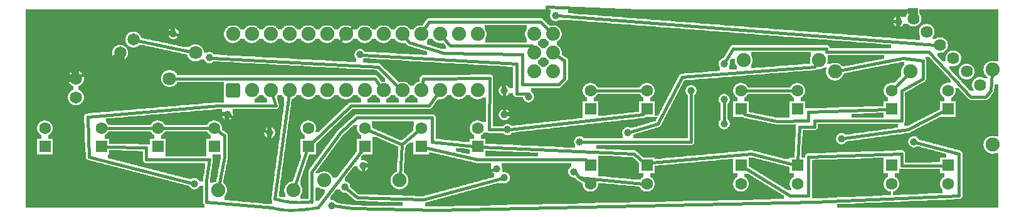
<source format=gbl>
G04 MADE WITH FRITZING*
G04 WWW.FRITZING.ORG*
G04 DOUBLE SIDED*
G04 HOLES PLATED*
G04 CONTOUR ON CENTER OF CONTOUR VECTOR*
%ASAXBY*%
%FSLAX23Y23*%
%MOIN*%
%OFA0B0*%
%SFA1.0B1.0*%
%ADD10C,0.075000*%
%ADD11C,0.039370*%
%ADD12C,0.064000*%
%ADD13C,0.065000*%
%ADD14C,0.074000*%
%ADD15C,0.070925*%
%ADD16C,0.070866*%
%ADD17C,0.062992*%
%ADD18R,0.062992X0.062992*%
%ADD19C,0.016000*%
%ADD20C,0.020000*%
%ADD21R,0.001000X0.001000*%
%LNCOPPER0*%
G90*
G70*
G54D10*
X4924Y1024D03*
X4844Y661D03*
X2956Y974D03*
X4239Y657D03*
X3131Y592D03*
X3955Y589D03*
X1514Y554D03*
X2279Y561D03*
X1163Y334D03*
X5034Y547D03*
X1752Y381D03*
X831Y390D03*
X3154Y260D03*
X4295Y240D03*
X1932Y336D03*
X4749Y190D03*
X3635Y238D03*
G54D11*
X2856Y1065D03*
X2712Y633D03*
X1816Y857D03*
X1016Y841D03*
X3240Y441D03*
X824Y969D03*
X1832Y265D03*
X1336Y441D03*
X1112Y537D03*
X2584Y665D03*
X2584Y537D03*
X4680Y1033D03*
X2600Y457D03*
X2584Y201D03*
X1736Y151D03*
X3752Y489D03*
X3752Y617D03*
X4376Y409D03*
X2952Y233D03*
X2984Y393D03*
X3576Y665D03*
X3752Y809D03*
X4760Y393D03*
X1665Y53D03*
X936Y169D03*
X2542Y250D03*
G54D12*
X5112Y696D03*
X5041Y767D03*
X4970Y837D03*
X4899Y908D03*
X4829Y979D03*
X4758Y1049D03*
G54D13*
X306Y629D03*
X306Y729D03*
X612Y937D03*
X541Y867D03*
G54D14*
X2841Y967D03*
X2741Y967D03*
X2841Y867D03*
X2741Y867D03*
X2841Y767D03*
X2741Y767D03*
X2841Y967D03*
X2741Y967D03*
X2841Y867D03*
X2741Y867D03*
X2841Y767D03*
X2741Y767D03*
X2841Y967D03*
X2741Y967D03*
X2841Y867D03*
X2741Y867D03*
X2841Y767D03*
X2741Y767D03*
G54D15*
X941Y867D03*
G54D16*
X804Y730D03*
G54D10*
X3855Y827D03*
X4255Y827D03*
X1062Y134D03*
X1462Y134D03*
X5178Y777D03*
X5178Y377D03*
X4741Y767D03*
X4341Y767D03*
G54D17*
X141Y367D03*
X141Y465D03*
X1541Y367D03*
X1541Y465D03*
X4641Y567D03*
X4641Y665D03*
X3041Y567D03*
X3041Y665D03*
X3841Y567D03*
X3841Y665D03*
X441Y367D03*
X441Y465D03*
X4941Y567D03*
X4941Y665D03*
X4141Y567D03*
X4141Y665D03*
X1841Y367D03*
X1841Y465D03*
X3341Y567D03*
X3341Y665D03*
X741Y367D03*
X741Y465D03*
X2141Y367D03*
X2141Y465D03*
X4641Y267D03*
X4641Y168D03*
X3841Y267D03*
X3841Y168D03*
X3041Y267D03*
X3041Y168D03*
X1041Y367D03*
X1041Y465D03*
X4941Y267D03*
X4941Y168D03*
X4141Y267D03*
X4141Y168D03*
X2441Y367D03*
X2441Y465D03*
X3341Y267D03*
X3341Y168D03*
G54D10*
X1141Y667D03*
X1141Y967D03*
X1241Y667D03*
X1241Y967D03*
X1341Y667D03*
X1341Y967D03*
X1441Y667D03*
X1441Y967D03*
X1541Y667D03*
X1541Y967D03*
X1641Y667D03*
X1641Y967D03*
X1741Y667D03*
X1741Y967D03*
X1841Y667D03*
X1841Y967D03*
X1941Y667D03*
X1941Y967D03*
X2041Y667D03*
X2041Y967D03*
X2141Y667D03*
X2141Y967D03*
X2241Y667D03*
X2241Y967D03*
X2341Y667D03*
X2341Y967D03*
X2441Y667D03*
X2441Y967D03*
X2026Y187D03*
X1626Y187D03*
G54D18*
X141Y367D03*
X1541Y367D03*
X4641Y567D03*
X3041Y567D03*
X3841Y567D03*
X441Y367D03*
X4941Y567D03*
X4141Y567D03*
X1841Y367D03*
X3341Y567D03*
X741Y367D03*
X2141Y367D03*
X4641Y267D03*
X3841Y267D03*
X3041Y267D03*
X1041Y367D03*
X4941Y267D03*
X4141Y267D03*
X2441Y367D03*
X3341Y267D03*
G54D19*
X2733Y891D02*
X2728Y905D01*
D02*
X2728Y905D02*
X2296Y905D01*
X2296Y905D02*
X2256Y949D01*
D02*
X2823Y985D02*
X2776Y1033D01*
D02*
X2776Y1033D02*
X2184Y1033D01*
X2184Y1033D02*
X2153Y986D01*
D02*
X762Y465D02*
X1020Y465D01*
D02*
X462Y465D02*
X720Y465D01*
D02*
X1066Y156D02*
X1096Y313D01*
X1096Y313D02*
X1096Y425D01*
X1096Y425D02*
X1058Y452D01*
D02*
X4874Y910D02*
X2869Y1064D01*
D02*
X2862Y853D02*
X2904Y825D01*
D02*
X2904Y825D02*
X2904Y729D01*
X2904Y729D02*
X2872Y697D01*
X2872Y697D02*
X2680Y697D01*
X2680Y697D02*
X2680Y857D01*
X2680Y857D02*
X2264Y865D01*
X2264Y865D02*
X2080Y921D01*
X2080Y921D02*
X2056Y949D01*
D02*
X4656Y680D02*
X4725Y750D01*
D02*
X4120Y665D02*
X3862Y665D01*
D02*
X2028Y210D02*
X2040Y377D01*
X2040Y377D02*
X2125Y451D01*
D02*
X1860Y456D02*
X2040Y377D01*
D02*
X1927Y685D02*
X1896Y729D01*
X1896Y729D02*
X826Y730D01*
D02*
X2712Y646D02*
X2712Y649D01*
X2712Y649D02*
X2648Y649D01*
X2648Y649D02*
X2648Y809D01*
X2648Y809D02*
X1829Y856D01*
D02*
X631Y933D02*
X920Y871D01*
D02*
X2024Y683D02*
X1912Y793D01*
X1912Y793D02*
X1029Y840D01*
D02*
X1469Y156D02*
X1534Y346D01*
D02*
X2228Y648D02*
X2184Y585D01*
X2184Y585D02*
X1768Y585D01*
X1768Y585D02*
X1556Y381D01*
D02*
X4620Y566D02*
X4200Y553D01*
X4200Y553D02*
X4200Y505D01*
D02*
X4033Y503D02*
X3864Y537D01*
D02*
X4200Y505D02*
X4033Y503D01*
D02*
X3864Y537D02*
X3854Y550D01*
D02*
X2420Y369D02*
X2200Y393D01*
D02*
X2200Y393D02*
X2200Y521D01*
X2200Y521D02*
X1800Y521D01*
X1800Y521D02*
X1712Y441D01*
X1712Y441D02*
X1560Y233D01*
X1560Y233D02*
X1560Y73D01*
D02*
X1364Y90D02*
X1438Y644D01*
D02*
X3325Y281D02*
X3272Y329D01*
D02*
X3272Y329D02*
X2462Y366D01*
D02*
X4120Y272D02*
X3896Y329D01*
D02*
X3896Y329D02*
X3368Y281D01*
X3368Y281D02*
X3360Y277D01*
D02*
X4364Y771D02*
X4702Y837D01*
D02*
X4702Y837D02*
X4808Y825D01*
D02*
X4808Y825D02*
X4808Y729D01*
X4808Y729D02*
X4696Y665D01*
X4696Y665D02*
X4696Y505D01*
X4696Y505D02*
X4232Y505D01*
X4232Y505D02*
X4232Y473D01*
X4232Y473D02*
X4152Y473D01*
X4152Y473D02*
X4142Y288D01*
D02*
X3027Y283D02*
X3016Y297D01*
D02*
X3016Y297D02*
X2440Y297D01*
X2440Y297D02*
X2162Y362D01*
D02*
X4242Y808D02*
X4232Y793D01*
X4232Y793D02*
X3528Y737D01*
X3528Y737D02*
X3400Y489D01*
X3400Y489D02*
X3253Y445D01*
D02*
X3859Y255D02*
X4104Y105D01*
D02*
X4104Y105D02*
X4200Y105D01*
X4200Y105D02*
X4200Y313D01*
X4200Y313D02*
X4696Y329D01*
X4696Y329D02*
X4696Y265D01*
X4696Y265D02*
X4920Y266D01*
D02*
X462Y366D02*
X680Y361D01*
X680Y361D02*
X680Y297D01*
X680Y297D02*
X1016Y297D01*
X1016Y297D02*
X1000Y185D01*
X1000Y185D02*
X1000Y73D01*
X1000Y73D02*
X1352Y41D01*
D02*
X1592Y41D02*
X1828Y350D01*
D02*
X323Y739D02*
X524Y857D01*
D02*
X1726Y949D02*
X1688Y905D01*
X1688Y905D02*
X1080Y905D01*
X1080Y905D02*
X837Y966D01*
D02*
X2145Y121D02*
X1849Y131D01*
D02*
X1849Y131D02*
X1834Y252D01*
D02*
X1324Y446D02*
X1124Y532D01*
D02*
X2584Y652D02*
X2584Y550D01*
D02*
X4667Y1034D02*
X2808Y1113D01*
X2808Y1113D02*
X2808Y1065D01*
X2808Y1065D02*
X2152Y1065D01*
X2152Y1065D02*
X1800Y1025D01*
X1800Y1025D02*
X1757Y983D01*
D02*
X2145Y689D02*
X2152Y729D01*
X2152Y729D02*
X2505Y733D01*
D02*
X2505Y733D02*
X2504Y457D01*
X2504Y457D02*
X2587Y457D01*
D02*
X2571Y198D02*
X2155Y85D01*
D02*
X2155Y85D02*
X1801Y96D01*
D02*
X1801Y96D02*
X1746Y143D01*
D02*
X3329Y549D02*
X3320Y537D01*
X3320Y537D02*
X2613Y459D01*
D02*
X3752Y502D02*
X3752Y604D01*
D02*
X4922Y557D02*
X4728Y457D01*
X4728Y457D02*
X4389Y411D01*
D02*
X3062Y665D02*
X3320Y665D01*
D02*
X3320Y170D02*
X2984Y201D01*
D02*
X2984Y201D02*
X2962Y224D01*
D02*
X2997Y393D02*
X3576Y393D01*
X3576Y393D02*
X3576Y652D01*
D02*
X3022Y179D02*
X2984Y201D01*
D02*
X5176Y754D02*
X5168Y665D01*
X5168Y665D02*
X5144Y633D01*
X5144Y633D02*
X5064Y633D01*
X5064Y633D02*
X4840Y873D01*
X4840Y873D02*
X4296Y873D01*
X4296Y873D02*
X4296Y889D01*
X4296Y889D02*
X3800Y889D01*
X3800Y889D02*
X3759Y821D01*
D02*
X4773Y390D02*
X5000Y329D01*
X5000Y329D02*
X5000Y105D01*
X5000Y105D02*
X4232Y73D01*
D02*
X2224Y30D02*
X1776Y37D01*
D02*
X1776Y37D02*
X1678Y51D01*
D02*
X4232Y73D02*
X2224Y30D01*
D02*
X923Y172D02*
X376Y313D01*
X376Y313D02*
X368Y526D01*
D02*
X368Y526D02*
X1064Y585D01*
X1064Y585D02*
X1368Y585D01*
X1368Y585D02*
X1348Y645D01*
D02*
X2529Y246D02*
X2145Y121D01*
G36*
X2922Y1097D02*
X2922Y1077D01*
X2948Y1077D01*
X2948Y1075D01*
X2974Y1075D01*
X2974Y1073D01*
X3000Y1073D01*
X3000Y1071D01*
X3026Y1071D01*
X3026Y1069D01*
X3052Y1069D01*
X3052Y1067D01*
X3078Y1067D01*
X3078Y1065D01*
X3104Y1065D01*
X3104Y1063D01*
X4686Y1063D01*
X4686Y1061D01*
X4692Y1061D01*
X4692Y1059D01*
X4696Y1059D01*
X4696Y1057D01*
X4718Y1057D01*
X4718Y1065D01*
X4720Y1065D01*
X4720Y1069D01*
X4722Y1069D01*
X4722Y1073D01*
X4724Y1073D01*
X4724Y1075D01*
X4726Y1075D01*
X4726Y1077D01*
X4728Y1077D01*
X4728Y1097D01*
X2922Y1097D01*
G37*
D02*
G36*
X4788Y1097D02*
X4788Y1077D01*
X4790Y1077D01*
X4790Y1075D01*
X4792Y1075D01*
X4792Y1073D01*
X4794Y1073D01*
X4794Y1069D01*
X4796Y1069D01*
X4796Y1065D01*
X4798Y1065D01*
X4798Y1059D01*
X4800Y1059D01*
X4800Y1041D01*
X4798Y1041D01*
X4798Y1033D01*
X4796Y1033D01*
X4796Y1029D01*
X4794Y1029D01*
X4794Y1027D01*
X4792Y1027D01*
X4792Y1023D01*
X4790Y1023D01*
X4790Y1021D01*
X4836Y1021D01*
X4836Y1019D01*
X4844Y1019D01*
X4844Y1017D01*
X4848Y1017D01*
X4848Y1015D01*
X4852Y1015D01*
X4852Y1013D01*
X4854Y1013D01*
X4854Y1011D01*
X4856Y1011D01*
X4856Y1009D01*
X4858Y1009D01*
X4858Y1007D01*
X4860Y1007D01*
X4860Y1005D01*
X4862Y1005D01*
X4862Y1003D01*
X4864Y1003D01*
X4864Y999D01*
X4866Y999D01*
X4866Y995D01*
X4868Y995D01*
X4868Y989D01*
X4870Y989D01*
X4870Y967D01*
X4868Y967D01*
X4868Y961D01*
X4866Y961D01*
X4866Y957D01*
X4864Y957D01*
X4864Y955D01*
X4862Y955D01*
X4862Y951D01*
X4860Y951D01*
X4860Y949D01*
X4912Y949D01*
X4912Y947D01*
X4916Y947D01*
X4916Y945D01*
X4920Y945D01*
X4920Y943D01*
X4924Y943D01*
X4924Y941D01*
X4926Y941D01*
X4926Y939D01*
X4928Y939D01*
X4928Y937D01*
X4930Y937D01*
X4930Y935D01*
X4932Y935D01*
X4932Y933D01*
X4934Y933D01*
X4934Y931D01*
X4936Y931D01*
X4936Y927D01*
X4938Y927D01*
X4938Y921D01*
X4940Y921D01*
X4940Y913D01*
X4942Y913D01*
X4942Y903D01*
X4940Y903D01*
X4940Y895D01*
X4938Y895D01*
X4938Y889D01*
X4936Y889D01*
X4936Y885D01*
X4934Y885D01*
X4934Y883D01*
X4932Y883D01*
X4932Y881D01*
X4930Y881D01*
X4930Y879D01*
X4980Y879D01*
X4980Y877D01*
X4986Y877D01*
X4986Y875D01*
X4990Y875D01*
X4990Y873D01*
X4994Y873D01*
X4994Y871D01*
X4996Y871D01*
X4996Y869D01*
X4998Y869D01*
X4998Y867D01*
X5000Y867D01*
X5000Y865D01*
X5002Y865D01*
X5002Y863D01*
X5004Y863D01*
X5004Y861D01*
X5006Y861D01*
X5006Y857D01*
X5008Y857D01*
X5008Y853D01*
X5010Y853D01*
X5010Y847D01*
X5012Y847D01*
X5012Y829D01*
X5010Y829D01*
X5010Y825D01*
X5180Y825D01*
X5180Y823D01*
X5208Y823D01*
X5208Y1097D01*
X4788Y1097D01*
G37*
D02*
G36*
X3130Y1063D02*
X3130Y1061D01*
X3156Y1061D01*
X3156Y1059D01*
X3182Y1059D01*
X3182Y1057D01*
X3208Y1057D01*
X3208Y1055D01*
X3234Y1055D01*
X3234Y1053D01*
X3260Y1053D01*
X3260Y1051D01*
X3286Y1051D01*
X3286Y1049D01*
X3312Y1049D01*
X3312Y1047D01*
X3338Y1047D01*
X3338Y1045D01*
X3364Y1045D01*
X3364Y1043D01*
X3390Y1043D01*
X3390Y1041D01*
X3416Y1041D01*
X3416Y1039D01*
X3442Y1039D01*
X3442Y1037D01*
X3468Y1037D01*
X3468Y1035D01*
X3494Y1035D01*
X3494Y1033D01*
X3520Y1033D01*
X3520Y1031D01*
X3546Y1031D01*
X3546Y1029D01*
X3572Y1029D01*
X3572Y1027D01*
X3598Y1027D01*
X3598Y1025D01*
X3624Y1025D01*
X3624Y1023D01*
X3650Y1023D01*
X3650Y1021D01*
X3676Y1021D01*
X3676Y1019D01*
X3702Y1019D01*
X3702Y1017D01*
X3728Y1017D01*
X3728Y1015D01*
X3754Y1015D01*
X3754Y1013D01*
X3780Y1013D01*
X3780Y1011D01*
X3806Y1011D01*
X3806Y1009D01*
X3832Y1009D01*
X3832Y1007D01*
X3858Y1007D01*
X3858Y1005D01*
X3884Y1005D01*
X3884Y1003D01*
X4674Y1003D01*
X4674Y1005D01*
X4668Y1005D01*
X4668Y1007D01*
X4664Y1007D01*
X4664Y1009D01*
X4662Y1009D01*
X4662Y1011D01*
X4660Y1011D01*
X4660Y1013D01*
X4658Y1013D01*
X4658Y1015D01*
X4656Y1015D01*
X4656Y1017D01*
X4654Y1017D01*
X4654Y1021D01*
X4652Y1021D01*
X4652Y1027D01*
X4650Y1027D01*
X4650Y1039D01*
X4652Y1039D01*
X4652Y1045D01*
X4654Y1045D01*
X4654Y1049D01*
X4656Y1049D01*
X4656Y1051D01*
X4658Y1051D01*
X4658Y1053D01*
X4660Y1053D01*
X4660Y1055D01*
X4662Y1055D01*
X4662Y1057D01*
X4664Y1057D01*
X4664Y1059D01*
X4668Y1059D01*
X4668Y1061D01*
X4674Y1061D01*
X4674Y1063D01*
X3130Y1063D01*
G37*
D02*
G36*
X4706Y1021D02*
X4706Y1017D01*
X4704Y1017D01*
X4704Y1015D01*
X4702Y1015D01*
X4702Y1013D01*
X4700Y1013D01*
X4700Y1011D01*
X4698Y1011D01*
X4698Y1009D01*
X4696Y1009D01*
X4696Y1007D01*
X4752Y1007D01*
X4752Y1009D01*
X4744Y1009D01*
X4744Y1011D01*
X4740Y1011D01*
X4740Y1013D01*
X4736Y1013D01*
X4736Y1015D01*
X4732Y1015D01*
X4732Y1017D01*
X4730Y1017D01*
X4730Y1019D01*
X4728Y1019D01*
X4728Y1021D01*
X4706Y1021D01*
G37*
D02*
G36*
X4788Y1021D02*
X4788Y1019D01*
X4786Y1019D01*
X4786Y1017D01*
X4784Y1017D01*
X4784Y1015D01*
X4780Y1015D01*
X4780Y1013D01*
X4776Y1013D01*
X4776Y1011D01*
X4772Y1011D01*
X4772Y1009D01*
X4764Y1009D01*
X4764Y1007D01*
X4798Y1007D01*
X4798Y1009D01*
X4800Y1009D01*
X4800Y1011D01*
X4804Y1011D01*
X4804Y1013D01*
X4806Y1013D01*
X4806Y1015D01*
X4810Y1015D01*
X4810Y1017D01*
X4814Y1017D01*
X4814Y1019D01*
X4822Y1019D01*
X4822Y1021D01*
X4788Y1021D01*
G37*
D02*
G36*
X4692Y1007D02*
X4692Y1005D01*
X4796Y1005D01*
X4796Y1007D01*
X4692Y1007D01*
G37*
D02*
G36*
X4692Y1007D02*
X4692Y1005D01*
X4796Y1005D01*
X4796Y1007D01*
X4692Y1007D01*
G37*
D02*
G36*
X4686Y1005D02*
X4686Y1003D01*
X4796Y1003D01*
X4796Y1005D01*
X4686Y1005D01*
G37*
D02*
G36*
X3910Y1003D02*
X3910Y1001D01*
X4794Y1001D01*
X4794Y1003D01*
X3910Y1003D01*
G37*
D02*
G36*
X3910Y1003D02*
X3910Y1001D01*
X4794Y1001D01*
X4794Y1003D01*
X3910Y1003D01*
G37*
D02*
G36*
X3936Y1001D02*
X3936Y999D01*
X3962Y999D01*
X3962Y997D01*
X3988Y997D01*
X3988Y995D01*
X4014Y995D01*
X4014Y993D01*
X4040Y993D01*
X4040Y991D01*
X4066Y991D01*
X4066Y989D01*
X4092Y989D01*
X4092Y987D01*
X4118Y987D01*
X4118Y985D01*
X4144Y985D01*
X4144Y983D01*
X4170Y983D01*
X4170Y981D01*
X4196Y981D01*
X4196Y979D01*
X4222Y979D01*
X4222Y977D01*
X4248Y977D01*
X4248Y975D01*
X4274Y975D01*
X4274Y973D01*
X4300Y973D01*
X4300Y971D01*
X4326Y971D01*
X4326Y969D01*
X4352Y969D01*
X4352Y967D01*
X4380Y967D01*
X4380Y965D01*
X4406Y965D01*
X4406Y963D01*
X4432Y963D01*
X4432Y961D01*
X4458Y961D01*
X4458Y959D01*
X4484Y959D01*
X4484Y957D01*
X4510Y957D01*
X4510Y955D01*
X4536Y955D01*
X4536Y953D01*
X4562Y953D01*
X4562Y951D01*
X4588Y951D01*
X4588Y949D01*
X4614Y949D01*
X4614Y947D01*
X4640Y947D01*
X4640Y945D01*
X4666Y945D01*
X4666Y943D01*
X4692Y943D01*
X4692Y941D01*
X4718Y941D01*
X4718Y939D01*
X4744Y939D01*
X4744Y937D01*
X4770Y937D01*
X4770Y935D01*
X4794Y935D01*
X4794Y957D01*
X4792Y957D01*
X4792Y961D01*
X4790Y961D01*
X4790Y965D01*
X4788Y965D01*
X4788Y977D01*
X4786Y977D01*
X4786Y981D01*
X4788Y981D01*
X4788Y991D01*
X4790Y991D01*
X4790Y997D01*
X4792Y997D01*
X4792Y1001D01*
X3936Y1001D01*
G37*
D02*
G36*
X4858Y949D02*
X4858Y943D01*
X4878Y943D01*
X4878Y945D01*
X4882Y945D01*
X4882Y947D01*
X4888Y947D01*
X4888Y949D01*
X4858Y949D01*
G37*
D02*
G36*
X4928Y879D02*
X4928Y877D01*
X4926Y877D01*
X4926Y875D01*
X4924Y875D01*
X4924Y873D01*
X4920Y873D01*
X4920Y871D01*
X4918Y871D01*
X4918Y869D01*
X4912Y869D01*
X4912Y867D01*
X4900Y867D01*
X4900Y865D01*
X4886Y865D01*
X4886Y849D01*
X4888Y849D01*
X4888Y847D01*
X4890Y847D01*
X4890Y845D01*
X4892Y845D01*
X4892Y843D01*
X4894Y843D01*
X4894Y841D01*
X4896Y841D01*
X4896Y839D01*
X4898Y839D01*
X4898Y837D01*
X4900Y837D01*
X4900Y835D01*
X4902Y835D01*
X4902Y831D01*
X4904Y831D01*
X4904Y829D01*
X4906Y829D01*
X4906Y827D01*
X4908Y827D01*
X4908Y825D01*
X4910Y825D01*
X4910Y823D01*
X4912Y823D01*
X4912Y821D01*
X4932Y821D01*
X4932Y823D01*
X4930Y823D01*
X4930Y829D01*
X4928Y829D01*
X4928Y845D01*
X4930Y845D01*
X4930Y853D01*
X4932Y853D01*
X4932Y857D01*
X4934Y857D01*
X4934Y859D01*
X4936Y859D01*
X4936Y863D01*
X4938Y863D01*
X4938Y865D01*
X4940Y865D01*
X4940Y867D01*
X4942Y867D01*
X4942Y869D01*
X4944Y869D01*
X4944Y871D01*
X4946Y871D01*
X4946Y873D01*
X4950Y873D01*
X4950Y875D01*
X4954Y875D01*
X4954Y877D01*
X4960Y877D01*
X4960Y879D01*
X4928Y879D01*
G37*
D02*
G36*
X5010Y825D02*
X5010Y821D01*
X5008Y821D01*
X5008Y817D01*
X5006Y817D01*
X5006Y813D01*
X5004Y813D01*
X5004Y811D01*
X5002Y811D01*
X5002Y809D01*
X5046Y809D01*
X5046Y807D01*
X5054Y807D01*
X5054Y805D01*
X5060Y805D01*
X5060Y803D01*
X5064Y803D01*
X5064Y801D01*
X5066Y801D01*
X5066Y799D01*
X5068Y799D01*
X5068Y797D01*
X5070Y797D01*
X5070Y795D01*
X5072Y795D01*
X5072Y793D01*
X5074Y793D01*
X5074Y791D01*
X5076Y791D01*
X5076Y787D01*
X5078Y787D01*
X5078Y783D01*
X5080Y783D01*
X5080Y779D01*
X5082Y779D01*
X5082Y755D01*
X5080Y755D01*
X5080Y749D01*
X5078Y749D01*
X5078Y745D01*
X5076Y745D01*
X5076Y743D01*
X5074Y743D01*
X5074Y739D01*
X5072Y739D01*
X5072Y737D01*
X5122Y737D01*
X5122Y735D01*
X5128Y735D01*
X5128Y733D01*
X5132Y733D01*
X5132Y731D01*
X5154Y731D01*
X5154Y737D01*
X5150Y737D01*
X5150Y739D01*
X5148Y739D01*
X5148Y741D01*
X5146Y741D01*
X5146Y743D01*
X5144Y743D01*
X5144Y745D01*
X5142Y745D01*
X5142Y747D01*
X5140Y747D01*
X5140Y749D01*
X5138Y749D01*
X5138Y753D01*
X5136Y753D01*
X5136Y757D01*
X5134Y757D01*
X5134Y763D01*
X5132Y763D01*
X5132Y771D01*
X5130Y771D01*
X5130Y783D01*
X5132Y783D01*
X5132Y791D01*
X5134Y791D01*
X5134Y797D01*
X5136Y797D01*
X5136Y801D01*
X5138Y801D01*
X5138Y803D01*
X5140Y803D01*
X5140Y807D01*
X5142Y807D01*
X5142Y809D01*
X5144Y809D01*
X5144Y811D01*
X5146Y811D01*
X5146Y813D01*
X5150Y813D01*
X5150Y815D01*
X5152Y815D01*
X5152Y817D01*
X5156Y817D01*
X5156Y819D01*
X5158Y819D01*
X5158Y821D01*
X5164Y821D01*
X5164Y823D01*
X5176Y823D01*
X5176Y825D01*
X5010Y825D01*
G37*
D02*
G36*
X5000Y809D02*
X5000Y807D01*
X4998Y807D01*
X4998Y805D01*
X4996Y805D01*
X4996Y803D01*
X4992Y803D01*
X4992Y801D01*
X4990Y801D01*
X4990Y799D01*
X4984Y799D01*
X4984Y797D01*
X4978Y797D01*
X4978Y795D01*
X4950Y795D01*
X4950Y781D01*
X4952Y781D01*
X4952Y779D01*
X4954Y779D01*
X4954Y777D01*
X4956Y777D01*
X4956Y775D01*
X4958Y775D01*
X4958Y771D01*
X4960Y771D01*
X4960Y769D01*
X4962Y769D01*
X4962Y767D01*
X4964Y767D01*
X4964Y765D01*
X4966Y765D01*
X4966Y763D01*
X4968Y763D01*
X4968Y761D01*
X4970Y761D01*
X4970Y759D01*
X4972Y759D01*
X4972Y757D01*
X4974Y757D01*
X4974Y755D01*
X4976Y755D01*
X4976Y753D01*
X4978Y753D01*
X4978Y751D01*
X4980Y751D01*
X4980Y749D01*
X4982Y749D01*
X4982Y747D01*
X4984Y747D01*
X4984Y745D01*
X4986Y745D01*
X4986Y741D01*
X4988Y741D01*
X4988Y739D01*
X4990Y739D01*
X4990Y737D01*
X4992Y737D01*
X4992Y735D01*
X4994Y735D01*
X4994Y733D01*
X4996Y733D01*
X4996Y731D01*
X4998Y731D01*
X4998Y729D01*
X5000Y729D01*
X5000Y727D01*
X5002Y727D01*
X5002Y725D01*
X5030Y725D01*
X5030Y727D01*
X5024Y727D01*
X5024Y729D01*
X5020Y729D01*
X5020Y731D01*
X5018Y731D01*
X5018Y733D01*
X5014Y733D01*
X5014Y735D01*
X5012Y735D01*
X5012Y737D01*
X5010Y737D01*
X5010Y739D01*
X5008Y739D01*
X5008Y741D01*
X5006Y741D01*
X5006Y745D01*
X5004Y745D01*
X5004Y749D01*
X5002Y749D01*
X5002Y755D01*
X5000Y755D01*
X5000Y765D01*
X4998Y765D01*
X4998Y767D01*
X5000Y767D01*
X5000Y779D01*
X5002Y779D01*
X5002Y785D01*
X5004Y785D01*
X5004Y787D01*
X5006Y787D01*
X5006Y791D01*
X5008Y791D01*
X5008Y793D01*
X5010Y793D01*
X5010Y795D01*
X5012Y795D01*
X5012Y797D01*
X5014Y797D01*
X5014Y799D01*
X5016Y799D01*
X5016Y801D01*
X5018Y801D01*
X5018Y803D01*
X5022Y803D01*
X5022Y805D01*
X5028Y805D01*
X5028Y807D01*
X5036Y807D01*
X5036Y809D01*
X5000Y809D01*
G37*
D02*
G36*
X5070Y737D02*
X5070Y735D01*
X5068Y735D01*
X5068Y733D01*
X5064Y733D01*
X5064Y731D01*
X5062Y731D01*
X5062Y729D01*
X5058Y729D01*
X5058Y727D01*
X5052Y727D01*
X5052Y725D01*
X5082Y725D01*
X5082Y727D01*
X5084Y727D01*
X5084Y729D01*
X5088Y729D01*
X5088Y731D01*
X5090Y731D01*
X5090Y733D01*
X5094Y733D01*
X5094Y735D01*
X5100Y735D01*
X5100Y737D01*
X5070Y737D01*
G37*
D02*
G36*
X5004Y725D02*
X5004Y723D01*
X5080Y723D01*
X5080Y725D01*
X5004Y725D01*
G37*
D02*
G36*
X5004Y725D02*
X5004Y723D01*
X5080Y723D01*
X5080Y725D01*
X5004Y725D01*
G37*
D02*
G36*
X5006Y723D02*
X5006Y721D01*
X5008Y721D01*
X5008Y719D01*
X5010Y719D01*
X5010Y717D01*
X5012Y717D01*
X5012Y715D01*
X5014Y715D01*
X5014Y711D01*
X5016Y711D01*
X5016Y709D01*
X5018Y709D01*
X5018Y707D01*
X5020Y707D01*
X5020Y705D01*
X5022Y705D01*
X5022Y703D01*
X5024Y703D01*
X5024Y701D01*
X5026Y701D01*
X5026Y699D01*
X5028Y699D01*
X5028Y697D01*
X5030Y697D01*
X5030Y695D01*
X5032Y695D01*
X5032Y693D01*
X5034Y693D01*
X5034Y691D01*
X5036Y691D01*
X5036Y689D01*
X5038Y689D01*
X5038Y687D01*
X5040Y687D01*
X5040Y685D01*
X5042Y685D01*
X5042Y681D01*
X5044Y681D01*
X5044Y679D01*
X5046Y679D01*
X5046Y677D01*
X5048Y677D01*
X5048Y675D01*
X5050Y675D01*
X5050Y673D01*
X5052Y673D01*
X5052Y671D01*
X5054Y671D01*
X5054Y669D01*
X5056Y669D01*
X5056Y667D01*
X5058Y667D01*
X5058Y665D01*
X5078Y665D01*
X5078Y673D01*
X5076Y673D01*
X5076Y675D01*
X5074Y675D01*
X5074Y679D01*
X5072Y679D01*
X5072Y685D01*
X5070Y685D01*
X5070Y705D01*
X5072Y705D01*
X5072Y713D01*
X5074Y713D01*
X5074Y715D01*
X5076Y715D01*
X5076Y719D01*
X5078Y719D01*
X5078Y723D01*
X5006Y723D01*
G37*
D02*
G36*
X2478Y1015D02*
X2478Y995D01*
X2480Y995D01*
X2480Y991D01*
X2482Y991D01*
X2482Y987D01*
X2484Y987D01*
X2484Y983D01*
X2486Y983D01*
X2486Y977D01*
X2488Y977D01*
X2488Y955D01*
X2486Y955D01*
X2486Y949D01*
X2484Y949D01*
X2484Y945D01*
X2482Y945D01*
X2482Y923D01*
X2702Y923D01*
X2702Y943D01*
X2700Y943D01*
X2700Y945D01*
X2698Y945D01*
X2698Y951D01*
X2696Y951D01*
X2696Y957D01*
X2694Y957D01*
X2694Y977D01*
X2696Y977D01*
X2696Y983D01*
X2698Y983D01*
X2698Y987D01*
X2700Y987D01*
X2700Y991D01*
X2702Y991D01*
X2702Y993D01*
X2704Y993D01*
X2704Y1015D01*
X2478Y1015D01*
G37*
D02*
G36*
X2780Y943D02*
X2780Y939D01*
X2778Y939D01*
X2778Y937D01*
X2776Y937D01*
X2776Y935D01*
X2774Y935D01*
X2774Y933D01*
X2772Y933D01*
X2772Y931D01*
X2770Y931D01*
X2770Y929D01*
X2768Y929D01*
X2768Y927D01*
X2764Y927D01*
X2764Y907D01*
X2766Y907D01*
X2766Y905D01*
X2768Y905D01*
X2768Y903D01*
X2772Y903D01*
X2772Y901D01*
X2774Y901D01*
X2774Y899D01*
X2776Y899D01*
X2776Y897D01*
X2778Y897D01*
X2778Y893D01*
X2780Y893D01*
X2780Y891D01*
X2802Y891D01*
X2802Y893D01*
X2804Y893D01*
X2804Y897D01*
X2806Y897D01*
X2806Y899D01*
X2808Y899D01*
X2808Y901D01*
X2810Y901D01*
X2810Y903D01*
X2812Y903D01*
X2812Y905D01*
X2816Y905D01*
X2816Y907D01*
X2818Y907D01*
X2818Y927D01*
X2814Y927D01*
X2814Y929D01*
X2812Y929D01*
X2812Y931D01*
X2810Y931D01*
X2810Y933D01*
X2808Y933D01*
X2808Y935D01*
X2806Y935D01*
X2806Y937D01*
X2804Y937D01*
X2804Y939D01*
X2802Y939D01*
X2802Y943D01*
X2780Y943D01*
G37*
D02*
G36*
X2180Y941D02*
X2180Y939D01*
X2178Y939D01*
X2178Y937D01*
X2176Y937D01*
X2176Y933D01*
X2174Y933D01*
X2174Y931D01*
X2172Y931D01*
X2172Y911D01*
X2178Y911D01*
X2178Y909D01*
X2184Y909D01*
X2184Y907D01*
X2192Y907D01*
X2192Y905D01*
X2198Y905D01*
X2198Y903D01*
X2204Y903D01*
X2204Y901D01*
X2210Y901D01*
X2210Y899D01*
X2218Y899D01*
X2218Y897D01*
X2224Y897D01*
X2224Y895D01*
X2230Y895D01*
X2230Y893D01*
X2238Y893D01*
X2238Y891D01*
X2244Y891D01*
X2244Y889D01*
X2250Y889D01*
X2250Y887D01*
X2274Y887D01*
X2274Y903D01*
X2272Y903D01*
X2272Y905D01*
X2270Y905D01*
X2270Y909D01*
X2268Y909D01*
X2268Y911D01*
X2266Y911D01*
X2266Y913D01*
X2264Y913D01*
X2264Y915D01*
X2262Y915D01*
X2262Y917D01*
X2260Y917D01*
X2260Y919D01*
X2232Y919D01*
X2232Y921D01*
X2224Y921D01*
X2224Y923D01*
X2220Y923D01*
X2220Y925D01*
X2216Y925D01*
X2216Y927D01*
X2214Y927D01*
X2214Y929D01*
X2210Y929D01*
X2210Y931D01*
X2208Y931D01*
X2208Y933D01*
X2206Y933D01*
X2206Y935D01*
X2204Y935D01*
X2204Y939D01*
X2202Y939D01*
X2202Y941D01*
X2180Y941D01*
G37*
D02*
G36*
X3896Y871D02*
X3896Y849D01*
X3898Y849D01*
X3898Y845D01*
X3900Y845D01*
X3900Y837D01*
X3902Y837D01*
X3902Y815D01*
X3900Y815D01*
X3900Y809D01*
X3898Y809D01*
X3898Y805D01*
X3896Y805D01*
X3896Y785D01*
X3916Y785D01*
X3916Y787D01*
X3942Y787D01*
X3942Y789D01*
X3968Y789D01*
X3968Y791D01*
X3992Y791D01*
X3992Y793D01*
X4018Y793D01*
X4018Y795D01*
X4042Y795D01*
X4042Y797D01*
X4068Y797D01*
X4068Y799D01*
X4092Y799D01*
X4092Y801D01*
X4118Y801D01*
X4118Y803D01*
X4144Y803D01*
X4144Y805D01*
X4168Y805D01*
X4168Y807D01*
X4194Y807D01*
X4194Y809D01*
X4208Y809D01*
X4208Y837D01*
X4210Y837D01*
X4210Y845D01*
X4212Y845D01*
X4212Y849D01*
X4214Y849D01*
X4214Y871D01*
X3896Y871D01*
G37*
D02*
G36*
X4302Y855D02*
X4302Y815D01*
X4300Y815D01*
X4300Y813D01*
X4354Y813D01*
X4354Y811D01*
X4360Y811D01*
X4360Y809D01*
X4364Y809D01*
X4364Y807D01*
X4368Y807D01*
X4368Y805D01*
X4370Y805D01*
X4370Y803D01*
X4372Y803D01*
X4372Y801D01*
X4374Y801D01*
X4374Y799D01*
X4376Y799D01*
X4376Y797D01*
X4378Y797D01*
X4378Y795D01*
X4398Y795D01*
X4398Y797D01*
X4408Y797D01*
X4408Y799D01*
X4418Y799D01*
X4418Y801D01*
X4428Y801D01*
X4428Y803D01*
X4438Y803D01*
X4438Y805D01*
X4448Y805D01*
X4448Y807D01*
X4460Y807D01*
X4460Y809D01*
X4470Y809D01*
X4470Y811D01*
X4480Y811D01*
X4480Y813D01*
X4490Y813D01*
X4490Y815D01*
X4500Y815D01*
X4500Y817D01*
X4510Y817D01*
X4510Y819D01*
X4520Y819D01*
X4520Y821D01*
X4530Y821D01*
X4530Y823D01*
X4540Y823D01*
X4540Y825D01*
X4552Y825D01*
X4552Y827D01*
X4562Y827D01*
X4562Y829D01*
X4572Y829D01*
X4572Y831D01*
X4582Y831D01*
X4582Y833D01*
X4592Y833D01*
X4592Y835D01*
X4602Y835D01*
X4602Y855D01*
X4302Y855D01*
G37*
D02*
G36*
X4300Y813D02*
X4300Y809D01*
X4298Y809D01*
X4298Y807D01*
X4318Y807D01*
X4318Y809D01*
X4322Y809D01*
X4322Y811D01*
X4328Y811D01*
X4328Y813D01*
X4300Y813D01*
G37*
D02*
G36*
X4822Y845D02*
X4822Y835D01*
X4824Y835D01*
X4824Y831D01*
X4826Y831D01*
X4826Y723D01*
X4824Y723D01*
X4824Y719D01*
X4822Y719D01*
X4822Y717D01*
X4820Y717D01*
X4820Y715D01*
X4818Y715D01*
X4818Y713D01*
X4814Y713D01*
X4814Y711D01*
X4812Y711D01*
X4812Y709D01*
X4808Y709D01*
X4808Y707D01*
X4804Y707D01*
X4804Y705D01*
X4800Y705D01*
X4800Y703D01*
X4798Y703D01*
X4798Y701D01*
X4794Y701D01*
X4794Y699D01*
X4790Y699D01*
X4790Y697D01*
X4786Y697D01*
X4786Y695D01*
X4784Y695D01*
X4784Y693D01*
X4780Y693D01*
X4780Y691D01*
X4776Y691D01*
X4776Y689D01*
X4772Y689D01*
X4772Y687D01*
X4770Y687D01*
X4770Y685D01*
X4766Y685D01*
X4766Y683D01*
X4762Y683D01*
X4762Y681D01*
X4758Y681D01*
X4758Y679D01*
X4756Y679D01*
X4756Y677D01*
X4752Y677D01*
X4752Y675D01*
X4748Y675D01*
X4748Y673D01*
X4744Y673D01*
X4744Y671D01*
X4742Y671D01*
X4742Y669D01*
X4738Y669D01*
X4738Y667D01*
X4734Y667D01*
X4734Y665D01*
X4730Y665D01*
X4730Y663D01*
X4728Y663D01*
X4728Y661D01*
X4724Y661D01*
X4724Y659D01*
X4720Y659D01*
X4720Y657D01*
X4716Y657D01*
X4716Y655D01*
X4714Y655D01*
X4714Y499D01*
X4712Y499D01*
X4712Y495D01*
X4710Y495D01*
X4710Y493D01*
X4708Y493D01*
X4708Y477D01*
X4730Y477D01*
X4730Y479D01*
X4734Y479D01*
X4734Y481D01*
X4738Y481D01*
X4738Y483D01*
X4742Y483D01*
X4742Y485D01*
X4746Y485D01*
X4746Y487D01*
X4748Y487D01*
X4748Y489D01*
X4752Y489D01*
X4752Y491D01*
X4756Y491D01*
X4756Y493D01*
X4760Y493D01*
X4760Y495D01*
X4764Y495D01*
X4764Y497D01*
X4768Y497D01*
X4768Y499D01*
X4772Y499D01*
X4772Y501D01*
X4776Y501D01*
X4776Y503D01*
X4780Y503D01*
X4780Y505D01*
X4784Y505D01*
X4784Y507D01*
X4788Y507D01*
X4788Y509D01*
X4792Y509D01*
X4792Y511D01*
X4796Y511D01*
X4796Y513D01*
X4800Y513D01*
X4800Y515D01*
X4804Y515D01*
X4804Y517D01*
X4808Y517D01*
X4808Y519D01*
X4812Y519D01*
X4812Y521D01*
X4814Y521D01*
X4814Y523D01*
X4818Y523D01*
X4818Y525D01*
X4822Y525D01*
X4822Y527D01*
X4826Y527D01*
X4826Y529D01*
X4830Y529D01*
X4830Y531D01*
X4834Y531D01*
X4834Y533D01*
X4838Y533D01*
X4838Y535D01*
X4842Y535D01*
X4842Y537D01*
X4846Y537D01*
X4846Y539D01*
X4850Y539D01*
X4850Y541D01*
X4854Y541D01*
X4854Y543D01*
X4858Y543D01*
X4858Y545D01*
X4862Y545D01*
X4862Y547D01*
X4866Y547D01*
X4866Y549D01*
X4870Y549D01*
X4870Y551D01*
X4874Y551D01*
X4874Y553D01*
X4878Y553D01*
X4878Y555D01*
X4882Y555D01*
X4882Y557D01*
X4884Y557D01*
X4884Y559D01*
X4888Y559D01*
X4888Y561D01*
X4892Y561D01*
X4892Y563D01*
X4896Y563D01*
X4896Y565D01*
X4900Y565D01*
X4900Y609D01*
X4922Y609D01*
X4922Y629D01*
X4918Y629D01*
X4918Y631D01*
X4916Y631D01*
X4916Y633D01*
X4914Y633D01*
X4914Y635D01*
X4912Y635D01*
X4912Y637D01*
X4910Y637D01*
X4910Y639D01*
X4908Y639D01*
X4908Y641D01*
X4906Y641D01*
X4906Y645D01*
X4904Y645D01*
X4904Y649D01*
X4902Y649D01*
X4902Y655D01*
X4900Y655D01*
X4900Y675D01*
X4902Y675D01*
X4902Y681D01*
X4904Y681D01*
X4904Y685D01*
X4906Y685D01*
X4906Y689D01*
X4908Y689D01*
X4908Y691D01*
X4910Y691D01*
X4910Y693D01*
X4912Y693D01*
X4912Y695D01*
X4914Y695D01*
X4914Y697D01*
X4916Y697D01*
X4916Y699D01*
X4920Y699D01*
X4920Y701D01*
X4922Y701D01*
X4922Y703D01*
X4928Y703D01*
X4928Y705D01*
X4936Y705D01*
X4936Y707D01*
X4956Y707D01*
X4956Y723D01*
X4954Y723D01*
X4954Y725D01*
X4952Y725D01*
X4952Y727D01*
X4950Y727D01*
X4950Y729D01*
X4948Y729D01*
X4948Y731D01*
X4946Y731D01*
X4946Y735D01*
X4944Y735D01*
X4944Y737D01*
X4942Y737D01*
X4942Y739D01*
X4940Y739D01*
X4940Y741D01*
X4938Y741D01*
X4938Y743D01*
X4936Y743D01*
X4936Y745D01*
X4934Y745D01*
X4934Y747D01*
X4932Y747D01*
X4932Y749D01*
X4930Y749D01*
X4930Y751D01*
X4928Y751D01*
X4928Y753D01*
X4926Y753D01*
X4926Y755D01*
X4924Y755D01*
X4924Y757D01*
X4922Y757D01*
X4922Y759D01*
X4920Y759D01*
X4920Y761D01*
X4918Y761D01*
X4918Y765D01*
X4916Y765D01*
X4916Y767D01*
X4914Y767D01*
X4914Y769D01*
X4912Y769D01*
X4912Y771D01*
X4910Y771D01*
X4910Y773D01*
X4908Y773D01*
X4908Y775D01*
X4906Y775D01*
X4906Y777D01*
X4904Y777D01*
X4904Y779D01*
X4902Y779D01*
X4902Y781D01*
X4900Y781D01*
X4900Y783D01*
X4898Y783D01*
X4898Y785D01*
X4896Y785D01*
X4896Y787D01*
X4894Y787D01*
X4894Y789D01*
X4892Y789D01*
X4892Y791D01*
X4890Y791D01*
X4890Y795D01*
X4888Y795D01*
X4888Y797D01*
X4886Y797D01*
X4886Y799D01*
X4884Y799D01*
X4884Y801D01*
X4882Y801D01*
X4882Y803D01*
X4880Y803D01*
X4880Y805D01*
X4878Y805D01*
X4878Y807D01*
X4876Y807D01*
X4876Y809D01*
X4874Y809D01*
X4874Y811D01*
X4872Y811D01*
X4872Y813D01*
X4870Y813D01*
X4870Y815D01*
X4868Y815D01*
X4868Y817D01*
X4866Y817D01*
X4866Y819D01*
X4864Y819D01*
X4864Y821D01*
X4862Y821D01*
X4862Y825D01*
X4860Y825D01*
X4860Y827D01*
X4858Y827D01*
X4858Y829D01*
X4856Y829D01*
X4856Y831D01*
X4854Y831D01*
X4854Y833D01*
X4852Y833D01*
X4852Y835D01*
X4850Y835D01*
X4850Y837D01*
X4848Y837D01*
X4848Y839D01*
X4846Y839D01*
X4846Y841D01*
X4844Y841D01*
X4844Y843D01*
X4842Y843D01*
X4842Y845D01*
X4822Y845D01*
G37*
D02*
G36*
X2780Y843D02*
X2780Y839D01*
X2778Y839D01*
X2778Y837D01*
X2776Y837D01*
X2776Y835D01*
X2774Y835D01*
X2774Y833D01*
X2772Y833D01*
X2772Y831D01*
X2770Y831D01*
X2770Y829D01*
X2768Y829D01*
X2768Y827D01*
X2764Y827D01*
X2764Y807D01*
X2766Y807D01*
X2766Y805D01*
X2768Y805D01*
X2768Y803D01*
X2772Y803D01*
X2772Y801D01*
X2774Y801D01*
X2774Y799D01*
X2776Y799D01*
X2776Y797D01*
X2778Y797D01*
X2778Y793D01*
X2780Y793D01*
X2780Y791D01*
X2802Y791D01*
X2802Y793D01*
X2804Y793D01*
X2804Y797D01*
X2806Y797D01*
X2806Y799D01*
X2808Y799D01*
X2808Y801D01*
X2810Y801D01*
X2810Y803D01*
X2812Y803D01*
X2812Y805D01*
X2816Y805D01*
X2816Y807D01*
X2818Y807D01*
X2818Y827D01*
X2814Y827D01*
X2814Y829D01*
X2812Y829D01*
X2812Y831D01*
X2810Y831D01*
X2810Y833D01*
X2808Y833D01*
X2808Y835D01*
X2806Y835D01*
X2806Y837D01*
X2804Y837D01*
X2804Y839D01*
X2802Y839D01*
X2802Y843D01*
X2780Y843D01*
G37*
D02*
G36*
X40Y1097D02*
X40Y1051D01*
X2782Y1051D01*
X2782Y1049D01*
X2786Y1049D01*
X2786Y1047D01*
X2788Y1047D01*
X2788Y1045D01*
X2790Y1045D01*
X2790Y1043D01*
X2792Y1043D01*
X2792Y1041D01*
X2794Y1041D01*
X2794Y1039D01*
X2796Y1039D01*
X2796Y1037D01*
X2798Y1037D01*
X2798Y1035D01*
X2850Y1035D01*
X2850Y1037D01*
X2844Y1037D01*
X2844Y1039D01*
X2840Y1039D01*
X2840Y1041D01*
X2838Y1041D01*
X2838Y1043D01*
X2836Y1043D01*
X2836Y1045D01*
X2834Y1045D01*
X2834Y1047D01*
X2832Y1047D01*
X2832Y1049D01*
X2830Y1049D01*
X2830Y1053D01*
X2828Y1053D01*
X2828Y1059D01*
X2826Y1059D01*
X2826Y1071D01*
X2828Y1071D01*
X2828Y1077D01*
X2830Y1077D01*
X2830Y1097D01*
X40Y1097D01*
G37*
D02*
G36*
X40Y1051D02*
X40Y1013D01*
X2054Y1013D01*
X2054Y1011D01*
X2060Y1011D01*
X2060Y1009D01*
X2064Y1009D01*
X2064Y1007D01*
X2068Y1007D01*
X2068Y1005D01*
X2070Y1005D01*
X2070Y1003D01*
X2072Y1003D01*
X2072Y1001D01*
X2074Y1001D01*
X2074Y999D01*
X2076Y999D01*
X2076Y997D01*
X2078Y997D01*
X2078Y995D01*
X2080Y995D01*
X2080Y991D01*
X2102Y991D01*
X2102Y995D01*
X2104Y995D01*
X2104Y997D01*
X2106Y997D01*
X2106Y999D01*
X2108Y999D01*
X2108Y1001D01*
X2110Y1001D01*
X2110Y1003D01*
X2112Y1003D01*
X2112Y1005D01*
X2114Y1005D01*
X2114Y1007D01*
X2118Y1007D01*
X2118Y1009D01*
X2122Y1009D01*
X2122Y1011D01*
X2128Y1011D01*
X2128Y1013D01*
X2150Y1013D01*
X2150Y1015D01*
X2152Y1015D01*
X2152Y1019D01*
X2154Y1019D01*
X2154Y1021D01*
X2156Y1021D01*
X2156Y1025D01*
X2158Y1025D01*
X2158Y1027D01*
X2160Y1027D01*
X2160Y1031D01*
X2162Y1031D01*
X2162Y1033D01*
X2164Y1033D01*
X2164Y1037D01*
X2166Y1037D01*
X2166Y1039D01*
X2168Y1039D01*
X2168Y1043D01*
X2170Y1043D01*
X2170Y1045D01*
X2172Y1045D01*
X2172Y1047D01*
X2174Y1047D01*
X2174Y1049D01*
X2178Y1049D01*
X2178Y1051D01*
X40Y1051D01*
G37*
D02*
G36*
X2874Y1043D02*
X2874Y1041D01*
X2872Y1041D01*
X2872Y1039D01*
X2868Y1039D01*
X2868Y1037D01*
X2862Y1037D01*
X2862Y1035D01*
X2998Y1035D01*
X2998Y1037D01*
X2972Y1037D01*
X2972Y1039D01*
X2946Y1039D01*
X2946Y1041D01*
X2920Y1041D01*
X2920Y1043D01*
X2874Y1043D01*
G37*
D02*
G36*
X2800Y1035D02*
X2800Y1033D01*
X3024Y1033D01*
X3024Y1035D01*
X2800Y1035D01*
G37*
D02*
G36*
X2800Y1035D02*
X2800Y1033D01*
X3024Y1033D01*
X3024Y1035D01*
X2800Y1035D01*
G37*
D02*
G36*
X2802Y1033D02*
X2802Y1031D01*
X2804Y1031D01*
X2804Y1029D01*
X2806Y1029D01*
X2806Y1027D01*
X2808Y1027D01*
X2808Y1025D01*
X2810Y1025D01*
X2810Y1023D01*
X2812Y1023D01*
X2812Y1021D01*
X2814Y1021D01*
X2814Y1019D01*
X2816Y1019D01*
X2816Y1017D01*
X2818Y1017D01*
X2818Y1015D01*
X2820Y1015D01*
X2820Y1013D01*
X2852Y1013D01*
X2852Y1011D01*
X2858Y1011D01*
X2858Y1009D01*
X2862Y1009D01*
X2862Y1007D01*
X2866Y1007D01*
X2866Y1005D01*
X2868Y1005D01*
X2868Y1003D01*
X2872Y1003D01*
X2872Y1001D01*
X2874Y1001D01*
X2874Y999D01*
X2876Y999D01*
X2876Y997D01*
X2878Y997D01*
X2878Y993D01*
X2880Y993D01*
X2880Y991D01*
X2882Y991D01*
X2882Y987D01*
X2884Y987D01*
X2884Y983D01*
X2886Y983D01*
X2886Y975D01*
X2888Y975D01*
X2888Y959D01*
X2886Y959D01*
X2886Y951D01*
X2884Y951D01*
X2884Y947D01*
X2882Y947D01*
X2882Y943D01*
X2880Y943D01*
X2880Y939D01*
X2878Y939D01*
X2878Y937D01*
X2876Y937D01*
X2876Y935D01*
X2874Y935D01*
X2874Y933D01*
X2872Y933D01*
X2872Y931D01*
X2870Y931D01*
X2870Y929D01*
X2868Y929D01*
X2868Y927D01*
X2864Y927D01*
X2864Y907D01*
X4302Y907D01*
X4302Y905D01*
X4306Y905D01*
X4306Y903D01*
X4308Y903D01*
X4308Y901D01*
X4310Y901D01*
X4310Y899D01*
X4312Y899D01*
X4312Y895D01*
X4314Y895D01*
X4314Y891D01*
X4638Y891D01*
X4638Y911D01*
X4612Y911D01*
X4612Y913D01*
X4586Y913D01*
X4586Y915D01*
X4560Y915D01*
X4560Y917D01*
X4534Y917D01*
X4534Y919D01*
X4508Y919D01*
X4508Y921D01*
X4482Y921D01*
X4482Y923D01*
X4456Y923D01*
X4456Y925D01*
X4430Y925D01*
X4430Y927D01*
X4404Y927D01*
X4404Y929D01*
X4378Y929D01*
X4378Y931D01*
X4352Y931D01*
X4352Y933D01*
X4326Y933D01*
X4326Y935D01*
X4300Y935D01*
X4300Y937D01*
X4274Y937D01*
X4274Y939D01*
X4248Y939D01*
X4248Y941D01*
X4222Y941D01*
X4222Y943D01*
X4196Y943D01*
X4196Y945D01*
X4170Y945D01*
X4170Y947D01*
X4144Y947D01*
X4144Y949D01*
X4118Y949D01*
X4118Y951D01*
X4092Y951D01*
X4092Y953D01*
X4066Y953D01*
X4066Y955D01*
X4040Y955D01*
X4040Y957D01*
X4014Y957D01*
X4014Y959D01*
X3988Y959D01*
X3988Y961D01*
X3962Y961D01*
X3962Y963D01*
X3936Y963D01*
X3936Y965D01*
X3910Y965D01*
X3910Y967D01*
X3884Y967D01*
X3884Y969D01*
X3858Y969D01*
X3858Y971D01*
X3832Y971D01*
X3832Y973D01*
X3806Y973D01*
X3806Y975D01*
X3780Y975D01*
X3780Y977D01*
X3754Y977D01*
X3754Y979D01*
X3726Y979D01*
X3726Y981D01*
X3700Y981D01*
X3700Y983D01*
X3674Y983D01*
X3674Y985D01*
X3648Y985D01*
X3648Y987D01*
X3622Y987D01*
X3622Y989D01*
X3596Y989D01*
X3596Y991D01*
X3570Y991D01*
X3570Y993D01*
X3544Y993D01*
X3544Y995D01*
X3518Y995D01*
X3518Y997D01*
X3492Y997D01*
X3492Y999D01*
X3466Y999D01*
X3466Y1001D01*
X3440Y1001D01*
X3440Y1003D01*
X3414Y1003D01*
X3414Y1005D01*
X3388Y1005D01*
X3388Y1007D01*
X3362Y1007D01*
X3362Y1009D01*
X3336Y1009D01*
X3336Y1011D01*
X3310Y1011D01*
X3310Y1013D01*
X3284Y1013D01*
X3284Y1015D01*
X3258Y1015D01*
X3258Y1017D01*
X3232Y1017D01*
X3232Y1019D01*
X3206Y1019D01*
X3206Y1021D01*
X3180Y1021D01*
X3180Y1023D01*
X3154Y1023D01*
X3154Y1025D01*
X3128Y1025D01*
X3128Y1027D01*
X3102Y1027D01*
X3102Y1029D01*
X3076Y1029D01*
X3076Y1031D01*
X3050Y1031D01*
X3050Y1033D01*
X2802Y1033D01*
G37*
D02*
G36*
X40Y1013D02*
X40Y999D01*
X830Y999D01*
X830Y997D01*
X836Y997D01*
X836Y995D01*
X840Y995D01*
X840Y993D01*
X842Y993D01*
X842Y991D01*
X844Y991D01*
X844Y989D01*
X846Y989D01*
X846Y987D01*
X848Y987D01*
X848Y985D01*
X850Y985D01*
X850Y981D01*
X852Y981D01*
X852Y975D01*
X854Y975D01*
X854Y963D01*
X852Y963D01*
X852Y957D01*
X850Y957D01*
X850Y953D01*
X848Y953D01*
X848Y951D01*
X846Y951D01*
X846Y949D01*
X844Y949D01*
X844Y947D01*
X842Y947D01*
X842Y945D01*
X840Y945D01*
X840Y943D01*
X836Y943D01*
X836Y941D01*
X830Y941D01*
X830Y939D01*
X1102Y939D01*
X1102Y941D01*
X1100Y941D01*
X1100Y945D01*
X1098Y945D01*
X1098Y949D01*
X1096Y949D01*
X1096Y955D01*
X1094Y955D01*
X1094Y977D01*
X1096Y977D01*
X1096Y985D01*
X1098Y985D01*
X1098Y989D01*
X1100Y989D01*
X1100Y991D01*
X1102Y991D01*
X1102Y995D01*
X1104Y995D01*
X1104Y997D01*
X1106Y997D01*
X1106Y999D01*
X1108Y999D01*
X1108Y1001D01*
X1110Y1001D01*
X1110Y1003D01*
X1112Y1003D01*
X1112Y1005D01*
X1114Y1005D01*
X1114Y1007D01*
X1118Y1007D01*
X1118Y1009D01*
X1122Y1009D01*
X1122Y1011D01*
X1128Y1011D01*
X1128Y1013D01*
X40Y1013D01*
G37*
D02*
G36*
X1154Y1013D02*
X1154Y1011D01*
X1160Y1011D01*
X1160Y1009D01*
X1164Y1009D01*
X1164Y1007D01*
X1168Y1007D01*
X1168Y1005D01*
X1170Y1005D01*
X1170Y1003D01*
X1172Y1003D01*
X1172Y1001D01*
X1174Y1001D01*
X1174Y999D01*
X1176Y999D01*
X1176Y997D01*
X1178Y997D01*
X1178Y995D01*
X1180Y995D01*
X1180Y991D01*
X1202Y991D01*
X1202Y995D01*
X1204Y995D01*
X1204Y997D01*
X1206Y997D01*
X1206Y999D01*
X1208Y999D01*
X1208Y1001D01*
X1210Y1001D01*
X1210Y1003D01*
X1212Y1003D01*
X1212Y1005D01*
X1214Y1005D01*
X1214Y1007D01*
X1218Y1007D01*
X1218Y1009D01*
X1222Y1009D01*
X1222Y1011D01*
X1228Y1011D01*
X1228Y1013D01*
X1154Y1013D01*
G37*
D02*
G36*
X1254Y1013D02*
X1254Y1011D01*
X1260Y1011D01*
X1260Y1009D01*
X1264Y1009D01*
X1264Y1007D01*
X1268Y1007D01*
X1268Y1005D01*
X1270Y1005D01*
X1270Y1003D01*
X1272Y1003D01*
X1272Y1001D01*
X1274Y1001D01*
X1274Y999D01*
X1276Y999D01*
X1276Y997D01*
X1278Y997D01*
X1278Y995D01*
X1280Y995D01*
X1280Y991D01*
X1302Y991D01*
X1302Y995D01*
X1304Y995D01*
X1304Y997D01*
X1306Y997D01*
X1306Y999D01*
X1308Y999D01*
X1308Y1001D01*
X1310Y1001D01*
X1310Y1003D01*
X1312Y1003D01*
X1312Y1005D01*
X1314Y1005D01*
X1314Y1007D01*
X1318Y1007D01*
X1318Y1009D01*
X1322Y1009D01*
X1322Y1011D01*
X1328Y1011D01*
X1328Y1013D01*
X1254Y1013D01*
G37*
D02*
G36*
X1354Y1013D02*
X1354Y1011D01*
X1360Y1011D01*
X1360Y1009D01*
X1364Y1009D01*
X1364Y1007D01*
X1368Y1007D01*
X1368Y1005D01*
X1370Y1005D01*
X1370Y1003D01*
X1372Y1003D01*
X1372Y1001D01*
X1374Y1001D01*
X1374Y999D01*
X1376Y999D01*
X1376Y997D01*
X1378Y997D01*
X1378Y995D01*
X1380Y995D01*
X1380Y991D01*
X1402Y991D01*
X1402Y995D01*
X1404Y995D01*
X1404Y997D01*
X1406Y997D01*
X1406Y999D01*
X1408Y999D01*
X1408Y1001D01*
X1410Y1001D01*
X1410Y1003D01*
X1412Y1003D01*
X1412Y1005D01*
X1414Y1005D01*
X1414Y1007D01*
X1418Y1007D01*
X1418Y1009D01*
X1422Y1009D01*
X1422Y1011D01*
X1428Y1011D01*
X1428Y1013D01*
X1354Y1013D01*
G37*
D02*
G36*
X1454Y1013D02*
X1454Y1011D01*
X1460Y1011D01*
X1460Y1009D01*
X1464Y1009D01*
X1464Y1007D01*
X1468Y1007D01*
X1468Y1005D01*
X1470Y1005D01*
X1470Y1003D01*
X1472Y1003D01*
X1472Y1001D01*
X1474Y1001D01*
X1474Y999D01*
X1476Y999D01*
X1476Y997D01*
X1478Y997D01*
X1478Y995D01*
X1480Y995D01*
X1480Y991D01*
X1502Y991D01*
X1502Y995D01*
X1504Y995D01*
X1504Y997D01*
X1506Y997D01*
X1506Y999D01*
X1508Y999D01*
X1508Y1001D01*
X1510Y1001D01*
X1510Y1003D01*
X1512Y1003D01*
X1512Y1005D01*
X1514Y1005D01*
X1514Y1007D01*
X1518Y1007D01*
X1518Y1009D01*
X1522Y1009D01*
X1522Y1011D01*
X1528Y1011D01*
X1528Y1013D01*
X1454Y1013D01*
G37*
D02*
G36*
X1554Y1013D02*
X1554Y1011D01*
X1560Y1011D01*
X1560Y1009D01*
X1564Y1009D01*
X1564Y1007D01*
X1568Y1007D01*
X1568Y1005D01*
X1570Y1005D01*
X1570Y1003D01*
X1572Y1003D01*
X1572Y1001D01*
X1574Y1001D01*
X1574Y999D01*
X1576Y999D01*
X1576Y997D01*
X1578Y997D01*
X1578Y995D01*
X1580Y995D01*
X1580Y991D01*
X1602Y991D01*
X1602Y995D01*
X1604Y995D01*
X1604Y997D01*
X1606Y997D01*
X1606Y999D01*
X1608Y999D01*
X1608Y1001D01*
X1610Y1001D01*
X1610Y1003D01*
X1612Y1003D01*
X1612Y1005D01*
X1614Y1005D01*
X1614Y1007D01*
X1618Y1007D01*
X1618Y1009D01*
X1622Y1009D01*
X1622Y1011D01*
X1628Y1011D01*
X1628Y1013D01*
X1554Y1013D01*
G37*
D02*
G36*
X1654Y1013D02*
X1654Y1011D01*
X1660Y1011D01*
X1660Y1009D01*
X1664Y1009D01*
X1664Y1007D01*
X1668Y1007D01*
X1668Y1005D01*
X1670Y1005D01*
X1670Y1003D01*
X1672Y1003D01*
X1672Y1001D01*
X1674Y1001D01*
X1674Y999D01*
X1676Y999D01*
X1676Y997D01*
X1678Y997D01*
X1678Y995D01*
X1680Y995D01*
X1680Y991D01*
X1702Y991D01*
X1702Y995D01*
X1704Y995D01*
X1704Y997D01*
X1706Y997D01*
X1706Y999D01*
X1708Y999D01*
X1708Y1001D01*
X1710Y1001D01*
X1710Y1003D01*
X1712Y1003D01*
X1712Y1005D01*
X1714Y1005D01*
X1714Y1007D01*
X1718Y1007D01*
X1718Y1009D01*
X1722Y1009D01*
X1722Y1011D01*
X1728Y1011D01*
X1728Y1013D01*
X1654Y1013D01*
G37*
D02*
G36*
X1754Y1013D02*
X1754Y1011D01*
X1760Y1011D01*
X1760Y1009D01*
X1764Y1009D01*
X1764Y1007D01*
X1768Y1007D01*
X1768Y1005D01*
X1770Y1005D01*
X1770Y1003D01*
X1772Y1003D01*
X1772Y1001D01*
X1774Y1001D01*
X1774Y999D01*
X1776Y999D01*
X1776Y997D01*
X1778Y997D01*
X1778Y995D01*
X1780Y995D01*
X1780Y991D01*
X1802Y991D01*
X1802Y995D01*
X1804Y995D01*
X1804Y997D01*
X1806Y997D01*
X1806Y999D01*
X1808Y999D01*
X1808Y1001D01*
X1810Y1001D01*
X1810Y1003D01*
X1812Y1003D01*
X1812Y1005D01*
X1814Y1005D01*
X1814Y1007D01*
X1818Y1007D01*
X1818Y1009D01*
X1822Y1009D01*
X1822Y1011D01*
X1828Y1011D01*
X1828Y1013D01*
X1754Y1013D01*
G37*
D02*
G36*
X1854Y1013D02*
X1854Y1011D01*
X1860Y1011D01*
X1860Y1009D01*
X1864Y1009D01*
X1864Y1007D01*
X1868Y1007D01*
X1868Y1005D01*
X1870Y1005D01*
X1870Y1003D01*
X1872Y1003D01*
X1872Y1001D01*
X1874Y1001D01*
X1874Y999D01*
X1876Y999D01*
X1876Y997D01*
X1878Y997D01*
X1878Y995D01*
X1880Y995D01*
X1880Y991D01*
X1902Y991D01*
X1902Y995D01*
X1904Y995D01*
X1904Y997D01*
X1906Y997D01*
X1906Y999D01*
X1908Y999D01*
X1908Y1001D01*
X1910Y1001D01*
X1910Y1003D01*
X1912Y1003D01*
X1912Y1005D01*
X1914Y1005D01*
X1914Y1007D01*
X1918Y1007D01*
X1918Y1009D01*
X1922Y1009D01*
X1922Y1011D01*
X1928Y1011D01*
X1928Y1013D01*
X1854Y1013D01*
G37*
D02*
G36*
X1954Y1013D02*
X1954Y1011D01*
X1960Y1011D01*
X1960Y1009D01*
X1964Y1009D01*
X1964Y1007D01*
X1968Y1007D01*
X1968Y1005D01*
X1970Y1005D01*
X1970Y1003D01*
X1972Y1003D01*
X1972Y1001D01*
X1974Y1001D01*
X1974Y999D01*
X1976Y999D01*
X1976Y997D01*
X1978Y997D01*
X1978Y995D01*
X1980Y995D01*
X1980Y991D01*
X2002Y991D01*
X2002Y995D01*
X2004Y995D01*
X2004Y997D01*
X2006Y997D01*
X2006Y999D01*
X2008Y999D01*
X2008Y1001D01*
X2010Y1001D01*
X2010Y1003D01*
X2012Y1003D01*
X2012Y1005D01*
X2014Y1005D01*
X2014Y1007D01*
X2018Y1007D01*
X2018Y1009D01*
X2022Y1009D01*
X2022Y1011D01*
X2028Y1011D01*
X2028Y1013D01*
X1954Y1013D01*
G37*
D02*
G36*
X40Y999D02*
X40Y979D01*
X622Y979D01*
X622Y977D01*
X628Y977D01*
X628Y975D01*
X632Y975D01*
X632Y973D01*
X636Y973D01*
X636Y971D01*
X638Y971D01*
X638Y969D01*
X640Y969D01*
X640Y967D01*
X642Y967D01*
X642Y965D01*
X644Y965D01*
X644Y963D01*
X646Y963D01*
X646Y961D01*
X648Y961D01*
X648Y957D01*
X650Y957D01*
X650Y953D01*
X652Y953D01*
X652Y947D01*
X656Y947D01*
X656Y945D01*
X666Y945D01*
X666Y943D01*
X676Y943D01*
X676Y941D01*
X684Y941D01*
X684Y939D01*
X818Y939D01*
X818Y941D01*
X812Y941D01*
X812Y943D01*
X808Y943D01*
X808Y945D01*
X806Y945D01*
X806Y947D01*
X804Y947D01*
X804Y949D01*
X802Y949D01*
X802Y951D01*
X800Y951D01*
X800Y953D01*
X798Y953D01*
X798Y957D01*
X796Y957D01*
X796Y963D01*
X794Y963D01*
X794Y975D01*
X796Y975D01*
X796Y981D01*
X798Y981D01*
X798Y985D01*
X800Y985D01*
X800Y987D01*
X802Y987D01*
X802Y989D01*
X804Y989D01*
X804Y991D01*
X806Y991D01*
X806Y993D01*
X808Y993D01*
X808Y995D01*
X812Y995D01*
X812Y997D01*
X818Y997D01*
X818Y999D01*
X40Y999D01*
G37*
D02*
G36*
X40Y979D02*
X40Y909D01*
X550Y909D01*
X550Y907D01*
X556Y907D01*
X556Y905D01*
X560Y905D01*
X560Y903D01*
X564Y903D01*
X564Y901D01*
X566Y901D01*
X566Y899D01*
X570Y899D01*
X570Y897D01*
X572Y897D01*
X572Y895D01*
X602Y895D01*
X602Y897D01*
X596Y897D01*
X596Y899D01*
X592Y899D01*
X592Y901D01*
X588Y901D01*
X588Y903D01*
X586Y903D01*
X586Y905D01*
X582Y905D01*
X582Y907D01*
X580Y907D01*
X580Y911D01*
X578Y911D01*
X578Y913D01*
X576Y913D01*
X576Y917D01*
X574Y917D01*
X574Y919D01*
X572Y919D01*
X572Y925D01*
X570Y925D01*
X570Y949D01*
X572Y949D01*
X572Y955D01*
X574Y955D01*
X574Y959D01*
X576Y959D01*
X576Y961D01*
X578Y961D01*
X578Y965D01*
X580Y965D01*
X580Y967D01*
X582Y967D01*
X582Y969D01*
X584Y969D01*
X584Y971D01*
X588Y971D01*
X588Y973D01*
X590Y973D01*
X590Y975D01*
X594Y975D01*
X594Y977D01*
X600Y977D01*
X600Y979D01*
X40Y979D01*
G37*
D02*
G36*
X1180Y941D02*
X1180Y939D01*
X1178Y939D01*
X1178Y937D01*
X1176Y937D01*
X1176Y933D01*
X1174Y933D01*
X1174Y931D01*
X1170Y931D01*
X1170Y929D01*
X1168Y929D01*
X1168Y927D01*
X1166Y927D01*
X1166Y925D01*
X1162Y925D01*
X1162Y923D01*
X1156Y923D01*
X1156Y921D01*
X1150Y921D01*
X1150Y919D01*
X1232Y919D01*
X1232Y921D01*
X1224Y921D01*
X1224Y923D01*
X1220Y923D01*
X1220Y925D01*
X1216Y925D01*
X1216Y927D01*
X1214Y927D01*
X1214Y929D01*
X1210Y929D01*
X1210Y931D01*
X1208Y931D01*
X1208Y933D01*
X1206Y933D01*
X1206Y935D01*
X1204Y935D01*
X1204Y939D01*
X1202Y939D01*
X1202Y941D01*
X1180Y941D01*
G37*
D02*
G36*
X1280Y941D02*
X1280Y939D01*
X1278Y939D01*
X1278Y937D01*
X1276Y937D01*
X1276Y933D01*
X1274Y933D01*
X1274Y931D01*
X1270Y931D01*
X1270Y929D01*
X1268Y929D01*
X1268Y927D01*
X1266Y927D01*
X1266Y925D01*
X1262Y925D01*
X1262Y923D01*
X1256Y923D01*
X1256Y921D01*
X1250Y921D01*
X1250Y919D01*
X1332Y919D01*
X1332Y921D01*
X1324Y921D01*
X1324Y923D01*
X1320Y923D01*
X1320Y925D01*
X1316Y925D01*
X1316Y927D01*
X1314Y927D01*
X1314Y929D01*
X1310Y929D01*
X1310Y931D01*
X1308Y931D01*
X1308Y933D01*
X1306Y933D01*
X1306Y935D01*
X1304Y935D01*
X1304Y939D01*
X1302Y939D01*
X1302Y941D01*
X1280Y941D01*
G37*
D02*
G36*
X1380Y941D02*
X1380Y939D01*
X1378Y939D01*
X1378Y937D01*
X1376Y937D01*
X1376Y933D01*
X1374Y933D01*
X1374Y931D01*
X1370Y931D01*
X1370Y929D01*
X1368Y929D01*
X1368Y927D01*
X1366Y927D01*
X1366Y925D01*
X1362Y925D01*
X1362Y923D01*
X1356Y923D01*
X1356Y921D01*
X1350Y921D01*
X1350Y919D01*
X1432Y919D01*
X1432Y921D01*
X1424Y921D01*
X1424Y923D01*
X1420Y923D01*
X1420Y925D01*
X1416Y925D01*
X1416Y927D01*
X1414Y927D01*
X1414Y929D01*
X1410Y929D01*
X1410Y931D01*
X1408Y931D01*
X1408Y933D01*
X1406Y933D01*
X1406Y935D01*
X1404Y935D01*
X1404Y939D01*
X1402Y939D01*
X1402Y941D01*
X1380Y941D01*
G37*
D02*
G36*
X1480Y941D02*
X1480Y939D01*
X1478Y939D01*
X1478Y937D01*
X1476Y937D01*
X1476Y933D01*
X1474Y933D01*
X1474Y931D01*
X1470Y931D01*
X1470Y929D01*
X1468Y929D01*
X1468Y927D01*
X1466Y927D01*
X1466Y925D01*
X1462Y925D01*
X1462Y923D01*
X1456Y923D01*
X1456Y921D01*
X1450Y921D01*
X1450Y919D01*
X1532Y919D01*
X1532Y921D01*
X1524Y921D01*
X1524Y923D01*
X1520Y923D01*
X1520Y925D01*
X1516Y925D01*
X1516Y927D01*
X1514Y927D01*
X1514Y929D01*
X1510Y929D01*
X1510Y931D01*
X1508Y931D01*
X1508Y933D01*
X1506Y933D01*
X1506Y935D01*
X1504Y935D01*
X1504Y939D01*
X1502Y939D01*
X1502Y941D01*
X1480Y941D01*
G37*
D02*
G36*
X1580Y941D02*
X1580Y939D01*
X1578Y939D01*
X1578Y937D01*
X1576Y937D01*
X1576Y933D01*
X1574Y933D01*
X1574Y931D01*
X1570Y931D01*
X1570Y929D01*
X1568Y929D01*
X1568Y927D01*
X1566Y927D01*
X1566Y925D01*
X1562Y925D01*
X1562Y923D01*
X1556Y923D01*
X1556Y921D01*
X1550Y921D01*
X1550Y919D01*
X1632Y919D01*
X1632Y921D01*
X1624Y921D01*
X1624Y923D01*
X1620Y923D01*
X1620Y925D01*
X1616Y925D01*
X1616Y927D01*
X1614Y927D01*
X1614Y929D01*
X1610Y929D01*
X1610Y931D01*
X1608Y931D01*
X1608Y933D01*
X1606Y933D01*
X1606Y935D01*
X1604Y935D01*
X1604Y939D01*
X1602Y939D01*
X1602Y941D01*
X1580Y941D01*
G37*
D02*
G36*
X1680Y941D02*
X1680Y939D01*
X1678Y939D01*
X1678Y937D01*
X1676Y937D01*
X1676Y933D01*
X1674Y933D01*
X1674Y931D01*
X1670Y931D01*
X1670Y929D01*
X1668Y929D01*
X1668Y927D01*
X1666Y927D01*
X1666Y925D01*
X1662Y925D01*
X1662Y923D01*
X1656Y923D01*
X1656Y921D01*
X1650Y921D01*
X1650Y919D01*
X1732Y919D01*
X1732Y921D01*
X1724Y921D01*
X1724Y923D01*
X1720Y923D01*
X1720Y925D01*
X1716Y925D01*
X1716Y927D01*
X1714Y927D01*
X1714Y929D01*
X1710Y929D01*
X1710Y931D01*
X1708Y931D01*
X1708Y933D01*
X1706Y933D01*
X1706Y935D01*
X1704Y935D01*
X1704Y939D01*
X1702Y939D01*
X1702Y941D01*
X1680Y941D01*
G37*
D02*
G36*
X1780Y941D02*
X1780Y939D01*
X1778Y939D01*
X1778Y937D01*
X1776Y937D01*
X1776Y933D01*
X1774Y933D01*
X1774Y931D01*
X1770Y931D01*
X1770Y929D01*
X1768Y929D01*
X1768Y927D01*
X1766Y927D01*
X1766Y925D01*
X1762Y925D01*
X1762Y923D01*
X1756Y923D01*
X1756Y921D01*
X1750Y921D01*
X1750Y919D01*
X1832Y919D01*
X1832Y921D01*
X1824Y921D01*
X1824Y923D01*
X1820Y923D01*
X1820Y925D01*
X1816Y925D01*
X1816Y927D01*
X1814Y927D01*
X1814Y929D01*
X1810Y929D01*
X1810Y931D01*
X1808Y931D01*
X1808Y933D01*
X1806Y933D01*
X1806Y935D01*
X1804Y935D01*
X1804Y939D01*
X1802Y939D01*
X1802Y941D01*
X1780Y941D01*
G37*
D02*
G36*
X1880Y941D02*
X1880Y939D01*
X1878Y939D01*
X1878Y937D01*
X1876Y937D01*
X1876Y933D01*
X1874Y933D01*
X1874Y931D01*
X1870Y931D01*
X1870Y929D01*
X1868Y929D01*
X1868Y927D01*
X1866Y927D01*
X1866Y925D01*
X1862Y925D01*
X1862Y923D01*
X1856Y923D01*
X1856Y921D01*
X1850Y921D01*
X1850Y919D01*
X1932Y919D01*
X1932Y921D01*
X1924Y921D01*
X1924Y923D01*
X1920Y923D01*
X1920Y925D01*
X1916Y925D01*
X1916Y927D01*
X1914Y927D01*
X1914Y929D01*
X1910Y929D01*
X1910Y931D01*
X1908Y931D01*
X1908Y933D01*
X1906Y933D01*
X1906Y935D01*
X1904Y935D01*
X1904Y939D01*
X1902Y939D01*
X1902Y941D01*
X1880Y941D01*
G37*
D02*
G36*
X1980Y941D02*
X1980Y939D01*
X1978Y939D01*
X1978Y937D01*
X1976Y937D01*
X1976Y933D01*
X1974Y933D01*
X1974Y931D01*
X1970Y931D01*
X1970Y929D01*
X1968Y929D01*
X1968Y927D01*
X1966Y927D01*
X1966Y925D01*
X1962Y925D01*
X1962Y923D01*
X1956Y923D01*
X1956Y921D01*
X1950Y921D01*
X1950Y919D01*
X2032Y919D01*
X2032Y921D01*
X2024Y921D01*
X2024Y923D01*
X2020Y923D01*
X2020Y925D01*
X2016Y925D01*
X2016Y927D01*
X2014Y927D01*
X2014Y929D01*
X2010Y929D01*
X2010Y931D01*
X2008Y931D01*
X2008Y933D01*
X2006Y933D01*
X2006Y935D01*
X2004Y935D01*
X2004Y939D01*
X2002Y939D01*
X2002Y941D01*
X1980Y941D01*
G37*
D02*
G36*
X694Y939D02*
X694Y937D01*
X1104Y937D01*
X1104Y939D01*
X694Y939D01*
G37*
D02*
G36*
X694Y939D02*
X694Y937D01*
X1104Y937D01*
X1104Y939D01*
X694Y939D01*
G37*
D02*
G36*
X704Y937D02*
X704Y935D01*
X712Y935D01*
X712Y933D01*
X722Y933D01*
X722Y931D01*
X730Y931D01*
X730Y929D01*
X740Y929D01*
X740Y927D01*
X750Y927D01*
X750Y925D01*
X758Y925D01*
X758Y923D01*
X768Y923D01*
X768Y921D01*
X778Y921D01*
X778Y919D01*
X1132Y919D01*
X1132Y921D01*
X1124Y921D01*
X1124Y923D01*
X1120Y923D01*
X1120Y925D01*
X1116Y925D01*
X1116Y927D01*
X1114Y927D01*
X1114Y929D01*
X1110Y929D01*
X1110Y931D01*
X1108Y931D01*
X1108Y933D01*
X1106Y933D01*
X1106Y935D01*
X1104Y935D01*
X1104Y937D01*
X704Y937D01*
G37*
D02*
G36*
X786Y919D02*
X786Y917D01*
X2058Y917D01*
X2058Y919D01*
X786Y919D01*
G37*
D02*
G36*
X786Y919D02*
X786Y917D01*
X2058Y917D01*
X2058Y919D01*
X786Y919D01*
G37*
D02*
G36*
X786Y919D02*
X786Y917D01*
X2058Y917D01*
X2058Y919D01*
X786Y919D01*
G37*
D02*
G36*
X786Y919D02*
X786Y917D01*
X2058Y917D01*
X2058Y919D01*
X786Y919D01*
G37*
D02*
G36*
X786Y919D02*
X786Y917D01*
X2058Y917D01*
X2058Y919D01*
X786Y919D01*
G37*
D02*
G36*
X786Y919D02*
X786Y917D01*
X2058Y917D01*
X2058Y919D01*
X786Y919D01*
G37*
D02*
G36*
X786Y919D02*
X786Y917D01*
X2058Y917D01*
X2058Y919D01*
X786Y919D01*
G37*
D02*
G36*
X786Y919D02*
X786Y917D01*
X2058Y917D01*
X2058Y919D01*
X786Y919D01*
G37*
D02*
G36*
X786Y919D02*
X786Y917D01*
X2058Y917D01*
X2058Y919D01*
X786Y919D01*
G37*
D02*
G36*
X786Y919D02*
X786Y917D01*
X2058Y917D01*
X2058Y919D01*
X786Y919D01*
G37*
D02*
G36*
X796Y917D02*
X796Y915D01*
X806Y915D01*
X806Y913D01*
X814Y913D01*
X814Y911D01*
X954Y911D01*
X954Y909D01*
X960Y909D01*
X960Y907D01*
X962Y907D01*
X962Y905D01*
X966Y905D01*
X966Y903D01*
X970Y903D01*
X970Y901D01*
X972Y901D01*
X972Y899D01*
X974Y899D01*
X974Y897D01*
X976Y897D01*
X976Y893D01*
X978Y893D01*
X978Y891D01*
X980Y891D01*
X980Y887D01*
X1822Y887D01*
X1822Y885D01*
X1828Y885D01*
X1828Y883D01*
X1832Y883D01*
X1832Y881D01*
X1834Y881D01*
X1834Y879D01*
X1836Y879D01*
X1836Y877D01*
X1838Y877D01*
X1838Y875D01*
X1840Y875D01*
X1840Y873D01*
X1868Y873D01*
X1868Y871D01*
X1904Y871D01*
X1904Y869D01*
X1938Y869D01*
X1938Y867D01*
X1972Y867D01*
X1972Y865D01*
X2008Y865D01*
X2008Y863D01*
X2042Y863D01*
X2042Y861D01*
X2076Y861D01*
X2076Y859D01*
X2112Y859D01*
X2112Y857D01*
X2146Y857D01*
X2146Y855D01*
X2172Y855D01*
X2172Y875D01*
X2166Y875D01*
X2166Y877D01*
X2160Y877D01*
X2160Y879D01*
X2152Y879D01*
X2152Y881D01*
X2146Y881D01*
X2146Y883D01*
X2140Y883D01*
X2140Y885D01*
X2134Y885D01*
X2134Y887D01*
X2126Y887D01*
X2126Y889D01*
X2120Y889D01*
X2120Y891D01*
X2114Y891D01*
X2114Y893D01*
X2106Y893D01*
X2106Y895D01*
X2100Y895D01*
X2100Y897D01*
X2094Y897D01*
X2094Y899D01*
X2088Y899D01*
X2088Y901D01*
X2080Y901D01*
X2080Y903D01*
X2074Y903D01*
X2074Y905D01*
X2070Y905D01*
X2070Y907D01*
X2068Y907D01*
X2068Y909D01*
X2066Y909D01*
X2066Y911D01*
X2064Y911D01*
X2064Y913D01*
X2062Y913D01*
X2062Y915D01*
X2060Y915D01*
X2060Y917D01*
X796Y917D01*
G37*
D02*
G36*
X824Y911D02*
X824Y909D01*
X834Y909D01*
X834Y907D01*
X842Y907D01*
X842Y905D01*
X852Y905D01*
X852Y903D01*
X862Y903D01*
X862Y901D01*
X870Y901D01*
X870Y899D01*
X880Y899D01*
X880Y897D01*
X908Y897D01*
X908Y899D01*
X910Y899D01*
X910Y901D01*
X912Y901D01*
X912Y903D01*
X916Y903D01*
X916Y905D01*
X918Y905D01*
X918Y907D01*
X922Y907D01*
X922Y909D01*
X928Y909D01*
X928Y911D01*
X824Y911D01*
G37*
D02*
G36*
X40Y909D02*
X40Y825D01*
X528Y825D01*
X528Y827D01*
X524Y827D01*
X524Y829D01*
X520Y829D01*
X520Y831D01*
X516Y831D01*
X516Y833D01*
X514Y833D01*
X514Y835D01*
X512Y835D01*
X512Y837D01*
X510Y837D01*
X510Y839D01*
X508Y839D01*
X508Y841D01*
X506Y841D01*
X506Y845D01*
X504Y845D01*
X504Y847D01*
X502Y847D01*
X502Y853D01*
X500Y853D01*
X500Y861D01*
X498Y861D01*
X498Y873D01*
X500Y873D01*
X500Y881D01*
X502Y881D01*
X502Y885D01*
X504Y885D01*
X504Y889D01*
X506Y889D01*
X506Y891D01*
X508Y891D01*
X508Y895D01*
X510Y895D01*
X510Y897D01*
X512Y897D01*
X512Y899D01*
X514Y899D01*
X514Y901D01*
X518Y901D01*
X518Y903D01*
X522Y903D01*
X522Y905D01*
X526Y905D01*
X526Y907D01*
X532Y907D01*
X532Y909D01*
X40Y909D01*
G37*
D02*
G36*
X642Y909D02*
X642Y907D01*
X640Y907D01*
X640Y905D01*
X638Y905D01*
X638Y903D01*
X636Y903D01*
X636Y901D01*
X632Y901D01*
X632Y899D01*
X628Y899D01*
X628Y897D01*
X622Y897D01*
X622Y895D01*
X718Y895D01*
X718Y897D01*
X708Y897D01*
X708Y899D01*
X700Y899D01*
X700Y901D01*
X690Y901D01*
X690Y903D01*
X680Y903D01*
X680Y905D01*
X672Y905D01*
X672Y907D01*
X662Y907D01*
X662Y909D01*
X642Y909D01*
G37*
D02*
G36*
X2866Y907D02*
X2866Y905D01*
X2868Y905D01*
X2868Y903D01*
X2872Y903D01*
X2872Y901D01*
X2874Y901D01*
X2874Y899D01*
X2876Y899D01*
X2876Y897D01*
X2878Y897D01*
X2878Y893D01*
X2880Y893D01*
X2880Y891D01*
X2882Y891D01*
X2882Y887D01*
X2884Y887D01*
X2884Y883D01*
X2886Y883D01*
X2886Y875D01*
X2888Y875D01*
X2888Y857D01*
X2890Y857D01*
X2890Y855D01*
X2892Y855D01*
X2892Y853D01*
X2896Y853D01*
X2896Y851D01*
X2898Y851D01*
X2898Y849D01*
X2902Y849D01*
X2902Y847D01*
X2904Y847D01*
X2904Y845D01*
X2908Y845D01*
X2908Y843D01*
X2910Y843D01*
X2910Y841D01*
X2914Y841D01*
X2914Y839D01*
X2916Y839D01*
X2916Y837D01*
X2918Y837D01*
X2918Y835D01*
X2920Y835D01*
X2920Y831D01*
X2922Y831D01*
X2922Y723D01*
X2920Y723D01*
X2920Y719D01*
X2918Y719D01*
X2918Y717D01*
X2916Y717D01*
X2916Y715D01*
X2914Y715D01*
X2914Y713D01*
X2912Y713D01*
X2912Y711D01*
X2910Y711D01*
X2910Y709D01*
X2908Y709D01*
X2908Y707D01*
X3344Y707D01*
X3344Y705D01*
X3354Y705D01*
X3354Y703D01*
X3360Y703D01*
X3360Y701D01*
X3362Y701D01*
X3362Y699D01*
X3366Y699D01*
X3366Y697D01*
X3368Y697D01*
X3368Y695D01*
X3370Y695D01*
X3370Y693D01*
X3372Y693D01*
X3372Y691D01*
X3374Y691D01*
X3374Y689D01*
X3376Y689D01*
X3376Y685D01*
X3378Y685D01*
X3378Y681D01*
X3380Y681D01*
X3380Y675D01*
X3382Y675D01*
X3382Y655D01*
X3380Y655D01*
X3380Y649D01*
X3378Y649D01*
X3378Y645D01*
X3376Y645D01*
X3376Y641D01*
X3374Y641D01*
X3374Y639D01*
X3372Y639D01*
X3372Y637D01*
X3370Y637D01*
X3370Y635D01*
X3368Y635D01*
X3368Y633D01*
X3366Y633D01*
X3366Y631D01*
X3362Y631D01*
X3362Y629D01*
X3360Y629D01*
X3360Y609D01*
X3382Y609D01*
X3382Y531D01*
X3402Y531D01*
X3402Y535D01*
X3404Y535D01*
X3404Y537D01*
X3406Y537D01*
X3406Y541D01*
X3408Y541D01*
X3408Y545D01*
X3410Y545D01*
X3410Y549D01*
X3412Y549D01*
X3412Y553D01*
X3414Y553D01*
X3414Y557D01*
X3416Y557D01*
X3416Y561D01*
X3418Y561D01*
X3418Y565D01*
X3420Y565D01*
X3420Y569D01*
X3422Y569D01*
X3422Y573D01*
X3424Y573D01*
X3424Y577D01*
X3426Y577D01*
X3426Y581D01*
X3428Y581D01*
X3428Y585D01*
X3430Y585D01*
X3430Y589D01*
X3432Y589D01*
X3432Y593D01*
X3434Y593D01*
X3434Y597D01*
X3436Y597D01*
X3436Y599D01*
X3438Y599D01*
X3438Y603D01*
X3440Y603D01*
X3440Y607D01*
X3442Y607D01*
X3442Y611D01*
X3444Y611D01*
X3444Y615D01*
X3446Y615D01*
X3446Y619D01*
X3448Y619D01*
X3448Y623D01*
X3450Y623D01*
X3450Y627D01*
X3452Y627D01*
X3452Y631D01*
X3454Y631D01*
X3454Y635D01*
X3456Y635D01*
X3456Y639D01*
X3458Y639D01*
X3458Y643D01*
X3460Y643D01*
X3460Y647D01*
X3462Y647D01*
X3462Y651D01*
X3464Y651D01*
X3464Y655D01*
X3466Y655D01*
X3466Y659D01*
X3468Y659D01*
X3468Y661D01*
X3470Y661D01*
X3470Y665D01*
X3472Y665D01*
X3472Y669D01*
X3474Y669D01*
X3474Y673D01*
X3476Y673D01*
X3476Y677D01*
X3478Y677D01*
X3478Y681D01*
X3480Y681D01*
X3480Y685D01*
X3482Y685D01*
X3482Y689D01*
X3484Y689D01*
X3484Y693D01*
X3486Y693D01*
X3486Y697D01*
X3488Y697D01*
X3488Y701D01*
X3490Y701D01*
X3490Y705D01*
X3492Y705D01*
X3492Y709D01*
X3494Y709D01*
X3494Y713D01*
X3496Y713D01*
X3496Y717D01*
X3498Y717D01*
X3498Y721D01*
X3500Y721D01*
X3500Y723D01*
X3502Y723D01*
X3502Y727D01*
X3504Y727D01*
X3504Y731D01*
X3506Y731D01*
X3506Y735D01*
X3508Y735D01*
X3508Y739D01*
X3510Y739D01*
X3510Y743D01*
X3512Y743D01*
X3512Y747D01*
X3514Y747D01*
X3514Y749D01*
X3516Y749D01*
X3516Y751D01*
X3518Y751D01*
X3518Y753D01*
X3522Y753D01*
X3522Y755D01*
X3540Y755D01*
X3540Y757D01*
X3564Y757D01*
X3564Y759D01*
X3590Y759D01*
X3590Y761D01*
X3616Y761D01*
X3616Y763D01*
X3640Y763D01*
X3640Y765D01*
X3666Y765D01*
X3666Y767D01*
X3690Y767D01*
X3690Y769D01*
X3716Y769D01*
X3716Y771D01*
X3730Y771D01*
X3730Y791D01*
X3728Y791D01*
X3728Y793D01*
X3726Y793D01*
X3726Y797D01*
X3724Y797D01*
X3724Y803D01*
X3722Y803D01*
X3722Y815D01*
X3724Y815D01*
X3724Y821D01*
X3726Y821D01*
X3726Y825D01*
X3728Y825D01*
X3728Y827D01*
X3730Y827D01*
X3730Y829D01*
X3732Y829D01*
X3732Y831D01*
X3734Y831D01*
X3734Y833D01*
X3736Y833D01*
X3736Y835D01*
X3740Y835D01*
X3740Y837D01*
X3746Y837D01*
X3746Y839D01*
X3750Y839D01*
X3750Y843D01*
X3752Y843D01*
X3752Y845D01*
X3754Y845D01*
X3754Y849D01*
X3756Y849D01*
X3756Y853D01*
X3758Y853D01*
X3758Y855D01*
X3760Y855D01*
X3760Y859D01*
X3762Y859D01*
X3762Y863D01*
X3764Y863D01*
X3764Y865D01*
X3766Y865D01*
X3766Y869D01*
X3768Y869D01*
X3768Y873D01*
X3770Y873D01*
X3770Y875D01*
X3772Y875D01*
X3772Y879D01*
X3774Y879D01*
X3774Y883D01*
X3776Y883D01*
X3776Y885D01*
X3778Y885D01*
X3778Y889D01*
X3780Y889D01*
X3780Y893D01*
X3782Y893D01*
X3782Y895D01*
X3784Y895D01*
X3784Y899D01*
X3786Y899D01*
X3786Y901D01*
X3788Y901D01*
X3788Y903D01*
X3790Y903D01*
X3790Y905D01*
X3794Y905D01*
X3794Y907D01*
X2866Y907D01*
G37*
D02*
G36*
X574Y895D02*
X574Y893D01*
X728Y893D01*
X728Y895D01*
X574Y895D01*
G37*
D02*
G36*
X574Y895D02*
X574Y893D01*
X728Y893D01*
X728Y895D01*
X574Y895D01*
G37*
D02*
G36*
X574Y893D02*
X574Y891D01*
X576Y891D01*
X576Y889D01*
X578Y889D01*
X578Y885D01*
X580Y885D01*
X580Y879D01*
X582Y879D01*
X582Y871D01*
X584Y871D01*
X584Y863D01*
X582Y863D01*
X582Y853D01*
X580Y853D01*
X580Y849D01*
X578Y849D01*
X578Y845D01*
X576Y845D01*
X576Y841D01*
X574Y841D01*
X574Y839D01*
X572Y839D01*
X572Y837D01*
X570Y837D01*
X570Y835D01*
X568Y835D01*
X568Y833D01*
X566Y833D01*
X566Y831D01*
X562Y831D01*
X562Y829D01*
X558Y829D01*
X558Y827D01*
X552Y827D01*
X552Y825D01*
X920Y825D01*
X920Y827D01*
X918Y827D01*
X918Y829D01*
X914Y829D01*
X914Y831D01*
X912Y831D01*
X912Y833D01*
X910Y833D01*
X910Y835D01*
X908Y835D01*
X908Y837D01*
X906Y837D01*
X906Y839D01*
X904Y839D01*
X904Y841D01*
X902Y841D01*
X902Y845D01*
X900Y845D01*
X900Y849D01*
X898Y849D01*
X898Y855D01*
X896Y855D01*
X896Y857D01*
X894Y857D01*
X894Y859D01*
X886Y859D01*
X886Y861D01*
X876Y861D01*
X876Y863D01*
X866Y863D01*
X866Y865D01*
X858Y865D01*
X858Y867D01*
X848Y867D01*
X848Y869D01*
X838Y869D01*
X838Y871D01*
X830Y871D01*
X830Y873D01*
X820Y873D01*
X820Y875D01*
X810Y875D01*
X810Y877D01*
X802Y877D01*
X802Y879D01*
X792Y879D01*
X792Y881D01*
X784Y881D01*
X784Y883D01*
X774Y883D01*
X774Y885D01*
X764Y885D01*
X764Y887D01*
X756Y887D01*
X756Y889D01*
X746Y889D01*
X746Y891D01*
X736Y891D01*
X736Y893D01*
X574Y893D01*
G37*
D02*
G36*
X982Y887D02*
X982Y883D01*
X984Y883D01*
X984Y877D01*
X986Y877D01*
X986Y871D01*
X1022Y871D01*
X1022Y869D01*
X1028Y869D01*
X1028Y867D01*
X1032Y867D01*
X1032Y865D01*
X1034Y865D01*
X1034Y863D01*
X1036Y863D01*
X1036Y861D01*
X1038Y861D01*
X1038Y859D01*
X1040Y859D01*
X1040Y857D01*
X1072Y857D01*
X1072Y855D01*
X1110Y855D01*
X1110Y853D01*
X1148Y853D01*
X1148Y851D01*
X1184Y851D01*
X1184Y849D01*
X1222Y849D01*
X1222Y847D01*
X1260Y847D01*
X1260Y845D01*
X1296Y845D01*
X1296Y843D01*
X1334Y843D01*
X1334Y841D01*
X1372Y841D01*
X1372Y839D01*
X1408Y839D01*
X1408Y837D01*
X1446Y837D01*
X1446Y835D01*
X1484Y835D01*
X1484Y833D01*
X1520Y833D01*
X1520Y831D01*
X1558Y831D01*
X1558Y829D01*
X1596Y829D01*
X1596Y827D01*
X1632Y827D01*
X1632Y825D01*
X1670Y825D01*
X1670Y823D01*
X1708Y823D01*
X1708Y821D01*
X1744Y821D01*
X1744Y819D01*
X1796Y819D01*
X1796Y837D01*
X1794Y837D01*
X1794Y839D01*
X1792Y839D01*
X1792Y841D01*
X1790Y841D01*
X1790Y845D01*
X1788Y845D01*
X1788Y851D01*
X1786Y851D01*
X1786Y863D01*
X1788Y863D01*
X1788Y869D01*
X1790Y869D01*
X1790Y873D01*
X1792Y873D01*
X1792Y875D01*
X1794Y875D01*
X1794Y877D01*
X1796Y877D01*
X1796Y879D01*
X1798Y879D01*
X1798Y881D01*
X1800Y881D01*
X1800Y883D01*
X1804Y883D01*
X1804Y885D01*
X1810Y885D01*
X1810Y887D01*
X982Y887D01*
G37*
D02*
G36*
X986Y871D02*
X986Y869D01*
X1010Y869D01*
X1010Y871D01*
X986Y871D01*
G37*
D02*
G36*
X1836Y837D02*
X1836Y835D01*
X1834Y835D01*
X1834Y815D01*
X1856Y815D01*
X1856Y813D01*
X1894Y813D01*
X1894Y811D01*
X1918Y811D01*
X1918Y809D01*
X1922Y809D01*
X1922Y807D01*
X1924Y807D01*
X1924Y805D01*
X1926Y805D01*
X1926Y803D01*
X1928Y803D01*
X1928Y801D01*
X1930Y801D01*
X1930Y799D01*
X1932Y799D01*
X1932Y797D01*
X1934Y797D01*
X1934Y795D01*
X1936Y795D01*
X1936Y793D01*
X1938Y793D01*
X1938Y791D01*
X1940Y791D01*
X1940Y789D01*
X1942Y789D01*
X1942Y787D01*
X1944Y787D01*
X1944Y785D01*
X1946Y785D01*
X1946Y783D01*
X1948Y783D01*
X1948Y781D01*
X1950Y781D01*
X1950Y779D01*
X1952Y779D01*
X1952Y777D01*
X1956Y777D01*
X1956Y775D01*
X1958Y775D01*
X1958Y773D01*
X1960Y773D01*
X1960Y771D01*
X1962Y771D01*
X1962Y769D01*
X1964Y769D01*
X1964Y767D01*
X1966Y767D01*
X1966Y765D01*
X1968Y765D01*
X1968Y763D01*
X1970Y763D01*
X1970Y761D01*
X1972Y761D01*
X1972Y759D01*
X1974Y759D01*
X1974Y757D01*
X1976Y757D01*
X1976Y755D01*
X1978Y755D01*
X1978Y753D01*
X1980Y753D01*
X1980Y751D01*
X2512Y751D01*
X2512Y749D01*
X2514Y749D01*
X2514Y747D01*
X2518Y747D01*
X2518Y745D01*
X2520Y745D01*
X2520Y741D01*
X2522Y741D01*
X2522Y695D01*
X2590Y695D01*
X2590Y693D01*
X2596Y693D01*
X2596Y691D01*
X2600Y691D01*
X2600Y689D01*
X2602Y689D01*
X2602Y687D01*
X2604Y687D01*
X2604Y685D01*
X2606Y685D01*
X2606Y683D01*
X2608Y683D01*
X2608Y681D01*
X2610Y681D01*
X2610Y677D01*
X2630Y677D01*
X2630Y793D01*
X2596Y793D01*
X2596Y795D01*
X2560Y795D01*
X2560Y797D01*
X2526Y797D01*
X2526Y799D01*
X2492Y799D01*
X2492Y801D01*
X2456Y801D01*
X2456Y803D01*
X2422Y803D01*
X2422Y805D01*
X2388Y805D01*
X2388Y807D01*
X2352Y807D01*
X2352Y809D01*
X2318Y809D01*
X2318Y811D01*
X2284Y811D01*
X2284Y813D01*
X2248Y813D01*
X2248Y815D01*
X2214Y815D01*
X2214Y817D01*
X2180Y817D01*
X2180Y819D01*
X2144Y819D01*
X2144Y821D01*
X2110Y821D01*
X2110Y823D01*
X2076Y823D01*
X2076Y825D01*
X2040Y825D01*
X2040Y827D01*
X2006Y827D01*
X2006Y829D01*
X1972Y829D01*
X1972Y831D01*
X1936Y831D01*
X1936Y833D01*
X1902Y833D01*
X1902Y835D01*
X1868Y835D01*
X1868Y837D01*
X1836Y837D01*
G37*
D02*
G36*
X968Y831D02*
X968Y829D01*
X964Y829D01*
X964Y827D01*
X962Y827D01*
X962Y825D01*
X956Y825D01*
X956Y823D01*
X950Y823D01*
X950Y821D01*
X994Y821D01*
X994Y823D01*
X992Y823D01*
X992Y825D01*
X990Y825D01*
X990Y829D01*
X988Y829D01*
X988Y831D01*
X968Y831D01*
G37*
D02*
G36*
X40Y825D02*
X40Y823D01*
X926Y823D01*
X926Y825D01*
X40Y825D01*
G37*
D02*
G36*
X40Y825D02*
X40Y823D01*
X926Y823D01*
X926Y825D01*
X40Y825D01*
G37*
D02*
G36*
X40Y823D02*
X40Y821D01*
X932Y821D01*
X932Y823D01*
X40Y823D01*
G37*
D02*
G36*
X40Y821D02*
X40Y819D01*
X996Y819D01*
X996Y821D01*
X40Y821D01*
G37*
D02*
G36*
X40Y821D02*
X40Y819D01*
X996Y819D01*
X996Y821D01*
X40Y821D01*
G37*
D02*
G36*
X1036Y821D02*
X1036Y819D01*
X1034Y819D01*
X1034Y817D01*
X1032Y817D01*
X1032Y815D01*
X1028Y815D01*
X1028Y813D01*
X1022Y813D01*
X1022Y811D01*
X1220Y811D01*
X1220Y813D01*
X1184Y813D01*
X1184Y815D01*
X1146Y815D01*
X1146Y817D01*
X1108Y817D01*
X1108Y819D01*
X1072Y819D01*
X1072Y821D01*
X1036Y821D01*
G37*
D02*
G36*
X40Y819D02*
X40Y811D01*
X1010Y811D01*
X1010Y813D01*
X1004Y813D01*
X1004Y815D01*
X1000Y815D01*
X1000Y817D01*
X998Y817D01*
X998Y819D01*
X40Y819D01*
G37*
D02*
G36*
X40Y811D02*
X40Y809D01*
X1258Y809D01*
X1258Y811D01*
X40Y811D01*
G37*
D02*
G36*
X40Y811D02*
X40Y809D01*
X1258Y809D01*
X1258Y811D01*
X40Y811D01*
G37*
D02*
G36*
X40Y809D02*
X40Y775D01*
X814Y775D01*
X814Y773D01*
X822Y773D01*
X822Y771D01*
X826Y771D01*
X826Y769D01*
X828Y769D01*
X828Y767D01*
X832Y767D01*
X832Y765D01*
X834Y765D01*
X834Y763D01*
X836Y763D01*
X836Y761D01*
X838Y761D01*
X838Y759D01*
X840Y759D01*
X840Y757D01*
X842Y757D01*
X842Y753D01*
X844Y753D01*
X844Y749D01*
X846Y749D01*
X846Y747D01*
X1902Y747D01*
X1902Y745D01*
X1906Y745D01*
X1906Y743D01*
X1908Y743D01*
X1908Y741D01*
X1910Y741D01*
X1910Y739D01*
X1912Y739D01*
X1912Y737D01*
X1914Y737D01*
X1914Y733D01*
X1916Y733D01*
X1916Y731D01*
X1918Y731D01*
X1918Y727D01*
X1920Y727D01*
X1920Y725D01*
X1922Y725D01*
X1922Y723D01*
X1924Y723D01*
X1924Y719D01*
X1926Y719D01*
X1926Y717D01*
X1928Y717D01*
X1928Y713D01*
X1948Y713D01*
X1948Y733D01*
X1946Y733D01*
X1946Y735D01*
X1944Y735D01*
X1944Y737D01*
X1942Y737D01*
X1942Y739D01*
X1940Y739D01*
X1940Y741D01*
X1938Y741D01*
X1938Y743D01*
X1936Y743D01*
X1936Y745D01*
X1934Y745D01*
X1934Y747D01*
X1932Y747D01*
X1932Y749D01*
X1930Y749D01*
X1930Y751D01*
X1928Y751D01*
X1928Y753D01*
X1926Y753D01*
X1926Y755D01*
X1924Y755D01*
X1924Y757D01*
X1922Y757D01*
X1922Y759D01*
X1920Y759D01*
X1920Y761D01*
X1918Y761D01*
X1918Y763D01*
X1916Y763D01*
X1916Y765D01*
X1914Y765D01*
X1914Y767D01*
X1912Y767D01*
X1912Y769D01*
X1910Y769D01*
X1910Y771D01*
X1908Y771D01*
X1908Y773D01*
X1906Y773D01*
X1906Y775D01*
X1892Y775D01*
X1892Y777D01*
X1856Y777D01*
X1856Y779D01*
X1818Y779D01*
X1818Y781D01*
X1780Y781D01*
X1780Y783D01*
X1744Y783D01*
X1744Y785D01*
X1706Y785D01*
X1706Y787D01*
X1668Y787D01*
X1668Y789D01*
X1632Y789D01*
X1632Y791D01*
X1594Y791D01*
X1594Y793D01*
X1556Y793D01*
X1556Y795D01*
X1520Y795D01*
X1520Y797D01*
X1482Y797D01*
X1482Y799D01*
X1444Y799D01*
X1444Y801D01*
X1408Y801D01*
X1408Y803D01*
X1370Y803D01*
X1370Y805D01*
X1332Y805D01*
X1332Y807D01*
X1296Y807D01*
X1296Y809D01*
X40Y809D01*
G37*
D02*
G36*
X40Y775D02*
X40Y771D01*
X318Y771D01*
X318Y769D01*
X324Y769D01*
X324Y767D01*
X328Y767D01*
X328Y765D01*
X330Y765D01*
X330Y763D01*
X332Y763D01*
X332Y761D01*
X336Y761D01*
X336Y759D01*
X338Y759D01*
X338Y755D01*
X340Y755D01*
X340Y753D01*
X342Y753D01*
X342Y749D01*
X344Y749D01*
X344Y747D01*
X346Y747D01*
X346Y739D01*
X348Y739D01*
X348Y719D01*
X346Y719D01*
X346Y713D01*
X344Y713D01*
X344Y709D01*
X342Y709D01*
X342Y705D01*
X340Y705D01*
X340Y703D01*
X338Y703D01*
X338Y701D01*
X336Y701D01*
X336Y699D01*
X334Y699D01*
X334Y697D01*
X332Y697D01*
X332Y695D01*
X330Y695D01*
X330Y693D01*
X326Y693D01*
X326Y691D01*
X322Y691D01*
X322Y689D01*
X318Y689D01*
X318Y685D01*
X794Y685D01*
X794Y687D01*
X788Y687D01*
X788Y689D01*
X784Y689D01*
X784Y691D01*
X780Y691D01*
X780Y693D01*
X776Y693D01*
X776Y695D01*
X774Y695D01*
X774Y697D01*
X772Y697D01*
X772Y699D01*
X770Y699D01*
X770Y701D01*
X768Y701D01*
X768Y705D01*
X766Y705D01*
X766Y707D01*
X764Y707D01*
X764Y711D01*
X762Y711D01*
X762Y717D01*
X760Y717D01*
X760Y729D01*
X758Y729D01*
X758Y731D01*
X760Y731D01*
X760Y743D01*
X762Y743D01*
X762Y749D01*
X764Y749D01*
X764Y753D01*
X766Y753D01*
X766Y755D01*
X768Y755D01*
X768Y759D01*
X770Y759D01*
X770Y761D01*
X772Y761D01*
X772Y763D01*
X774Y763D01*
X774Y765D01*
X776Y765D01*
X776Y767D01*
X780Y767D01*
X780Y769D01*
X784Y769D01*
X784Y771D01*
X788Y771D01*
X788Y773D01*
X794Y773D01*
X794Y775D01*
X40Y775D01*
G37*
D02*
G36*
X40Y771D02*
X40Y587D01*
X298Y587D01*
X298Y589D01*
X290Y589D01*
X290Y591D01*
X286Y591D01*
X286Y593D01*
X282Y593D01*
X282Y595D01*
X280Y595D01*
X280Y597D01*
X278Y597D01*
X278Y599D01*
X276Y599D01*
X276Y601D01*
X274Y601D01*
X274Y603D01*
X272Y603D01*
X272Y605D01*
X270Y605D01*
X270Y609D01*
X268Y609D01*
X268Y613D01*
X266Y613D01*
X266Y619D01*
X264Y619D01*
X264Y639D01*
X266Y639D01*
X266Y647D01*
X268Y647D01*
X268Y649D01*
X270Y649D01*
X270Y653D01*
X272Y653D01*
X272Y655D01*
X274Y655D01*
X274Y659D01*
X276Y659D01*
X276Y661D01*
X280Y661D01*
X280Y663D01*
X282Y663D01*
X282Y665D01*
X284Y665D01*
X284Y667D01*
X288Y667D01*
X288Y669D01*
X294Y669D01*
X294Y689D01*
X290Y689D01*
X290Y691D01*
X286Y691D01*
X286Y693D01*
X282Y693D01*
X282Y695D01*
X280Y695D01*
X280Y697D01*
X278Y697D01*
X278Y699D01*
X276Y699D01*
X276Y701D01*
X274Y701D01*
X274Y703D01*
X272Y703D01*
X272Y705D01*
X270Y705D01*
X270Y709D01*
X268Y709D01*
X268Y713D01*
X266Y713D01*
X266Y719D01*
X264Y719D01*
X264Y739D01*
X266Y739D01*
X266Y747D01*
X268Y747D01*
X268Y749D01*
X270Y749D01*
X270Y753D01*
X272Y753D01*
X272Y755D01*
X274Y755D01*
X274Y759D01*
X276Y759D01*
X276Y761D01*
X280Y761D01*
X280Y763D01*
X282Y763D01*
X282Y765D01*
X284Y765D01*
X284Y767D01*
X288Y767D01*
X288Y769D01*
X294Y769D01*
X294Y771D01*
X40Y771D01*
G37*
D02*
G36*
X1982Y751D02*
X1982Y749D01*
X1984Y749D01*
X1984Y747D01*
X1986Y747D01*
X1986Y745D01*
X1988Y745D01*
X1988Y743D01*
X1990Y743D01*
X1990Y741D01*
X1992Y741D01*
X1992Y739D01*
X1994Y739D01*
X1994Y737D01*
X1996Y737D01*
X1996Y735D01*
X1998Y735D01*
X1998Y733D01*
X2000Y733D01*
X2000Y731D01*
X2002Y731D01*
X2002Y729D01*
X2004Y729D01*
X2004Y727D01*
X2006Y727D01*
X2006Y725D01*
X2008Y725D01*
X2008Y723D01*
X2010Y723D01*
X2010Y721D01*
X2012Y721D01*
X2012Y719D01*
X2014Y719D01*
X2014Y717D01*
X2016Y717D01*
X2016Y715D01*
X2018Y715D01*
X2018Y713D01*
X2054Y713D01*
X2054Y711D01*
X2060Y711D01*
X2060Y709D01*
X2064Y709D01*
X2064Y707D01*
X2068Y707D01*
X2068Y705D01*
X2070Y705D01*
X2070Y703D01*
X2072Y703D01*
X2072Y701D01*
X2074Y701D01*
X2074Y699D01*
X2076Y699D01*
X2076Y697D01*
X2078Y697D01*
X2078Y695D01*
X2080Y695D01*
X2080Y691D01*
X2102Y691D01*
X2102Y695D01*
X2104Y695D01*
X2104Y697D01*
X2106Y697D01*
X2106Y699D01*
X2108Y699D01*
X2108Y701D01*
X2110Y701D01*
X2110Y703D01*
X2112Y703D01*
X2112Y705D01*
X2114Y705D01*
X2114Y707D01*
X2118Y707D01*
X2118Y709D01*
X2122Y709D01*
X2122Y711D01*
X2128Y711D01*
X2128Y713D01*
X2132Y713D01*
X2132Y725D01*
X2134Y725D01*
X2134Y735D01*
X2136Y735D01*
X2136Y739D01*
X2138Y739D01*
X2138Y741D01*
X2140Y741D01*
X2140Y743D01*
X2142Y743D01*
X2142Y745D01*
X2146Y745D01*
X2146Y747D01*
X2236Y747D01*
X2236Y749D01*
X2404Y749D01*
X2404Y751D01*
X1982Y751D01*
G37*
D02*
G36*
X844Y711D02*
X844Y707D01*
X842Y707D01*
X842Y703D01*
X840Y703D01*
X840Y701D01*
X838Y701D01*
X838Y699D01*
X836Y699D01*
X836Y697D01*
X834Y697D01*
X834Y695D01*
X832Y695D01*
X832Y693D01*
X830Y693D01*
X830Y691D01*
X826Y691D01*
X826Y689D01*
X822Y689D01*
X822Y687D01*
X814Y687D01*
X814Y685D01*
X1094Y685D01*
X1094Y711D01*
X844Y711D01*
G37*
D02*
G36*
X2906Y707D02*
X2906Y705D01*
X2904Y705D01*
X2904Y703D01*
X2902Y703D01*
X2902Y701D01*
X2900Y701D01*
X2900Y699D01*
X2898Y699D01*
X2898Y697D01*
X2896Y697D01*
X2896Y695D01*
X2894Y695D01*
X2894Y693D01*
X2892Y693D01*
X2892Y691D01*
X2890Y691D01*
X2890Y689D01*
X2888Y689D01*
X2888Y687D01*
X2886Y687D01*
X2886Y685D01*
X2884Y685D01*
X2884Y683D01*
X2882Y683D01*
X2882Y681D01*
X2878Y681D01*
X2878Y679D01*
X2726Y679D01*
X2726Y659D01*
X2728Y659D01*
X2728Y657D01*
X2730Y657D01*
X2730Y655D01*
X2732Y655D01*
X2732Y653D01*
X2734Y653D01*
X2734Y651D01*
X2736Y651D01*
X2736Y649D01*
X2738Y649D01*
X2738Y645D01*
X2740Y645D01*
X2740Y639D01*
X2742Y639D01*
X2742Y627D01*
X2740Y627D01*
X2740Y621D01*
X2738Y621D01*
X2738Y617D01*
X2736Y617D01*
X2736Y615D01*
X2734Y615D01*
X2734Y613D01*
X2732Y613D01*
X2732Y611D01*
X2730Y611D01*
X2730Y609D01*
X2728Y609D01*
X2728Y607D01*
X2724Y607D01*
X2724Y605D01*
X2718Y605D01*
X2718Y603D01*
X3000Y603D01*
X3000Y609D01*
X3022Y609D01*
X3022Y629D01*
X3018Y629D01*
X3018Y631D01*
X3016Y631D01*
X3016Y633D01*
X3014Y633D01*
X3014Y635D01*
X3012Y635D01*
X3012Y637D01*
X3010Y637D01*
X3010Y639D01*
X3008Y639D01*
X3008Y641D01*
X3006Y641D01*
X3006Y645D01*
X3004Y645D01*
X3004Y649D01*
X3002Y649D01*
X3002Y655D01*
X3000Y655D01*
X3000Y675D01*
X3002Y675D01*
X3002Y681D01*
X3004Y681D01*
X3004Y685D01*
X3006Y685D01*
X3006Y689D01*
X3008Y689D01*
X3008Y691D01*
X3010Y691D01*
X3010Y693D01*
X3012Y693D01*
X3012Y695D01*
X3014Y695D01*
X3014Y697D01*
X3016Y697D01*
X3016Y699D01*
X3020Y699D01*
X3020Y701D01*
X3022Y701D01*
X3022Y703D01*
X3028Y703D01*
X3028Y705D01*
X3036Y705D01*
X3036Y707D01*
X2906Y707D01*
G37*
D02*
G36*
X3044Y707D02*
X3044Y705D01*
X3054Y705D01*
X3054Y703D01*
X3060Y703D01*
X3060Y701D01*
X3062Y701D01*
X3062Y699D01*
X3066Y699D01*
X3066Y697D01*
X3068Y697D01*
X3068Y695D01*
X3070Y695D01*
X3070Y693D01*
X3072Y693D01*
X3072Y691D01*
X3074Y691D01*
X3074Y689D01*
X3076Y689D01*
X3076Y685D01*
X3078Y685D01*
X3078Y683D01*
X3304Y683D01*
X3304Y685D01*
X3306Y685D01*
X3306Y689D01*
X3308Y689D01*
X3308Y691D01*
X3310Y691D01*
X3310Y693D01*
X3312Y693D01*
X3312Y695D01*
X3314Y695D01*
X3314Y697D01*
X3316Y697D01*
X3316Y699D01*
X3320Y699D01*
X3320Y701D01*
X3322Y701D01*
X3322Y703D01*
X3328Y703D01*
X3328Y705D01*
X3336Y705D01*
X3336Y707D01*
X3044Y707D01*
G37*
D02*
G36*
X2522Y695D02*
X2522Y635D01*
X2578Y635D01*
X2578Y637D01*
X2572Y637D01*
X2572Y639D01*
X2568Y639D01*
X2568Y641D01*
X2566Y641D01*
X2566Y643D01*
X2564Y643D01*
X2564Y645D01*
X2562Y645D01*
X2562Y647D01*
X2560Y647D01*
X2560Y649D01*
X2558Y649D01*
X2558Y653D01*
X2556Y653D01*
X2556Y659D01*
X2554Y659D01*
X2554Y671D01*
X2556Y671D01*
X2556Y677D01*
X2558Y677D01*
X2558Y681D01*
X2560Y681D01*
X2560Y683D01*
X2562Y683D01*
X2562Y685D01*
X2564Y685D01*
X2564Y687D01*
X2566Y687D01*
X2566Y689D01*
X2568Y689D01*
X2568Y691D01*
X2572Y691D01*
X2572Y693D01*
X2578Y693D01*
X2578Y695D01*
X2522Y695D01*
G37*
D02*
G36*
X318Y685D02*
X318Y683D01*
X1094Y683D01*
X1094Y685D01*
X318Y685D01*
G37*
D02*
G36*
X318Y685D02*
X318Y683D01*
X1094Y683D01*
X1094Y685D01*
X318Y685D01*
G37*
D02*
G36*
X318Y683D02*
X318Y669D01*
X324Y669D01*
X324Y667D01*
X328Y667D01*
X328Y665D01*
X330Y665D01*
X330Y663D01*
X332Y663D01*
X332Y661D01*
X336Y661D01*
X336Y659D01*
X338Y659D01*
X338Y655D01*
X340Y655D01*
X340Y653D01*
X342Y653D01*
X342Y649D01*
X344Y649D01*
X344Y647D01*
X346Y647D01*
X346Y639D01*
X348Y639D01*
X348Y619D01*
X346Y619D01*
X346Y613D01*
X344Y613D01*
X344Y609D01*
X342Y609D01*
X342Y605D01*
X340Y605D01*
X340Y603D01*
X338Y603D01*
X338Y601D01*
X336Y601D01*
X336Y599D01*
X334Y599D01*
X334Y597D01*
X332Y597D01*
X332Y595D01*
X330Y595D01*
X330Y593D01*
X326Y593D01*
X326Y591D01*
X322Y591D01*
X322Y589D01*
X314Y589D01*
X314Y587D01*
X886Y587D01*
X886Y589D01*
X910Y589D01*
X910Y591D01*
X934Y591D01*
X934Y593D01*
X958Y593D01*
X958Y595D01*
X980Y595D01*
X980Y597D01*
X1004Y597D01*
X1004Y599D01*
X1028Y599D01*
X1028Y601D01*
X1052Y601D01*
X1052Y603D01*
X1094Y603D01*
X1094Y683D01*
X318Y683D01*
G37*
D02*
G36*
X2610Y653D02*
X2610Y649D01*
X2608Y649D01*
X2608Y647D01*
X2606Y647D01*
X2606Y645D01*
X2604Y645D01*
X2604Y643D01*
X2602Y643D01*
X2602Y641D01*
X2600Y641D01*
X2600Y639D01*
X2596Y639D01*
X2596Y637D01*
X2590Y637D01*
X2590Y635D01*
X2636Y635D01*
X2636Y637D01*
X2634Y637D01*
X2634Y639D01*
X2632Y639D01*
X2632Y643D01*
X2630Y643D01*
X2630Y653D01*
X2610Y653D01*
G37*
D02*
G36*
X2522Y635D02*
X2522Y633D01*
X2638Y633D01*
X2638Y635D01*
X2522Y635D01*
G37*
D02*
G36*
X2522Y635D02*
X2522Y633D01*
X2638Y633D01*
X2638Y635D01*
X2522Y635D01*
G37*
D02*
G36*
X2522Y633D02*
X2522Y603D01*
X2706Y603D01*
X2706Y605D01*
X2700Y605D01*
X2700Y607D01*
X2696Y607D01*
X2696Y609D01*
X2694Y609D01*
X2694Y611D01*
X2692Y611D01*
X2692Y613D01*
X2690Y613D01*
X2690Y615D01*
X2688Y615D01*
X2688Y617D01*
X2686Y617D01*
X2686Y621D01*
X2684Y621D01*
X2684Y627D01*
X2682Y627D01*
X2682Y631D01*
X2642Y631D01*
X2642Y633D01*
X2522Y633D01*
G37*
D02*
G36*
X2522Y603D02*
X2522Y601D01*
X3000Y601D01*
X3000Y603D01*
X2522Y603D01*
G37*
D02*
G36*
X2522Y603D02*
X2522Y601D01*
X3000Y601D01*
X3000Y603D01*
X2522Y603D01*
G37*
D02*
G36*
X2522Y601D02*
X2522Y567D01*
X2590Y567D01*
X2590Y565D01*
X2596Y565D01*
X2596Y563D01*
X2600Y563D01*
X2600Y561D01*
X2602Y561D01*
X2602Y559D01*
X2604Y559D01*
X2604Y557D01*
X2606Y557D01*
X2606Y555D01*
X2608Y555D01*
X2608Y553D01*
X2610Y553D01*
X2610Y549D01*
X2612Y549D01*
X2612Y543D01*
X2614Y543D01*
X2614Y531D01*
X2612Y531D01*
X2612Y525D01*
X2610Y525D01*
X2610Y521D01*
X2608Y521D01*
X2608Y519D01*
X2606Y519D01*
X2606Y517D01*
X2604Y517D01*
X2604Y515D01*
X2602Y515D01*
X2602Y513D01*
X2600Y513D01*
X2600Y511D01*
X2596Y511D01*
X2596Y509D01*
X2590Y509D01*
X2590Y507D01*
X2896Y507D01*
X2896Y509D01*
X2914Y509D01*
X2914Y511D01*
X2932Y511D01*
X2932Y513D01*
X2950Y513D01*
X2950Y515D01*
X2968Y515D01*
X2968Y517D01*
X2986Y517D01*
X2986Y519D01*
X3000Y519D01*
X3000Y601D01*
X2522Y601D01*
G37*
D02*
G36*
X40Y587D02*
X40Y585D01*
X864Y585D01*
X864Y587D01*
X40Y587D01*
G37*
D02*
G36*
X40Y587D02*
X40Y585D01*
X864Y585D01*
X864Y587D01*
X40Y587D01*
G37*
D02*
G36*
X40Y585D02*
X40Y507D01*
X144Y507D01*
X144Y505D01*
X154Y505D01*
X154Y503D01*
X160Y503D01*
X160Y501D01*
X162Y501D01*
X162Y499D01*
X166Y499D01*
X166Y497D01*
X168Y497D01*
X168Y495D01*
X170Y495D01*
X170Y493D01*
X172Y493D01*
X172Y491D01*
X174Y491D01*
X174Y489D01*
X176Y489D01*
X176Y485D01*
X178Y485D01*
X178Y481D01*
X180Y481D01*
X180Y475D01*
X182Y475D01*
X182Y455D01*
X180Y455D01*
X180Y449D01*
X178Y449D01*
X178Y445D01*
X176Y445D01*
X176Y441D01*
X174Y441D01*
X174Y439D01*
X172Y439D01*
X172Y437D01*
X170Y437D01*
X170Y435D01*
X168Y435D01*
X168Y433D01*
X166Y433D01*
X166Y431D01*
X162Y431D01*
X162Y429D01*
X160Y429D01*
X160Y409D01*
X182Y409D01*
X182Y325D01*
X358Y325D01*
X358Y337D01*
X356Y337D01*
X356Y389D01*
X354Y389D01*
X354Y441D01*
X352Y441D01*
X352Y491D01*
X350Y491D01*
X350Y533D01*
X352Y533D01*
X352Y537D01*
X354Y537D01*
X354Y539D01*
X356Y539D01*
X356Y541D01*
X360Y541D01*
X360Y543D01*
X370Y543D01*
X370Y545D01*
X392Y545D01*
X392Y547D01*
X416Y547D01*
X416Y549D01*
X440Y549D01*
X440Y551D01*
X464Y551D01*
X464Y553D01*
X486Y553D01*
X486Y555D01*
X510Y555D01*
X510Y557D01*
X534Y557D01*
X534Y559D01*
X558Y559D01*
X558Y561D01*
X580Y561D01*
X580Y563D01*
X604Y563D01*
X604Y565D01*
X628Y565D01*
X628Y567D01*
X652Y567D01*
X652Y569D01*
X676Y569D01*
X676Y571D01*
X698Y571D01*
X698Y573D01*
X722Y573D01*
X722Y575D01*
X746Y575D01*
X746Y577D01*
X770Y577D01*
X770Y579D01*
X792Y579D01*
X792Y581D01*
X816Y581D01*
X816Y583D01*
X840Y583D01*
X840Y585D01*
X40Y585D01*
G37*
D02*
G36*
X2522Y567D02*
X2522Y507D01*
X2578Y507D01*
X2578Y509D01*
X2572Y509D01*
X2572Y511D01*
X2568Y511D01*
X2568Y513D01*
X2566Y513D01*
X2566Y515D01*
X2564Y515D01*
X2564Y517D01*
X2562Y517D01*
X2562Y519D01*
X2560Y519D01*
X2560Y521D01*
X2558Y521D01*
X2558Y525D01*
X2556Y525D01*
X2556Y531D01*
X2554Y531D01*
X2554Y543D01*
X2556Y543D01*
X2556Y549D01*
X2558Y549D01*
X2558Y553D01*
X2560Y553D01*
X2560Y555D01*
X2562Y555D01*
X2562Y557D01*
X2564Y557D01*
X2564Y559D01*
X2566Y559D01*
X2566Y561D01*
X2568Y561D01*
X2568Y563D01*
X2572Y563D01*
X2572Y565D01*
X2578Y565D01*
X2578Y567D01*
X2522Y567D01*
G37*
D02*
G36*
X40Y507D02*
X40Y325D01*
X100Y325D01*
X100Y409D01*
X122Y409D01*
X122Y429D01*
X118Y429D01*
X118Y431D01*
X116Y431D01*
X116Y433D01*
X114Y433D01*
X114Y435D01*
X112Y435D01*
X112Y437D01*
X110Y437D01*
X110Y439D01*
X108Y439D01*
X108Y441D01*
X106Y441D01*
X106Y445D01*
X104Y445D01*
X104Y449D01*
X102Y449D01*
X102Y455D01*
X100Y455D01*
X100Y475D01*
X102Y475D01*
X102Y481D01*
X104Y481D01*
X104Y485D01*
X106Y485D01*
X106Y489D01*
X108Y489D01*
X108Y491D01*
X110Y491D01*
X110Y493D01*
X112Y493D01*
X112Y495D01*
X114Y495D01*
X114Y497D01*
X116Y497D01*
X116Y499D01*
X120Y499D01*
X120Y501D01*
X122Y501D01*
X122Y503D01*
X128Y503D01*
X128Y505D01*
X136Y505D01*
X136Y507D01*
X40Y507D01*
G37*
D02*
G36*
X2522Y507D02*
X2522Y505D01*
X2878Y505D01*
X2878Y507D01*
X2522Y507D01*
G37*
D02*
G36*
X2522Y507D02*
X2522Y505D01*
X2878Y505D01*
X2878Y507D01*
X2522Y507D01*
G37*
D02*
G36*
X2522Y505D02*
X2522Y487D01*
X2606Y487D01*
X2606Y485D01*
X2612Y485D01*
X2612Y483D01*
X2616Y483D01*
X2616Y481D01*
X2618Y481D01*
X2618Y479D01*
X2644Y479D01*
X2644Y481D01*
X2662Y481D01*
X2662Y483D01*
X2680Y483D01*
X2680Y485D01*
X2698Y485D01*
X2698Y487D01*
X2716Y487D01*
X2716Y489D01*
X2734Y489D01*
X2734Y491D01*
X2752Y491D01*
X2752Y493D01*
X2770Y493D01*
X2770Y495D01*
X2788Y495D01*
X2788Y497D01*
X2806Y497D01*
X2806Y499D01*
X2824Y499D01*
X2824Y501D01*
X2842Y501D01*
X2842Y503D01*
X2860Y503D01*
X2860Y505D01*
X2522Y505D01*
G37*
D02*
G36*
X2522Y487D02*
X2522Y475D01*
X2578Y475D01*
X2578Y477D01*
X2580Y477D01*
X2580Y479D01*
X2582Y479D01*
X2582Y481D01*
X2584Y481D01*
X2584Y483D01*
X2588Y483D01*
X2588Y485D01*
X2594Y485D01*
X2594Y487D01*
X2522Y487D01*
G37*
D02*
G36*
X40Y325D02*
X40Y323D01*
X358Y323D01*
X358Y325D01*
X40Y325D01*
G37*
D02*
G36*
X40Y325D02*
X40Y323D01*
X358Y323D01*
X358Y325D01*
X40Y325D01*
G37*
D02*
G36*
X40Y323D02*
X40Y139D01*
X930Y139D01*
X930Y141D01*
X924Y141D01*
X924Y143D01*
X920Y143D01*
X920Y145D01*
X918Y145D01*
X918Y147D01*
X916Y147D01*
X916Y149D01*
X914Y149D01*
X914Y151D01*
X912Y151D01*
X912Y153D01*
X910Y153D01*
X910Y157D01*
X906Y157D01*
X906Y159D01*
X898Y159D01*
X898Y161D01*
X890Y161D01*
X890Y163D01*
X884Y163D01*
X884Y165D01*
X876Y165D01*
X876Y167D01*
X868Y167D01*
X868Y169D01*
X860Y169D01*
X860Y171D01*
X852Y171D01*
X852Y173D01*
X844Y173D01*
X844Y175D01*
X836Y175D01*
X836Y177D01*
X828Y177D01*
X828Y179D01*
X820Y179D01*
X820Y181D01*
X814Y181D01*
X814Y183D01*
X806Y183D01*
X806Y185D01*
X798Y185D01*
X798Y187D01*
X790Y187D01*
X790Y189D01*
X782Y189D01*
X782Y191D01*
X774Y191D01*
X774Y193D01*
X766Y193D01*
X766Y195D01*
X758Y195D01*
X758Y197D01*
X750Y197D01*
X750Y199D01*
X744Y199D01*
X744Y201D01*
X736Y201D01*
X736Y203D01*
X728Y203D01*
X728Y205D01*
X720Y205D01*
X720Y207D01*
X712Y207D01*
X712Y209D01*
X704Y209D01*
X704Y211D01*
X696Y211D01*
X696Y213D01*
X688Y213D01*
X688Y215D01*
X680Y215D01*
X680Y217D01*
X674Y217D01*
X674Y219D01*
X666Y219D01*
X666Y221D01*
X658Y221D01*
X658Y223D01*
X650Y223D01*
X650Y225D01*
X642Y225D01*
X642Y227D01*
X634Y227D01*
X634Y229D01*
X626Y229D01*
X626Y231D01*
X618Y231D01*
X618Y233D01*
X610Y233D01*
X610Y235D01*
X604Y235D01*
X604Y237D01*
X596Y237D01*
X596Y239D01*
X588Y239D01*
X588Y241D01*
X580Y241D01*
X580Y243D01*
X572Y243D01*
X572Y245D01*
X564Y245D01*
X564Y247D01*
X556Y247D01*
X556Y249D01*
X548Y249D01*
X548Y251D01*
X540Y251D01*
X540Y253D01*
X534Y253D01*
X534Y255D01*
X526Y255D01*
X526Y257D01*
X518Y257D01*
X518Y259D01*
X510Y259D01*
X510Y261D01*
X502Y261D01*
X502Y263D01*
X494Y263D01*
X494Y265D01*
X486Y265D01*
X486Y267D01*
X478Y267D01*
X478Y269D01*
X470Y269D01*
X470Y271D01*
X464Y271D01*
X464Y273D01*
X456Y273D01*
X456Y275D01*
X448Y275D01*
X448Y277D01*
X440Y277D01*
X440Y279D01*
X432Y279D01*
X432Y281D01*
X424Y281D01*
X424Y283D01*
X416Y283D01*
X416Y285D01*
X408Y285D01*
X408Y287D01*
X400Y287D01*
X400Y289D01*
X394Y289D01*
X394Y291D01*
X386Y291D01*
X386Y293D01*
X378Y293D01*
X378Y295D01*
X370Y295D01*
X370Y297D01*
X366Y297D01*
X366Y299D01*
X364Y299D01*
X364Y301D01*
X362Y301D01*
X362Y303D01*
X360Y303D01*
X360Y307D01*
X358Y307D01*
X358Y323D01*
X40Y323D01*
G37*
D02*
G36*
X962Y157D02*
X962Y153D01*
X960Y153D01*
X960Y151D01*
X958Y151D01*
X958Y149D01*
X956Y149D01*
X956Y147D01*
X954Y147D01*
X954Y145D01*
X952Y145D01*
X952Y143D01*
X948Y143D01*
X948Y141D01*
X942Y141D01*
X942Y139D01*
X982Y139D01*
X982Y157D01*
X962Y157D01*
G37*
D02*
G36*
X40Y139D02*
X40Y137D01*
X982Y137D01*
X982Y139D01*
X40Y139D01*
G37*
D02*
G36*
X40Y139D02*
X40Y137D01*
X982Y137D01*
X982Y139D01*
X40Y139D01*
G37*
D02*
G36*
X40Y137D02*
X40Y41D01*
X988Y41D01*
X988Y61D01*
X986Y61D01*
X986Y63D01*
X984Y63D01*
X984Y67D01*
X982Y67D01*
X982Y137D01*
X40Y137D01*
G37*
D02*
G36*
X3788Y835D02*
X3788Y833D01*
X3786Y833D01*
X3786Y829D01*
X3784Y829D01*
X3784Y825D01*
X3782Y825D01*
X3782Y803D01*
X3780Y803D01*
X3780Y797D01*
X3778Y797D01*
X3778Y777D01*
X3816Y777D01*
X3816Y779D01*
X3818Y779D01*
X3818Y799D01*
X3816Y799D01*
X3816Y801D01*
X3814Y801D01*
X3814Y805D01*
X3812Y805D01*
X3812Y809D01*
X3810Y809D01*
X3810Y815D01*
X3808Y815D01*
X3808Y835D01*
X3788Y835D01*
G37*
D02*
G36*
X4688Y817D02*
X4688Y815D01*
X4678Y815D01*
X4678Y813D01*
X4666Y813D01*
X4666Y811D01*
X4656Y811D01*
X4656Y809D01*
X4646Y809D01*
X4646Y807D01*
X4636Y807D01*
X4636Y805D01*
X4626Y805D01*
X4626Y803D01*
X4616Y803D01*
X4616Y801D01*
X4606Y801D01*
X4606Y799D01*
X4596Y799D01*
X4596Y797D01*
X4586Y797D01*
X4586Y795D01*
X4574Y795D01*
X4574Y793D01*
X4564Y793D01*
X4564Y791D01*
X4554Y791D01*
X4554Y789D01*
X4544Y789D01*
X4544Y787D01*
X4534Y787D01*
X4534Y785D01*
X4524Y785D01*
X4524Y783D01*
X4514Y783D01*
X4514Y781D01*
X4504Y781D01*
X4504Y779D01*
X4494Y779D01*
X4494Y777D01*
X4484Y777D01*
X4484Y775D01*
X4472Y775D01*
X4472Y773D01*
X4462Y773D01*
X4462Y771D01*
X4452Y771D01*
X4452Y769D01*
X4442Y769D01*
X4442Y767D01*
X4432Y767D01*
X4432Y765D01*
X4422Y765D01*
X4422Y763D01*
X4412Y763D01*
X4412Y761D01*
X4402Y761D01*
X4402Y759D01*
X4392Y759D01*
X4392Y757D01*
X4388Y757D01*
X4388Y755D01*
X4386Y755D01*
X4386Y749D01*
X4384Y749D01*
X4384Y745D01*
X4382Y745D01*
X4382Y741D01*
X4380Y741D01*
X4380Y739D01*
X4378Y739D01*
X4378Y737D01*
X4376Y737D01*
X4376Y733D01*
X4374Y733D01*
X4374Y731D01*
X4370Y731D01*
X4370Y729D01*
X4368Y729D01*
X4368Y727D01*
X4366Y727D01*
X4366Y725D01*
X4362Y725D01*
X4362Y723D01*
X4356Y723D01*
X4356Y721D01*
X4350Y721D01*
X4350Y719D01*
X4670Y719D01*
X4670Y721D01*
X4672Y721D01*
X4672Y723D01*
X4674Y723D01*
X4674Y725D01*
X4676Y725D01*
X4676Y727D01*
X4678Y727D01*
X4678Y729D01*
X4680Y729D01*
X4680Y731D01*
X4682Y731D01*
X4682Y733D01*
X4684Y733D01*
X4684Y735D01*
X4686Y735D01*
X4686Y737D01*
X4688Y737D01*
X4688Y739D01*
X4690Y739D01*
X4690Y741D01*
X4692Y741D01*
X4692Y743D01*
X4694Y743D01*
X4694Y777D01*
X4696Y777D01*
X4696Y785D01*
X4698Y785D01*
X4698Y789D01*
X4700Y789D01*
X4700Y791D01*
X4702Y791D01*
X4702Y795D01*
X4704Y795D01*
X4704Y797D01*
X4706Y797D01*
X4706Y799D01*
X4708Y799D01*
X4708Y817D01*
X4688Y817D01*
G37*
D02*
G36*
X4278Y787D02*
X4278Y785D01*
X4276Y785D01*
X4276Y783D01*
X4270Y783D01*
X4270Y781D01*
X4262Y781D01*
X4262Y779D01*
X4242Y779D01*
X4242Y777D01*
X4238Y777D01*
X4238Y775D01*
X4220Y775D01*
X4220Y773D01*
X4194Y773D01*
X4194Y771D01*
X4170Y771D01*
X4170Y769D01*
X4144Y769D01*
X4144Y767D01*
X4120Y767D01*
X4120Y765D01*
X4094Y765D01*
X4094Y763D01*
X4070Y763D01*
X4070Y761D01*
X4044Y761D01*
X4044Y759D01*
X4018Y759D01*
X4018Y757D01*
X3994Y757D01*
X3994Y755D01*
X3968Y755D01*
X3968Y753D01*
X3944Y753D01*
X3944Y751D01*
X3918Y751D01*
X3918Y749D01*
X3894Y749D01*
X3894Y747D01*
X3868Y747D01*
X3868Y745D01*
X3842Y745D01*
X3842Y743D01*
X3818Y743D01*
X3818Y741D01*
X3792Y741D01*
X3792Y739D01*
X3768Y739D01*
X3768Y737D01*
X3742Y737D01*
X3742Y735D01*
X3718Y735D01*
X3718Y733D01*
X3692Y733D01*
X3692Y731D01*
X3666Y731D01*
X3666Y729D01*
X3642Y729D01*
X3642Y727D01*
X3616Y727D01*
X3616Y725D01*
X3592Y725D01*
X3592Y723D01*
X3566Y723D01*
X3566Y721D01*
X3542Y721D01*
X3542Y719D01*
X4332Y719D01*
X4332Y721D01*
X4324Y721D01*
X4324Y723D01*
X4320Y723D01*
X4320Y725D01*
X4316Y725D01*
X4316Y727D01*
X4314Y727D01*
X4314Y729D01*
X4310Y729D01*
X4310Y731D01*
X4308Y731D01*
X4308Y733D01*
X4306Y733D01*
X4306Y735D01*
X4304Y735D01*
X4304Y739D01*
X4302Y739D01*
X4302Y741D01*
X4300Y741D01*
X4300Y745D01*
X4298Y745D01*
X4298Y749D01*
X4296Y749D01*
X4296Y755D01*
X4294Y755D01*
X4294Y777D01*
X4296Y777D01*
X4296Y785D01*
X4298Y785D01*
X4298Y787D01*
X4278Y787D01*
G37*
D02*
G36*
X3538Y719D02*
X3538Y717D01*
X4668Y717D01*
X4668Y719D01*
X3538Y719D01*
G37*
D02*
G36*
X3538Y719D02*
X3538Y717D01*
X4668Y717D01*
X4668Y719D01*
X3538Y719D01*
G37*
D02*
G36*
X3538Y717D02*
X3538Y715D01*
X3536Y715D01*
X3536Y711D01*
X3534Y711D01*
X3534Y707D01*
X4144Y707D01*
X4144Y705D01*
X4154Y705D01*
X4154Y703D01*
X4160Y703D01*
X4160Y701D01*
X4162Y701D01*
X4162Y699D01*
X4166Y699D01*
X4166Y697D01*
X4168Y697D01*
X4168Y695D01*
X4170Y695D01*
X4170Y693D01*
X4172Y693D01*
X4172Y691D01*
X4174Y691D01*
X4174Y689D01*
X4176Y689D01*
X4176Y685D01*
X4178Y685D01*
X4178Y681D01*
X4180Y681D01*
X4180Y675D01*
X4182Y675D01*
X4182Y655D01*
X4180Y655D01*
X4180Y649D01*
X4178Y649D01*
X4178Y645D01*
X4176Y645D01*
X4176Y641D01*
X4174Y641D01*
X4174Y639D01*
X4172Y639D01*
X4172Y637D01*
X4170Y637D01*
X4170Y635D01*
X4168Y635D01*
X4168Y633D01*
X4166Y633D01*
X4166Y631D01*
X4162Y631D01*
X4162Y629D01*
X4160Y629D01*
X4160Y609D01*
X4182Y609D01*
X4182Y571D01*
X4232Y571D01*
X4232Y573D01*
X4298Y573D01*
X4298Y575D01*
X4362Y575D01*
X4362Y577D01*
X4428Y577D01*
X4428Y579D01*
X4494Y579D01*
X4494Y581D01*
X4558Y581D01*
X4558Y583D01*
X4600Y583D01*
X4600Y609D01*
X4622Y609D01*
X4622Y629D01*
X4618Y629D01*
X4618Y631D01*
X4616Y631D01*
X4616Y633D01*
X4614Y633D01*
X4614Y635D01*
X4612Y635D01*
X4612Y637D01*
X4610Y637D01*
X4610Y639D01*
X4608Y639D01*
X4608Y641D01*
X4606Y641D01*
X4606Y645D01*
X4604Y645D01*
X4604Y649D01*
X4602Y649D01*
X4602Y655D01*
X4600Y655D01*
X4600Y675D01*
X4602Y675D01*
X4602Y681D01*
X4604Y681D01*
X4604Y685D01*
X4606Y685D01*
X4606Y689D01*
X4608Y689D01*
X4608Y691D01*
X4610Y691D01*
X4610Y693D01*
X4612Y693D01*
X4612Y695D01*
X4614Y695D01*
X4614Y697D01*
X4616Y697D01*
X4616Y699D01*
X4620Y699D01*
X4620Y701D01*
X4622Y701D01*
X4622Y703D01*
X4628Y703D01*
X4628Y705D01*
X4636Y705D01*
X4636Y707D01*
X4658Y707D01*
X4658Y709D01*
X4660Y709D01*
X4660Y711D01*
X4662Y711D01*
X4662Y713D01*
X4664Y713D01*
X4664Y715D01*
X4666Y715D01*
X4666Y717D01*
X3538Y717D01*
G37*
D02*
G36*
X3532Y707D02*
X3532Y703D01*
X3530Y703D01*
X3530Y699D01*
X3528Y699D01*
X3528Y695D01*
X3582Y695D01*
X3582Y693D01*
X3588Y693D01*
X3588Y691D01*
X3592Y691D01*
X3592Y689D01*
X3594Y689D01*
X3594Y687D01*
X3596Y687D01*
X3596Y685D01*
X3598Y685D01*
X3598Y683D01*
X3600Y683D01*
X3600Y681D01*
X3602Y681D01*
X3602Y677D01*
X3604Y677D01*
X3604Y671D01*
X3606Y671D01*
X3606Y659D01*
X3604Y659D01*
X3604Y653D01*
X3602Y653D01*
X3602Y649D01*
X3600Y649D01*
X3600Y647D01*
X3758Y647D01*
X3758Y645D01*
X3764Y645D01*
X3764Y643D01*
X3768Y643D01*
X3768Y641D01*
X3770Y641D01*
X3770Y639D01*
X3772Y639D01*
X3772Y637D01*
X3774Y637D01*
X3774Y635D01*
X3776Y635D01*
X3776Y633D01*
X3778Y633D01*
X3778Y629D01*
X3780Y629D01*
X3780Y623D01*
X3782Y623D01*
X3782Y611D01*
X3780Y611D01*
X3780Y605D01*
X3778Y605D01*
X3778Y601D01*
X3776Y601D01*
X3776Y599D01*
X3774Y599D01*
X3774Y597D01*
X3772Y597D01*
X3772Y595D01*
X3770Y595D01*
X3770Y511D01*
X3772Y511D01*
X3772Y509D01*
X3774Y509D01*
X3774Y507D01*
X3776Y507D01*
X3776Y505D01*
X3778Y505D01*
X3778Y501D01*
X3780Y501D01*
X3780Y495D01*
X3782Y495D01*
X3782Y483D01*
X3780Y483D01*
X3780Y477D01*
X3778Y477D01*
X3778Y473D01*
X3776Y473D01*
X3776Y471D01*
X3774Y471D01*
X3774Y469D01*
X3772Y469D01*
X3772Y467D01*
X3770Y467D01*
X3770Y465D01*
X3768Y465D01*
X3768Y463D01*
X3764Y463D01*
X3764Y461D01*
X3758Y461D01*
X3758Y459D01*
X4134Y459D01*
X4134Y485D01*
X4024Y485D01*
X4024Y487D01*
X4014Y487D01*
X4014Y489D01*
X4004Y489D01*
X4004Y491D01*
X3994Y491D01*
X3994Y493D01*
X3984Y493D01*
X3984Y495D01*
X3976Y495D01*
X3976Y497D01*
X3966Y497D01*
X3966Y499D01*
X3956Y499D01*
X3956Y501D01*
X3946Y501D01*
X3946Y503D01*
X3936Y503D01*
X3936Y505D01*
X3926Y505D01*
X3926Y507D01*
X3916Y507D01*
X3916Y509D01*
X3906Y509D01*
X3906Y511D01*
X3896Y511D01*
X3896Y513D01*
X3886Y513D01*
X3886Y515D01*
X3876Y515D01*
X3876Y517D01*
X3868Y517D01*
X3868Y519D01*
X3858Y519D01*
X3858Y521D01*
X3854Y521D01*
X3854Y523D01*
X3852Y523D01*
X3852Y525D01*
X3800Y525D01*
X3800Y609D01*
X3822Y609D01*
X3822Y629D01*
X3818Y629D01*
X3818Y631D01*
X3816Y631D01*
X3816Y633D01*
X3814Y633D01*
X3814Y635D01*
X3812Y635D01*
X3812Y637D01*
X3810Y637D01*
X3810Y639D01*
X3808Y639D01*
X3808Y641D01*
X3806Y641D01*
X3806Y645D01*
X3804Y645D01*
X3804Y649D01*
X3802Y649D01*
X3802Y655D01*
X3800Y655D01*
X3800Y675D01*
X3802Y675D01*
X3802Y681D01*
X3804Y681D01*
X3804Y685D01*
X3806Y685D01*
X3806Y689D01*
X3808Y689D01*
X3808Y691D01*
X3810Y691D01*
X3810Y693D01*
X3812Y693D01*
X3812Y695D01*
X3814Y695D01*
X3814Y697D01*
X3816Y697D01*
X3816Y699D01*
X3820Y699D01*
X3820Y701D01*
X3822Y701D01*
X3822Y703D01*
X3828Y703D01*
X3828Y705D01*
X3836Y705D01*
X3836Y707D01*
X3532Y707D01*
G37*
D02*
G36*
X3844Y707D02*
X3844Y705D01*
X3854Y705D01*
X3854Y703D01*
X3860Y703D01*
X3860Y701D01*
X3862Y701D01*
X3862Y699D01*
X3866Y699D01*
X3866Y697D01*
X3868Y697D01*
X3868Y695D01*
X3870Y695D01*
X3870Y693D01*
X3872Y693D01*
X3872Y691D01*
X3874Y691D01*
X3874Y689D01*
X3876Y689D01*
X3876Y685D01*
X3878Y685D01*
X3878Y683D01*
X4104Y683D01*
X4104Y685D01*
X4106Y685D01*
X4106Y689D01*
X4108Y689D01*
X4108Y691D01*
X4110Y691D01*
X4110Y693D01*
X4112Y693D01*
X4112Y695D01*
X4114Y695D01*
X4114Y697D01*
X4116Y697D01*
X4116Y699D01*
X4120Y699D01*
X4120Y701D01*
X4122Y701D01*
X4122Y703D01*
X4128Y703D01*
X4128Y705D01*
X4136Y705D01*
X4136Y707D01*
X3844Y707D01*
G37*
D02*
G36*
X3526Y695D02*
X3526Y691D01*
X3524Y691D01*
X3524Y689D01*
X3522Y689D01*
X3522Y685D01*
X3520Y685D01*
X3520Y681D01*
X3518Y681D01*
X3518Y677D01*
X3516Y677D01*
X3516Y673D01*
X3514Y673D01*
X3514Y669D01*
X3512Y669D01*
X3512Y665D01*
X3510Y665D01*
X3510Y661D01*
X3508Y661D01*
X3508Y657D01*
X3506Y657D01*
X3506Y653D01*
X3504Y653D01*
X3504Y649D01*
X3502Y649D01*
X3502Y645D01*
X3500Y645D01*
X3500Y641D01*
X3498Y641D01*
X3498Y637D01*
X3496Y637D01*
X3496Y633D01*
X3494Y633D01*
X3494Y629D01*
X3492Y629D01*
X3492Y627D01*
X3490Y627D01*
X3490Y623D01*
X3488Y623D01*
X3488Y619D01*
X3486Y619D01*
X3486Y615D01*
X3484Y615D01*
X3484Y611D01*
X3482Y611D01*
X3482Y607D01*
X3480Y607D01*
X3480Y603D01*
X3478Y603D01*
X3478Y599D01*
X3476Y599D01*
X3476Y595D01*
X3474Y595D01*
X3474Y591D01*
X3472Y591D01*
X3472Y587D01*
X3470Y587D01*
X3470Y583D01*
X3468Y583D01*
X3468Y579D01*
X3466Y579D01*
X3466Y575D01*
X3464Y575D01*
X3464Y571D01*
X3462Y571D01*
X3462Y567D01*
X3460Y567D01*
X3460Y565D01*
X3458Y565D01*
X3458Y561D01*
X3456Y561D01*
X3456Y557D01*
X3454Y557D01*
X3454Y553D01*
X3452Y553D01*
X3452Y549D01*
X3450Y549D01*
X3450Y545D01*
X3448Y545D01*
X3448Y541D01*
X3446Y541D01*
X3446Y537D01*
X3444Y537D01*
X3444Y533D01*
X3442Y533D01*
X3442Y529D01*
X3440Y529D01*
X3440Y525D01*
X3438Y525D01*
X3438Y521D01*
X3436Y521D01*
X3436Y517D01*
X3434Y517D01*
X3434Y513D01*
X3432Y513D01*
X3432Y509D01*
X3430Y509D01*
X3430Y505D01*
X3428Y505D01*
X3428Y503D01*
X3426Y503D01*
X3426Y499D01*
X3424Y499D01*
X3424Y495D01*
X3422Y495D01*
X3422Y491D01*
X3420Y491D01*
X3420Y487D01*
X3418Y487D01*
X3418Y483D01*
X3416Y483D01*
X3416Y479D01*
X3414Y479D01*
X3414Y477D01*
X3412Y477D01*
X3412Y475D01*
X3410Y475D01*
X3410Y473D01*
X3406Y473D01*
X3406Y471D01*
X3400Y471D01*
X3400Y469D01*
X3392Y469D01*
X3392Y467D01*
X3386Y467D01*
X3386Y465D01*
X3380Y465D01*
X3380Y463D01*
X3372Y463D01*
X3372Y461D01*
X3366Y461D01*
X3366Y459D01*
X3360Y459D01*
X3360Y457D01*
X3352Y457D01*
X3352Y455D01*
X3346Y455D01*
X3346Y453D01*
X3340Y453D01*
X3340Y451D01*
X3332Y451D01*
X3332Y449D01*
X3326Y449D01*
X3326Y447D01*
X3320Y447D01*
X3320Y445D01*
X3312Y445D01*
X3312Y443D01*
X3306Y443D01*
X3306Y441D01*
X3300Y441D01*
X3300Y439D01*
X3292Y439D01*
X3292Y437D01*
X3286Y437D01*
X3286Y435D01*
X3280Y435D01*
X3280Y433D01*
X3272Y433D01*
X3272Y431D01*
X3268Y431D01*
X3268Y411D01*
X3558Y411D01*
X3558Y643D01*
X3556Y643D01*
X3556Y645D01*
X3554Y645D01*
X3554Y647D01*
X3552Y647D01*
X3552Y649D01*
X3550Y649D01*
X3550Y653D01*
X3548Y653D01*
X3548Y659D01*
X3546Y659D01*
X3546Y671D01*
X3548Y671D01*
X3548Y677D01*
X3550Y677D01*
X3550Y681D01*
X3552Y681D01*
X3552Y683D01*
X3554Y683D01*
X3554Y685D01*
X3556Y685D01*
X3556Y687D01*
X3558Y687D01*
X3558Y689D01*
X3560Y689D01*
X3560Y691D01*
X3564Y691D01*
X3564Y693D01*
X3570Y693D01*
X3570Y695D01*
X3526Y695D01*
G37*
D02*
G36*
X3598Y647D02*
X3598Y645D01*
X3596Y645D01*
X3596Y643D01*
X3594Y643D01*
X3594Y459D01*
X3746Y459D01*
X3746Y461D01*
X3740Y461D01*
X3740Y463D01*
X3736Y463D01*
X3736Y465D01*
X3734Y465D01*
X3734Y467D01*
X3732Y467D01*
X3732Y469D01*
X3730Y469D01*
X3730Y471D01*
X3728Y471D01*
X3728Y473D01*
X3726Y473D01*
X3726Y477D01*
X3724Y477D01*
X3724Y483D01*
X3722Y483D01*
X3722Y495D01*
X3724Y495D01*
X3724Y501D01*
X3726Y501D01*
X3726Y505D01*
X3728Y505D01*
X3728Y507D01*
X3730Y507D01*
X3730Y509D01*
X3732Y509D01*
X3732Y511D01*
X3734Y511D01*
X3734Y595D01*
X3732Y595D01*
X3732Y597D01*
X3730Y597D01*
X3730Y599D01*
X3728Y599D01*
X3728Y601D01*
X3726Y601D01*
X3726Y605D01*
X3724Y605D01*
X3724Y611D01*
X3722Y611D01*
X3722Y623D01*
X3724Y623D01*
X3724Y629D01*
X3726Y629D01*
X3726Y633D01*
X3728Y633D01*
X3728Y635D01*
X3730Y635D01*
X3730Y637D01*
X3732Y637D01*
X3732Y639D01*
X3734Y639D01*
X3734Y641D01*
X3736Y641D01*
X3736Y643D01*
X3740Y643D01*
X3740Y645D01*
X3746Y645D01*
X3746Y647D01*
X3598Y647D01*
G37*
D02*
G36*
X3594Y459D02*
X3594Y457D01*
X4134Y457D01*
X4134Y459D01*
X3594Y459D01*
G37*
D02*
G36*
X3594Y459D02*
X3594Y457D01*
X4134Y457D01*
X4134Y459D01*
X3594Y459D01*
G37*
D02*
G36*
X3594Y457D02*
X3594Y387D01*
X3592Y387D01*
X3592Y383D01*
X3590Y383D01*
X3590Y381D01*
X3588Y381D01*
X3588Y379D01*
X3586Y379D01*
X3586Y377D01*
X3582Y377D01*
X3582Y375D01*
X3072Y375D01*
X3072Y355D01*
X3118Y355D01*
X3118Y353D01*
X3162Y353D01*
X3162Y351D01*
X3206Y351D01*
X3206Y349D01*
X3250Y349D01*
X3250Y347D01*
X3902Y347D01*
X3902Y345D01*
X3910Y345D01*
X3910Y343D01*
X3918Y343D01*
X3918Y341D01*
X3926Y341D01*
X3926Y339D01*
X3934Y339D01*
X3934Y337D01*
X3942Y337D01*
X3942Y335D01*
X3950Y335D01*
X3950Y333D01*
X3958Y333D01*
X3958Y331D01*
X3964Y331D01*
X3964Y329D01*
X3972Y329D01*
X3972Y327D01*
X3980Y327D01*
X3980Y325D01*
X3988Y325D01*
X3988Y323D01*
X3996Y323D01*
X3996Y321D01*
X4004Y321D01*
X4004Y319D01*
X4012Y319D01*
X4012Y317D01*
X4020Y317D01*
X4020Y315D01*
X4028Y315D01*
X4028Y313D01*
X4036Y313D01*
X4036Y311D01*
X4044Y311D01*
X4044Y309D01*
X4052Y309D01*
X4052Y307D01*
X4058Y307D01*
X4058Y305D01*
X4066Y305D01*
X4066Y303D01*
X4074Y303D01*
X4074Y301D01*
X4100Y301D01*
X4100Y309D01*
X4126Y309D01*
X4126Y343D01*
X4128Y343D01*
X4128Y381D01*
X4130Y381D01*
X4130Y417D01*
X4132Y417D01*
X4132Y455D01*
X4134Y455D01*
X4134Y457D01*
X3594Y457D01*
G37*
D02*
G36*
X3278Y347D02*
X3278Y345D01*
X3282Y345D01*
X3282Y343D01*
X3284Y343D01*
X3284Y341D01*
X3286Y341D01*
X3286Y339D01*
X3288Y339D01*
X3288Y337D01*
X3292Y337D01*
X3292Y335D01*
X3294Y335D01*
X3294Y333D01*
X3296Y333D01*
X3296Y331D01*
X3298Y331D01*
X3298Y329D01*
X3300Y329D01*
X3300Y327D01*
X3302Y327D01*
X3302Y325D01*
X3304Y325D01*
X3304Y323D01*
X3306Y323D01*
X3306Y321D01*
X3308Y321D01*
X3308Y319D01*
X3310Y319D01*
X3310Y317D01*
X3314Y317D01*
X3314Y315D01*
X3316Y315D01*
X3316Y313D01*
X3318Y313D01*
X3318Y311D01*
X3320Y311D01*
X3320Y309D01*
X3382Y309D01*
X3382Y303D01*
X3422Y303D01*
X3422Y305D01*
X3444Y305D01*
X3444Y307D01*
X3466Y307D01*
X3466Y309D01*
X3488Y309D01*
X3488Y311D01*
X3510Y311D01*
X3510Y313D01*
X3532Y313D01*
X3532Y315D01*
X3554Y315D01*
X3554Y317D01*
X3576Y317D01*
X3576Y319D01*
X3598Y319D01*
X3598Y321D01*
X3620Y321D01*
X3620Y323D01*
X3642Y323D01*
X3642Y325D01*
X3664Y325D01*
X3664Y327D01*
X3686Y327D01*
X3686Y329D01*
X3708Y329D01*
X3708Y331D01*
X3730Y331D01*
X3730Y333D01*
X3752Y333D01*
X3752Y335D01*
X3774Y335D01*
X3774Y337D01*
X3796Y337D01*
X3796Y339D01*
X3818Y339D01*
X3818Y341D01*
X3840Y341D01*
X3840Y343D01*
X3862Y343D01*
X3862Y345D01*
X3884Y345D01*
X3884Y347D01*
X3278Y347D01*
G37*
D02*
G36*
X3078Y647D02*
X3078Y645D01*
X3076Y645D01*
X3076Y641D01*
X3074Y641D01*
X3074Y639D01*
X3072Y639D01*
X3072Y637D01*
X3070Y637D01*
X3070Y635D01*
X3068Y635D01*
X3068Y633D01*
X3066Y633D01*
X3066Y631D01*
X3062Y631D01*
X3062Y629D01*
X3060Y629D01*
X3060Y609D01*
X3082Y609D01*
X3082Y531D01*
X3112Y531D01*
X3112Y533D01*
X3130Y533D01*
X3130Y535D01*
X3148Y535D01*
X3148Y537D01*
X3166Y537D01*
X3166Y539D01*
X3184Y539D01*
X3184Y541D01*
X3202Y541D01*
X3202Y543D01*
X3220Y543D01*
X3220Y545D01*
X3238Y545D01*
X3238Y547D01*
X3256Y547D01*
X3256Y549D01*
X3274Y549D01*
X3274Y551D01*
X3292Y551D01*
X3292Y553D01*
X3300Y553D01*
X3300Y609D01*
X3322Y609D01*
X3322Y629D01*
X3318Y629D01*
X3318Y631D01*
X3316Y631D01*
X3316Y633D01*
X3314Y633D01*
X3314Y635D01*
X3312Y635D01*
X3312Y637D01*
X3310Y637D01*
X3310Y639D01*
X3308Y639D01*
X3308Y641D01*
X3306Y641D01*
X3306Y645D01*
X3304Y645D01*
X3304Y647D01*
X3078Y647D01*
G37*
D02*
G36*
X3878Y647D02*
X3878Y645D01*
X3876Y645D01*
X3876Y641D01*
X3874Y641D01*
X3874Y639D01*
X3872Y639D01*
X3872Y637D01*
X3870Y637D01*
X3870Y635D01*
X3868Y635D01*
X3868Y633D01*
X3866Y633D01*
X3866Y631D01*
X3862Y631D01*
X3862Y629D01*
X3860Y629D01*
X3860Y609D01*
X3882Y609D01*
X3882Y551D01*
X3890Y551D01*
X3890Y549D01*
X3900Y549D01*
X3900Y547D01*
X3910Y547D01*
X3910Y545D01*
X3920Y545D01*
X3920Y543D01*
X3930Y543D01*
X3930Y541D01*
X3940Y541D01*
X3940Y539D01*
X3950Y539D01*
X3950Y537D01*
X3960Y537D01*
X3960Y535D01*
X3968Y535D01*
X3968Y533D01*
X3978Y533D01*
X3978Y531D01*
X3988Y531D01*
X3988Y529D01*
X3998Y529D01*
X3998Y527D01*
X4008Y527D01*
X4008Y525D01*
X4018Y525D01*
X4018Y523D01*
X4028Y523D01*
X4028Y521D01*
X4100Y521D01*
X4100Y609D01*
X4122Y609D01*
X4122Y629D01*
X4118Y629D01*
X4118Y631D01*
X4116Y631D01*
X4116Y633D01*
X4114Y633D01*
X4114Y635D01*
X4112Y635D01*
X4112Y637D01*
X4110Y637D01*
X4110Y639D01*
X4108Y639D01*
X4108Y641D01*
X4106Y641D01*
X4106Y645D01*
X4104Y645D01*
X4104Y647D01*
X3878Y647D01*
G37*
D02*
G36*
X1280Y641D02*
X1280Y639D01*
X1278Y639D01*
X1278Y637D01*
X1276Y637D01*
X1276Y633D01*
X1274Y633D01*
X1274Y631D01*
X1270Y631D01*
X1270Y629D01*
X1268Y629D01*
X1268Y627D01*
X1266Y627D01*
X1266Y625D01*
X1262Y625D01*
X1262Y623D01*
X1256Y623D01*
X1256Y603D01*
X1324Y603D01*
X1324Y623D01*
X1320Y623D01*
X1320Y625D01*
X1316Y625D01*
X1316Y627D01*
X1314Y627D01*
X1314Y629D01*
X1310Y629D01*
X1310Y631D01*
X1308Y631D01*
X1308Y633D01*
X1306Y633D01*
X1306Y635D01*
X1304Y635D01*
X1304Y639D01*
X1302Y639D01*
X1302Y641D01*
X1280Y641D01*
G37*
D02*
G36*
X1480Y641D02*
X1480Y639D01*
X1478Y639D01*
X1478Y637D01*
X1476Y637D01*
X1476Y633D01*
X1474Y633D01*
X1474Y631D01*
X1470Y631D01*
X1470Y629D01*
X1468Y629D01*
X1468Y627D01*
X1466Y627D01*
X1466Y625D01*
X1462Y625D01*
X1462Y623D01*
X1456Y623D01*
X1456Y621D01*
X1452Y621D01*
X1452Y619D01*
X1532Y619D01*
X1532Y621D01*
X1524Y621D01*
X1524Y623D01*
X1520Y623D01*
X1520Y625D01*
X1516Y625D01*
X1516Y627D01*
X1514Y627D01*
X1514Y629D01*
X1510Y629D01*
X1510Y631D01*
X1508Y631D01*
X1508Y633D01*
X1506Y633D01*
X1506Y635D01*
X1504Y635D01*
X1504Y639D01*
X1502Y639D01*
X1502Y641D01*
X1480Y641D01*
G37*
D02*
G36*
X1580Y641D02*
X1580Y639D01*
X1578Y639D01*
X1578Y637D01*
X1576Y637D01*
X1576Y633D01*
X1574Y633D01*
X1574Y631D01*
X1570Y631D01*
X1570Y629D01*
X1568Y629D01*
X1568Y627D01*
X1566Y627D01*
X1566Y625D01*
X1562Y625D01*
X1562Y623D01*
X1556Y623D01*
X1556Y621D01*
X1550Y621D01*
X1550Y619D01*
X1632Y619D01*
X1632Y621D01*
X1624Y621D01*
X1624Y623D01*
X1620Y623D01*
X1620Y625D01*
X1616Y625D01*
X1616Y627D01*
X1614Y627D01*
X1614Y629D01*
X1610Y629D01*
X1610Y631D01*
X1608Y631D01*
X1608Y633D01*
X1606Y633D01*
X1606Y635D01*
X1604Y635D01*
X1604Y639D01*
X1602Y639D01*
X1602Y641D01*
X1580Y641D01*
G37*
D02*
G36*
X1680Y641D02*
X1680Y639D01*
X1678Y639D01*
X1678Y637D01*
X1676Y637D01*
X1676Y633D01*
X1674Y633D01*
X1674Y631D01*
X1670Y631D01*
X1670Y629D01*
X1668Y629D01*
X1668Y627D01*
X1666Y627D01*
X1666Y625D01*
X1662Y625D01*
X1662Y623D01*
X1656Y623D01*
X1656Y621D01*
X1650Y621D01*
X1650Y619D01*
X1732Y619D01*
X1732Y621D01*
X1724Y621D01*
X1724Y623D01*
X1720Y623D01*
X1720Y625D01*
X1716Y625D01*
X1716Y627D01*
X1714Y627D01*
X1714Y629D01*
X1710Y629D01*
X1710Y631D01*
X1708Y631D01*
X1708Y633D01*
X1706Y633D01*
X1706Y635D01*
X1704Y635D01*
X1704Y639D01*
X1702Y639D01*
X1702Y641D01*
X1680Y641D01*
G37*
D02*
G36*
X1780Y641D02*
X1780Y639D01*
X1778Y639D01*
X1778Y637D01*
X1776Y637D01*
X1776Y633D01*
X1774Y633D01*
X1774Y631D01*
X1770Y631D01*
X1770Y629D01*
X1768Y629D01*
X1768Y627D01*
X1766Y627D01*
X1766Y625D01*
X1762Y625D01*
X1762Y623D01*
X1756Y623D01*
X1756Y621D01*
X1750Y621D01*
X1750Y619D01*
X1824Y619D01*
X1824Y623D01*
X1820Y623D01*
X1820Y625D01*
X1816Y625D01*
X1816Y627D01*
X1814Y627D01*
X1814Y629D01*
X1810Y629D01*
X1810Y631D01*
X1808Y631D01*
X1808Y633D01*
X1806Y633D01*
X1806Y635D01*
X1804Y635D01*
X1804Y639D01*
X1802Y639D01*
X1802Y641D01*
X1780Y641D01*
G37*
D02*
G36*
X1452Y619D02*
X1452Y617D01*
X1824Y617D01*
X1824Y619D01*
X1452Y619D01*
G37*
D02*
G36*
X1452Y619D02*
X1452Y617D01*
X1824Y617D01*
X1824Y619D01*
X1452Y619D01*
G37*
D02*
G36*
X1452Y619D02*
X1452Y617D01*
X1824Y617D01*
X1824Y619D01*
X1452Y619D01*
G37*
D02*
G36*
X1452Y619D02*
X1452Y617D01*
X1824Y617D01*
X1824Y619D01*
X1452Y619D01*
G37*
D02*
G36*
X1452Y617D02*
X1452Y607D01*
X1450Y607D01*
X1450Y591D01*
X1448Y591D01*
X1448Y577D01*
X1446Y577D01*
X1446Y561D01*
X1444Y561D01*
X1444Y547D01*
X1442Y547D01*
X1442Y531D01*
X1440Y531D01*
X1440Y517D01*
X1438Y517D01*
X1438Y507D01*
X1544Y507D01*
X1544Y505D01*
X1554Y505D01*
X1554Y503D01*
X1560Y503D01*
X1560Y501D01*
X1562Y501D01*
X1562Y499D01*
X1566Y499D01*
X1566Y497D01*
X1568Y497D01*
X1568Y495D01*
X1570Y495D01*
X1570Y493D01*
X1572Y493D01*
X1572Y491D01*
X1574Y491D01*
X1574Y489D01*
X1576Y489D01*
X1576Y485D01*
X1578Y485D01*
X1578Y481D01*
X1580Y481D01*
X1580Y475D01*
X1582Y475D01*
X1582Y455D01*
X1580Y455D01*
X1580Y449D01*
X1578Y449D01*
X1578Y445D01*
X1598Y445D01*
X1598Y447D01*
X1600Y447D01*
X1600Y449D01*
X1602Y449D01*
X1602Y451D01*
X1604Y451D01*
X1604Y453D01*
X1606Y453D01*
X1606Y455D01*
X1608Y455D01*
X1608Y457D01*
X1610Y457D01*
X1610Y459D01*
X1612Y459D01*
X1612Y461D01*
X1614Y461D01*
X1614Y463D01*
X1616Y463D01*
X1616Y465D01*
X1618Y465D01*
X1618Y467D01*
X1620Y467D01*
X1620Y469D01*
X1622Y469D01*
X1622Y471D01*
X1624Y471D01*
X1624Y473D01*
X1626Y473D01*
X1626Y475D01*
X1628Y475D01*
X1628Y477D01*
X1630Y477D01*
X1630Y479D01*
X1632Y479D01*
X1632Y481D01*
X1634Y481D01*
X1634Y483D01*
X1638Y483D01*
X1638Y485D01*
X1640Y485D01*
X1640Y487D01*
X1642Y487D01*
X1642Y489D01*
X1644Y489D01*
X1644Y491D01*
X1646Y491D01*
X1646Y493D01*
X1648Y493D01*
X1648Y495D01*
X1650Y495D01*
X1650Y497D01*
X1652Y497D01*
X1652Y499D01*
X1654Y499D01*
X1654Y501D01*
X1656Y501D01*
X1656Y503D01*
X1658Y503D01*
X1658Y505D01*
X1660Y505D01*
X1660Y507D01*
X1662Y507D01*
X1662Y509D01*
X1664Y509D01*
X1664Y511D01*
X1666Y511D01*
X1666Y513D01*
X1668Y513D01*
X1668Y515D01*
X1670Y515D01*
X1670Y517D01*
X1672Y517D01*
X1672Y519D01*
X1674Y519D01*
X1674Y521D01*
X1676Y521D01*
X1676Y523D01*
X1678Y523D01*
X1678Y525D01*
X1680Y525D01*
X1680Y527D01*
X1682Y527D01*
X1682Y529D01*
X1684Y529D01*
X1684Y531D01*
X1686Y531D01*
X1686Y533D01*
X1690Y533D01*
X1690Y535D01*
X1692Y535D01*
X1692Y537D01*
X1694Y537D01*
X1694Y539D01*
X1696Y539D01*
X1696Y541D01*
X1698Y541D01*
X1698Y543D01*
X1700Y543D01*
X1700Y545D01*
X1702Y545D01*
X1702Y547D01*
X1704Y547D01*
X1704Y549D01*
X1706Y549D01*
X1706Y551D01*
X1708Y551D01*
X1708Y553D01*
X1710Y553D01*
X1710Y555D01*
X1712Y555D01*
X1712Y557D01*
X1714Y557D01*
X1714Y559D01*
X1716Y559D01*
X1716Y561D01*
X1718Y561D01*
X1718Y563D01*
X1720Y563D01*
X1720Y565D01*
X1722Y565D01*
X1722Y567D01*
X1724Y567D01*
X1724Y569D01*
X1726Y569D01*
X1726Y571D01*
X1728Y571D01*
X1728Y573D01*
X1730Y573D01*
X1730Y575D01*
X1732Y575D01*
X1732Y577D01*
X1734Y577D01*
X1734Y579D01*
X1736Y579D01*
X1736Y581D01*
X1738Y581D01*
X1738Y583D01*
X1740Y583D01*
X1740Y585D01*
X1744Y585D01*
X1744Y587D01*
X1746Y587D01*
X1746Y589D01*
X1748Y589D01*
X1748Y591D01*
X1750Y591D01*
X1750Y593D01*
X1752Y593D01*
X1752Y595D01*
X1754Y595D01*
X1754Y597D01*
X1756Y597D01*
X1756Y599D01*
X1758Y599D01*
X1758Y601D01*
X1762Y601D01*
X1762Y603D01*
X1824Y603D01*
X1824Y617D01*
X1452Y617D01*
G37*
D02*
G36*
X1438Y507D02*
X1438Y503D01*
X1436Y503D01*
X1436Y487D01*
X1434Y487D01*
X1434Y473D01*
X1432Y473D01*
X1432Y457D01*
X1430Y457D01*
X1430Y443D01*
X1428Y443D01*
X1428Y427D01*
X1426Y427D01*
X1426Y413D01*
X1424Y413D01*
X1424Y397D01*
X1422Y397D01*
X1422Y383D01*
X1420Y383D01*
X1420Y367D01*
X1418Y367D01*
X1418Y353D01*
X1416Y353D01*
X1416Y339D01*
X1414Y339D01*
X1414Y323D01*
X1412Y323D01*
X1412Y309D01*
X1410Y309D01*
X1410Y293D01*
X1408Y293D01*
X1408Y279D01*
X1406Y279D01*
X1406Y263D01*
X1404Y263D01*
X1404Y249D01*
X1402Y249D01*
X1402Y233D01*
X1400Y233D01*
X1400Y219D01*
X1398Y219D01*
X1398Y203D01*
X1396Y203D01*
X1396Y189D01*
X1394Y189D01*
X1394Y175D01*
X1392Y175D01*
X1392Y159D01*
X1390Y159D01*
X1390Y145D01*
X1388Y145D01*
X1388Y129D01*
X1386Y129D01*
X1386Y101D01*
X1390Y101D01*
X1390Y99D01*
X1396Y99D01*
X1396Y97D01*
X1420Y97D01*
X1420Y113D01*
X1418Y113D01*
X1418Y119D01*
X1416Y119D01*
X1416Y125D01*
X1414Y125D01*
X1414Y141D01*
X1416Y141D01*
X1416Y149D01*
X1418Y149D01*
X1418Y155D01*
X1420Y155D01*
X1420Y157D01*
X1422Y157D01*
X1422Y161D01*
X1424Y161D01*
X1424Y163D01*
X1426Y163D01*
X1426Y165D01*
X1428Y165D01*
X1428Y169D01*
X1432Y169D01*
X1432Y171D01*
X1434Y171D01*
X1434Y173D01*
X1436Y173D01*
X1436Y175D01*
X1440Y175D01*
X1440Y177D01*
X1444Y177D01*
X1444Y179D01*
X1452Y179D01*
X1452Y181D01*
X1460Y181D01*
X1460Y187D01*
X1462Y187D01*
X1462Y193D01*
X1464Y193D01*
X1464Y199D01*
X1466Y199D01*
X1466Y205D01*
X1468Y205D01*
X1468Y211D01*
X1470Y211D01*
X1470Y217D01*
X1472Y217D01*
X1472Y223D01*
X1474Y223D01*
X1474Y229D01*
X1476Y229D01*
X1476Y235D01*
X1478Y235D01*
X1478Y241D01*
X1480Y241D01*
X1480Y247D01*
X1482Y247D01*
X1482Y253D01*
X1484Y253D01*
X1484Y259D01*
X1486Y259D01*
X1486Y265D01*
X1488Y265D01*
X1488Y269D01*
X1490Y269D01*
X1490Y275D01*
X1492Y275D01*
X1492Y281D01*
X1494Y281D01*
X1494Y287D01*
X1496Y287D01*
X1496Y293D01*
X1498Y293D01*
X1498Y299D01*
X1500Y299D01*
X1500Y305D01*
X1502Y305D01*
X1502Y325D01*
X1500Y325D01*
X1500Y409D01*
X1522Y409D01*
X1522Y429D01*
X1518Y429D01*
X1518Y431D01*
X1516Y431D01*
X1516Y433D01*
X1514Y433D01*
X1514Y435D01*
X1512Y435D01*
X1512Y437D01*
X1510Y437D01*
X1510Y439D01*
X1508Y439D01*
X1508Y441D01*
X1506Y441D01*
X1506Y445D01*
X1504Y445D01*
X1504Y449D01*
X1502Y449D01*
X1502Y455D01*
X1500Y455D01*
X1500Y475D01*
X1502Y475D01*
X1502Y481D01*
X1504Y481D01*
X1504Y485D01*
X1506Y485D01*
X1506Y489D01*
X1508Y489D01*
X1508Y491D01*
X1510Y491D01*
X1510Y493D01*
X1512Y493D01*
X1512Y495D01*
X1514Y495D01*
X1514Y497D01*
X1516Y497D01*
X1516Y499D01*
X1520Y499D01*
X1520Y501D01*
X1522Y501D01*
X1522Y503D01*
X1528Y503D01*
X1528Y505D01*
X1536Y505D01*
X1536Y507D01*
X1438Y507D01*
G37*
D02*
G36*
X1880Y641D02*
X1880Y639D01*
X1878Y639D01*
X1878Y637D01*
X1876Y637D01*
X1876Y633D01*
X1874Y633D01*
X1874Y631D01*
X1870Y631D01*
X1870Y629D01*
X1868Y629D01*
X1868Y627D01*
X1866Y627D01*
X1866Y625D01*
X1862Y625D01*
X1862Y623D01*
X1856Y623D01*
X1856Y603D01*
X1924Y603D01*
X1924Y623D01*
X1920Y623D01*
X1920Y625D01*
X1916Y625D01*
X1916Y627D01*
X1914Y627D01*
X1914Y629D01*
X1910Y629D01*
X1910Y631D01*
X1908Y631D01*
X1908Y633D01*
X1906Y633D01*
X1906Y635D01*
X1904Y635D01*
X1904Y639D01*
X1902Y639D01*
X1902Y641D01*
X1880Y641D01*
G37*
D02*
G36*
X1980Y641D02*
X1980Y639D01*
X1978Y639D01*
X1978Y637D01*
X1976Y637D01*
X1976Y633D01*
X1974Y633D01*
X1974Y631D01*
X1970Y631D01*
X1970Y629D01*
X1968Y629D01*
X1968Y627D01*
X1966Y627D01*
X1966Y625D01*
X1962Y625D01*
X1962Y623D01*
X1956Y623D01*
X1956Y603D01*
X2024Y603D01*
X2024Y623D01*
X2020Y623D01*
X2020Y625D01*
X2016Y625D01*
X2016Y627D01*
X2014Y627D01*
X2014Y629D01*
X2010Y629D01*
X2010Y631D01*
X2008Y631D01*
X2008Y633D01*
X2006Y633D01*
X2006Y635D01*
X2004Y635D01*
X2004Y639D01*
X2002Y639D01*
X2002Y641D01*
X1980Y641D01*
G37*
D02*
G36*
X2080Y641D02*
X2080Y639D01*
X2078Y639D01*
X2078Y637D01*
X2076Y637D01*
X2076Y633D01*
X2074Y633D01*
X2074Y631D01*
X2070Y631D01*
X2070Y629D01*
X2068Y629D01*
X2068Y627D01*
X2066Y627D01*
X2066Y625D01*
X2062Y625D01*
X2062Y623D01*
X2056Y623D01*
X2056Y603D01*
X2124Y603D01*
X2124Y623D01*
X2120Y623D01*
X2120Y625D01*
X2116Y625D01*
X2116Y627D01*
X2114Y627D01*
X2114Y629D01*
X2110Y629D01*
X2110Y631D01*
X2108Y631D01*
X2108Y633D01*
X2106Y633D01*
X2106Y635D01*
X2104Y635D01*
X2104Y639D01*
X2102Y639D01*
X2102Y641D01*
X2080Y641D01*
G37*
D02*
G36*
X2280Y641D02*
X2280Y639D01*
X2278Y639D01*
X2278Y637D01*
X2276Y637D01*
X2276Y633D01*
X2274Y633D01*
X2274Y631D01*
X2270Y631D01*
X2270Y629D01*
X2268Y629D01*
X2268Y627D01*
X2266Y627D01*
X2266Y625D01*
X2262Y625D01*
X2262Y623D01*
X2256Y623D01*
X2256Y621D01*
X2250Y621D01*
X2250Y619D01*
X2332Y619D01*
X2332Y621D01*
X2324Y621D01*
X2324Y623D01*
X2320Y623D01*
X2320Y625D01*
X2316Y625D01*
X2316Y627D01*
X2314Y627D01*
X2314Y629D01*
X2310Y629D01*
X2310Y631D01*
X2308Y631D01*
X2308Y633D01*
X2306Y633D01*
X2306Y635D01*
X2304Y635D01*
X2304Y639D01*
X2302Y639D01*
X2302Y641D01*
X2280Y641D01*
G37*
D02*
G36*
X2380Y641D02*
X2380Y639D01*
X2378Y639D01*
X2378Y637D01*
X2376Y637D01*
X2376Y633D01*
X2374Y633D01*
X2374Y631D01*
X2370Y631D01*
X2370Y629D01*
X2368Y629D01*
X2368Y627D01*
X2366Y627D01*
X2366Y625D01*
X2362Y625D01*
X2362Y623D01*
X2356Y623D01*
X2356Y621D01*
X2350Y621D01*
X2350Y619D01*
X2432Y619D01*
X2432Y621D01*
X2424Y621D01*
X2424Y623D01*
X2420Y623D01*
X2420Y625D01*
X2416Y625D01*
X2416Y627D01*
X2414Y627D01*
X2414Y629D01*
X2410Y629D01*
X2410Y631D01*
X2408Y631D01*
X2408Y633D01*
X2406Y633D01*
X2406Y635D01*
X2404Y635D01*
X2404Y639D01*
X2402Y639D01*
X2402Y641D01*
X2380Y641D01*
G37*
D02*
G36*
X2466Y627D02*
X2466Y625D01*
X2462Y625D01*
X2462Y623D01*
X2456Y623D01*
X2456Y621D01*
X2450Y621D01*
X2450Y619D01*
X2486Y619D01*
X2486Y627D01*
X2466Y627D01*
G37*
D02*
G36*
X2228Y619D02*
X2228Y617D01*
X2486Y617D01*
X2486Y619D01*
X2228Y619D01*
G37*
D02*
G36*
X2228Y619D02*
X2228Y617D01*
X2486Y617D01*
X2486Y619D01*
X2228Y619D01*
G37*
D02*
G36*
X2228Y619D02*
X2228Y617D01*
X2486Y617D01*
X2486Y619D01*
X2228Y619D01*
G37*
D02*
G36*
X2228Y617D02*
X2228Y615D01*
X2226Y615D01*
X2226Y613D01*
X2224Y613D01*
X2224Y609D01*
X2222Y609D01*
X2222Y607D01*
X2220Y607D01*
X2220Y603D01*
X2218Y603D01*
X2218Y601D01*
X2216Y601D01*
X2216Y597D01*
X2214Y597D01*
X2214Y595D01*
X2212Y595D01*
X2212Y593D01*
X2210Y593D01*
X2210Y589D01*
X2208Y589D01*
X2208Y587D01*
X2206Y587D01*
X2206Y583D01*
X2204Y583D01*
X2204Y581D01*
X2202Y581D01*
X2202Y577D01*
X2200Y577D01*
X2200Y575D01*
X2198Y575D01*
X2198Y573D01*
X2196Y573D01*
X2196Y571D01*
X2194Y571D01*
X2194Y569D01*
X2190Y569D01*
X2190Y567D01*
X1774Y567D01*
X1774Y565D01*
X1772Y565D01*
X1772Y563D01*
X1770Y563D01*
X1770Y561D01*
X1768Y561D01*
X1768Y559D01*
X1766Y559D01*
X1766Y557D01*
X1764Y557D01*
X1764Y555D01*
X1762Y555D01*
X1762Y553D01*
X1760Y553D01*
X1760Y551D01*
X1758Y551D01*
X1758Y549D01*
X1756Y549D01*
X1756Y547D01*
X1754Y547D01*
X1754Y545D01*
X1752Y545D01*
X1752Y543D01*
X1750Y543D01*
X1750Y541D01*
X1748Y541D01*
X1748Y539D01*
X2206Y539D01*
X2206Y537D01*
X2210Y537D01*
X2210Y535D01*
X2212Y535D01*
X2212Y533D01*
X2214Y533D01*
X2214Y531D01*
X2216Y531D01*
X2216Y527D01*
X2218Y527D01*
X2218Y507D01*
X2444Y507D01*
X2444Y505D01*
X2454Y505D01*
X2454Y503D01*
X2460Y503D01*
X2460Y501D01*
X2462Y501D01*
X2462Y499D01*
X2466Y499D01*
X2466Y497D01*
X2486Y497D01*
X2486Y617D01*
X2228Y617D01*
G37*
D02*
G36*
X1746Y539D02*
X1746Y537D01*
X1744Y537D01*
X1744Y535D01*
X1740Y535D01*
X1740Y533D01*
X1738Y533D01*
X1738Y531D01*
X1736Y531D01*
X1736Y529D01*
X1734Y529D01*
X1734Y527D01*
X1732Y527D01*
X1732Y525D01*
X1730Y525D01*
X1730Y523D01*
X1728Y523D01*
X1728Y521D01*
X1726Y521D01*
X1726Y519D01*
X1724Y519D01*
X1724Y517D01*
X1722Y517D01*
X1722Y515D01*
X1720Y515D01*
X1720Y513D01*
X1718Y513D01*
X1718Y511D01*
X1716Y511D01*
X1716Y509D01*
X1714Y509D01*
X1714Y507D01*
X1712Y507D01*
X1712Y505D01*
X1710Y505D01*
X1710Y503D01*
X1708Y503D01*
X1708Y501D01*
X1706Y501D01*
X1706Y499D01*
X1704Y499D01*
X1704Y497D01*
X1702Y497D01*
X1702Y495D01*
X1700Y495D01*
X1700Y493D01*
X1698Y493D01*
X1698Y491D01*
X1696Y491D01*
X1696Y489D01*
X1694Y489D01*
X1694Y487D01*
X1692Y487D01*
X1692Y485D01*
X1688Y485D01*
X1688Y483D01*
X1686Y483D01*
X1686Y481D01*
X1684Y481D01*
X1684Y479D01*
X1682Y479D01*
X1682Y477D01*
X1680Y477D01*
X1680Y475D01*
X1678Y475D01*
X1678Y473D01*
X1676Y473D01*
X1676Y471D01*
X1674Y471D01*
X1674Y469D01*
X1672Y469D01*
X1672Y467D01*
X1670Y467D01*
X1670Y465D01*
X1668Y465D01*
X1668Y463D01*
X1666Y463D01*
X1666Y461D01*
X1664Y461D01*
X1664Y459D01*
X1662Y459D01*
X1662Y457D01*
X1660Y457D01*
X1660Y455D01*
X1658Y455D01*
X1658Y453D01*
X1656Y453D01*
X1656Y451D01*
X1654Y451D01*
X1654Y449D01*
X1652Y449D01*
X1652Y447D01*
X1650Y447D01*
X1650Y445D01*
X1648Y445D01*
X1648Y443D01*
X1646Y443D01*
X1646Y441D01*
X1644Y441D01*
X1644Y439D01*
X1642Y439D01*
X1642Y437D01*
X1640Y437D01*
X1640Y435D01*
X1636Y435D01*
X1636Y433D01*
X1634Y433D01*
X1634Y431D01*
X1632Y431D01*
X1632Y429D01*
X1630Y429D01*
X1630Y427D01*
X1628Y427D01*
X1628Y425D01*
X1626Y425D01*
X1626Y423D01*
X1624Y423D01*
X1624Y421D01*
X1622Y421D01*
X1622Y419D01*
X1620Y419D01*
X1620Y417D01*
X1618Y417D01*
X1618Y415D01*
X1616Y415D01*
X1616Y413D01*
X1614Y413D01*
X1614Y411D01*
X1612Y411D01*
X1612Y409D01*
X1610Y409D01*
X1610Y407D01*
X1608Y407D01*
X1608Y405D01*
X1606Y405D01*
X1606Y403D01*
X1604Y403D01*
X1604Y401D01*
X1602Y401D01*
X1602Y399D01*
X1600Y399D01*
X1600Y397D01*
X1598Y397D01*
X1598Y395D01*
X1596Y395D01*
X1596Y393D01*
X1594Y393D01*
X1594Y391D01*
X1592Y391D01*
X1592Y389D01*
X1590Y389D01*
X1590Y387D01*
X1588Y387D01*
X1588Y385D01*
X1586Y385D01*
X1586Y383D01*
X1582Y383D01*
X1582Y325D01*
X1546Y325D01*
X1546Y323D01*
X1544Y323D01*
X1544Y317D01*
X1542Y317D01*
X1542Y311D01*
X1540Y311D01*
X1540Y305D01*
X1538Y305D01*
X1538Y299D01*
X1536Y299D01*
X1536Y293D01*
X1534Y293D01*
X1534Y287D01*
X1532Y287D01*
X1532Y281D01*
X1530Y281D01*
X1530Y275D01*
X1528Y275D01*
X1528Y269D01*
X1526Y269D01*
X1526Y263D01*
X1524Y263D01*
X1524Y257D01*
X1522Y257D01*
X1522Y253D01*
X1520Y253D01*
X1520Y247D01*
X1518Y247D01*
X1518Y241D01*
X1516Y241D01*
X1516Y235D01*
X1514Y235D01*
X1514Y229D01*
X1512Y229D01*
X1512Y223D01*
X1510Y223D01*
X1510Y217D01*
X1508Y217D01*
X1508Y211D01*
X1506Y211D01*
X1506Y205D01*
X1504Y205D01*
X1504Y199D01*
X1502Y199D01*
X1502Y193D01*
X1500Y193D01*
X1500Y187D01*
X1498Y187D01*
X1498Y163D01*
X1500Y163D01*
X1500Y161D01*
X1502Y161D01*
X1502Y157D01*
X1504Y157D01*
X1504Y153D01*
X1506Y153D01*
X1506Y147D01*
X1508Y147D01*
X1508Y137D01*
X1510Y137D01*
X1510Y131D01*
X1508Y131D01*
X1508Y121D01*
X1506Y121D01*
X1506Y115D01*
X1504Y115D01*
X1504Y111D01*
X1502Y111D01*
X1502Y107D01*
X1500Y107D01*
X1500Y87D01*
X1532Y87D01*
X1532Y89D01*
X1542Y89D01*
X1542Y239D01*
X1544Y239D01*
X1544Y243D01*
X1546Y243D01*
X1546Y245D01*
X1548Y245D01*
X1548Y249D01*
X1550Y249D01*
X1550Y251D01*
X1552Y251D01*
X1552Y253D01*
X1554Y253D01*
X1554Y257D01*
X1556Y257D01*
X1556Y259D01*
X1558Y259D01*
X1558Y263D01*
X1560Y263D01*
X1560Y265D01*
X1562Y265D01*
X1562Y267D01*
X1564Y267D01*
X1564Y271D01*
X1566Y271D01*
X1566Y273D01*
X1568Y273D01*
X1568Y275D01*
X1570Y275D01*
X1570Y279D01*
X1572Y279D01*
X1572Y281D01*
X1574Y281D01*
X1574Y285D01*
X1576Y285D01*
X1576Y287D01*
X1578Y287D01*
X1578Y289D01*
X1580Y289D01*
X1580Y293D01*
X1582Y293D01*
X1582Y295D01*
X1584Y295D01*
X1584Y297D01*
X1586Y297D01*
X1586Y301D01*
X1588Y301D01*
X1588Y303D01*
X1590Y303D01*
X1590Y305D01*
X1592Y305D01*
X1592Y309D01*
X1594Y309D01*
X1594Y311D01*
X1596Y311D01*
X1596Y315D01*
X1598Y315D01*
X1598Y317D01*
X1600Y317D01*
X1600Y319D01*
X1602Y319D01*
X1602Y323D01*
X1604Y323D01*
X1604Y325D01*
X1606Y325D01*
X1606Y327D01*
X1608Y327D01*
X1608Y331D01*
X1610Y331D01*
X1610Y333D01*
X1612Y333D01*
X1612Y337D01*
X1614Y337D01*
X1614Y339D01*
X1616Y339D01*
X1616Y341D01*
X1618Y341D01*
X1618Y345D01*
X1620Y345D01*
X1620Y347D01*
X1622Y347D01*
X1622Y349D01*
X1624Y349D01*
X1624Y353D01*
X1626Y353D01*
X1626Y355D01*
X1628Y355D01*
X1628Y357D01*
X1630Y357D01*
X1630Y361D01*
X1632Y361D01*
X1632Y363D01*
X1634Y363D01*
X1634Y367D01*
X1636Y367D01*
X1636Y369D01*
X1638Y369D01*
X1638Y371D01*
X1640Y371D01*
X1640Y375D01*
X1642Y375D01*
X1642Y377D01*
X1644Y377D01*
X1644Y379D01*
X1646Y379D01*
X1646Y383D01*
X1648Y383D01*
X1648Y385D01*
X1650Y385D01*
X1650Y389D01*
X1652Y389D01*
X1652Y391D01*
X1654Y391D01*
X1654Y393D01*
X1656Y393D01*
X1656Y397D01*
X1658Y397D01*
X1658Y399D01*
X1660Y399D01*
X1660Y401D01*
X1662Y401D01*
X1662Y405D01*
X1664Y405D01*
X1664Y407D01*
X1666Y407D01*
X1666Y409D01*
X1668Y409D01*
X1668Y413D01*
X1670Y413D01*
X1670Y415D01*
X1672Y415D01*
X1672Y419D01*
X1674Y419D01*
X1674Y421D01*
X1676Y421D01*
X1676Y423D01*
X1678Y423D01*
X1678Y427D01*
X1680Y427D01*
X1680Y429D01*
X1682Y429D01*
X1682Y431D01*
X1684Y431D01*
X1684Y435D01*
X1686Y435D01*
X1686Y437D01*
X1688Y437D01*
X1688Y441D01*
X1690Y441D01*
X1690Y443D01*
X1692Y443D01*
X1692Y445D01*
X1694Y445D01*
X1694Y449D01*
X1696Y449D01*
X1696Y451D01*
X1698Y451D01*
X1698Y453D01*
X1700Y453D01*
X1700Y455D01*
X1702Y455D01*
X1702Y457D01*
X1704Y457D01*
X1704Y459D01*
X1706Y459D01*
X1706Y461D01*
X1708Y461D01*
X1708Y463D01*
X1710Y463D01*
X1710Y465D01*
X1712Y465D01*
X1712Y467D01*
X1714Y467D01*
X1714Y469D01*
X1718Y469D01*
X1718Y471D01*
X1720Y471D01*
X1720Y473D01*
X1722Y473D01*
X1722Y475D01*
X1724Y475D01*
X1724Y477D01*
X1726Y477D01*
X1726Y479D01*
X1728Y479D01*
X1728Y481D01*
X1730Y481D01*
X1730Y483D01*
X1732Y483D01*
X1732Y485D01*
X1734Y485D01*
X1734Y487D01*
X1736Y487D01*
X1736Y489D01*
X1740Y489D01*
X1740Y491D01*
X1742Y491D01*
X1742Y493D01*
X1744Y493D01*
X1744Y495D01*
X1746Y495D01*
X1746Y497D01*
X1748Y497D01*
X1748Y499D01*
X1750Y499D01*
X1750Y501D01*
X1752Y501D01*
X1752Y503D01*
X1754Y503D01*
X1754Y505D01*
X1756Y505D01*
X1756Y507D01*
X1758Y507D01*
X1758Y509D01*
X1762Y509D01*
X1762Y511D01*
X1764Y511D01*
X1764Y513D01*
X1766Y513D01*
X1766Y515D01*
X1768Y515D01*
X1768Y517D01*
X1770Y517D01*
X1770Y519D01*
X1772Y519D01*
X1772Y521D01*
X1774Y521D01*
X1774Y523D01*
X1776Y523D01*
X1776Y525D01*
X1778Y525D01*
X1778Y527D01*
X1780Y527D01*
X1780Y529D01*
X1784Y529D01*
X1784Y531D01*
X1786Y531D01*
X1786Y533D01*
X1788Y533D01*
X1788Y535D01*
X1790Y535D01*
X1790Y537D01*
X1794Y537D01*
X1794Y539D01*
X1746Y539D01*
G37*
D02*
G36*
X2218Y507D02*
X2218Y409D01*
X2228Y409D01*
X2228Y407D01*
X2246Y407D01*
X2246Y405D01*
X2264Y405D01*
X2264Y403D01*
X2282Y403D01*
X2282Y401D01*
X2300Y401D01*
X2300Y399D01*
X2320Y399D01*
X2320Y397D01*
X2338Y397D01*
X2338Y395D01*
X2356Y395D01*
X2356Y393D01*
X2374Y393D01*
X2374Y391D01*
X2400Y391D01*
X2400Y409D01*
X2422Y409D01*
X2422Y429D01*
X2418Y429D01*
X2418Y431D01*
X2416Y431D01*
X2416Y433D01*
X2414Y433D01*
X2414Y435D01*
X2412Y435D01*
X2412Y437D01*
X2410Y437D01*
X2410Y439D01*
X2408Y439D01*
X2408Y441D01*
X2406Y441D01*
X2406Y445D01*
X2404Y445D01*
X2404Y449D01*
X2402Y449D01*
X2402Y455D01*
X2400Y455D01*
X2400Y475D01*
X2402Y475D01*
X2402Y481D01*
X2404Y481D01*
X2404Y485D01*
X2406Y485D01*
X2406Y489D01*
X2408Y489D01*
X2408Y491D01*
X2410Y491D01*
X2410Y493D01*
X2412Y493D01*
X2412Y495D01*
X2414Y495D01*
X2414Y497D01*
X2416Y497D01*
X2416Y499D01*
X2420Y499D01*
X2420Y501D01*
X2422Y501D01*
X2422Y503D01*
X2428Y503D01*
X2428Y505D01*
X2436Y505D01*
X2436Y507D01*
X2218Y507D01*
G37*
D02*
G36*
X1380Y641D02*
X1380Y639D01*
X1378Y639D01*
X1378Y637D01*
X1376Y637D01*
X1376Y615D01*
X1378Y615D01*
X1378Y609D01*
X1380Y609D01*
X1380Y603D01*
X1382Y603D01*
X1382Y597D01*
X1384Y597D01*
X1384Y591D01*
X1386Y591D01*
X1386Y579D01*
X1384Y579D01*
X1384Y575D01*
X1382Y575D01*
X1382Y573D01*
X1380Y573D01*
X1380Y571D01*
X1378Y571D01*
X1378Y569D01*
X1374Y569D01*
X1374Y567D01*
X1140Y567D01*
X1140Y543D01*
X1142Y543D01*
X1142Y531D01*
X1140Y531D01*
X1140Y525D01*
X1138Y525D01*
X1138Y521D01*
X1136Y521D01*
X1136Y519D01*
X1134Y519D01*
X1134Y517D01*
X1132Y517D01*
X1132Y515D01*
X1130Y515D01*
X1130Y513D01*
X1128Y513D01*
X1128Y511D01*
X1124Y511D01*
X1124Y509D01*
X1118Y509D01*
X1118Y507D01*
X1402Y507D01*
X1402Y519D01*
X1404Y519D01*
X1404Y535D01*
X1406Y535D01*
X1406Y549D01*
X1408Y549D01*
X1408Y565D01*
X1410Y565D01*
X1410Y579D01*
X1412Y579D01*
X1412Y593D01*
X1414Y593D01*
X1414Y629D01*
X1410Y629D01*
X1410Y631D01*
X1408Y631D01*
X1408Y633D01*
X1406Y633D01*
X1406Y635D01*
X1404Y635D01*
X1404Y639D01*
X1402Y639D01*
X1402Y641D01*
X1380Y641D01*
G37*
D02*
G36*
X1054Y567D02*
X1054Y565D01*
X1030Y565D01*
X1030Y563D01*
X1006Y563D01*
X1006Y561D01*
X982Y561D01*
X982Y559D01*
X958Y559D01*
X958Y557D01*
X936Y557D01*
X936Y555D01*
X912Y555D01*
X912Y553D01*
X888Y553D01*
X888Y551D01*
X864Y551D01*
X864Y549D01*
X842Y549D01*
X842Y547D01*
X818Y547D01*
X818Y545D01*
X794Y545D01*
X794Y543D01*
X770Y543D01*
X770Y541D01*
X748Y541D01*
X748Y539D01*
X724Y539D01*
X724Y537D01*
X700Y537D01*
X700Y535D01*
X676Y535D01*
X676Y533D01*
X654Y533D01*
X654Y531D01*
X630Y531D01*
X630Y529D01*
X606Y529D01*
X606Y527D01*
X582Y527D01*
X582Y525D01*
X558Y525D01*
X558Y523D01*
X536Y523D01*
X536Y521D01*
X512Y521D01*
X512Y519D01*
X488Y519D01*
X488Y517D01*
X466Y517D01*
X466Y507D01*
X744Y507D01*
X744Y505D01*
X754Y505D01*
X754Y503D01*
X760Y503D01*
X760Y501D01*
X762Y501D01*
X762Y499D01*
X766Y499D01*
X766Y497D01*
X768Y497D01*
X768Y495D01*
X770Y495D01*
X770Y493D01*
X772Y493D01*
X772Y491D01*
X774Y491D01*
X774Y489D01*
X776Y489D01*
X776Y485D01*
X778Y485D01*
X778Y483D01*
X1004Y483D01*
X1004Y485D01*
X1006Y485D01*
X1006Y489D01*
X1008Y489D01*
X1008Y491D01*
X1010Y491D01*
X1010Y493D01*
X1012Y493D01*
X1012Y495D01*
X1014Y495D01*
X1014Y497D01*
X1016Y497D01*
X1016Y499D01*
X1020Y499D01*
X1020Y501D01*
X1022Y501D01*
X1022Y503D01*
X1028Y503D01*
X1028Y505D01*
X1036Y505D01*
X1036Y507D01*
X1106Y507D01*
X1106Y509D01*
X1100Y509D01*
X1100Y511D01*
X1096Y511D01*
X1096Y513D01*
X1094Y513D01*
X1094Y515D01*
X1092Y515D01*
X1092Y517D01*
X1090Y517D01*
X1090Y519D01*
X1088Y519D01*
X1088Y521D01*
X1086Y521D01*
X1086Y525D01*
X1084Y525D01*
X1084Y531D01*
X1082Y531D01*
X1082Y543D01*
X1084Y543D01*
X1084Y567D01*
X1054Y567D01*
G37*
D02*
G36*
X466Y507D02*
X466Y497D01*
X468Y497D01*
X468Y495D01*
X470Y495D01*
X470Y493D01*
X472Y493D01*
X472Y491D01*
X474Y491D01*
X474Y489D01*
X476Y489D01*
X476Y485D01*
X478Y485D01*
X478Y483D01*
X704Y483D01*
X704Y485D01*
X706Y485D01*
X706Y489D01*
X708Y489D01*
X708Y491D01*
X710Y491D01*
X710Y493D01*
X712Y493D01*
X712Y495D01*
X714Y495D01*
X714Y497D01*
X716Y497D01*
X716Y499D01*
X720Y499D01*
X720Y501D01*
X722Y501D01*
X722Y503D01*
X728Y503D01*
X728Y505D01*
X736Y505D01*
X736Y507D01*
X466Y507D01*
G37*
D02*
G36*
X1044Y507D02*
X1044Y505D01*
X1402Y505D01*
X1402Y507D01*
X1044Y507D01*
G37*
D02*
G36*
X1044Y507D02*
X1044Y505D01*
X1402Y505D01*
X1402Y507D01*
X1044Y507D01*
G37*
D02*
G36*
X1054Y505D02*
X1054Y503D01*
X1060Y503D01*
X1060Y501D01*
X1062Y501D01*
X1062Y499D01*
X1066Y499D01*
X1066Y497D01*
X1068Y497D01*
X1068Y495D01*
X1070Y495D01*
X1070Y493D01*
X1072Y493D01*
X1072Y491D01*
X1074Y491D01*
X1074Y489D01*
X1076Y489D01*
X1076Y485D01*
X1078Y485D01*
X1078Y481D01*
X1080Y481D01*
X1080Y475D01*
X1082Y475D01*
X1082Y471D01*
X1342Y471D01*
X1342Y469D01*
X1348Y469D01*
X1348Y467D01*
X1352Y467D01*
X1352Y465D01*
X1354Y465D01*
X1354Y463D01*
X1356Y463D01*
X1356Y461D01*
X1358Y461D01*
X1358Y459D01*
X1360Y459D01*
X1360Y457D01*
X1362Y457D01*
X1362Y453D01*
X1364Y453D01*
X1364Y447D01*
X1366Y447D01*
X1366Y435D01*
X1364Y435D01*
X1364Y429D01*
X1362Y429D01*
X1362Y425D01*
X1360Y425D01*
X1360Y423D01*
X1358Y423D01*
X1358Y421D01*
X1356Y421D01*
X1356Y419D01*
X1354Y419D01*
X1354Y417D01*
X1352Y417D01*
X1352Y415D01*
X1348Y415D01*
X1348Y413D01*
X1342Y413D01*
X1342Y411D01*
X1388Y411D01*
X1388Y415D01*
X1390Y415D01*
X1390Y429D01*
X1392Y429D01*
X1392Y445D01*
X1394Y445D01*
X1394Y459D01*
X1396Y459D01*
X1396Y475D01*
X1398Y475D01*
X1398Y489D01*
X1400Y489D01*
X1400Y505D01*
X1054Y505D01*
G37*
D02*
G36*
X1082Y471D02*
X1082Y457D01*
X1084Y457D01*
X1084Y455D01*
X1086Y455D01*
X1086Y453D01*
X1090Y453D01*
X1090Y451D01*
X1092Y451D01*
X1092Y449D01*
X1094Y449D01*
X1094Y447D01*
X1098Y447D01*
X1098Y445D01*
X1100Y445D01*
X1100Y443D01*
X1104Y443D01*
X1104Y441D01*
X1106Y441D01*
X1106Y439D01*
X1108Y439D01*
X1108Y437D01*
X1110Y437D01*
X1110Y435D01*
X1112Y435D01*
X1112Y431D01*
X1114Y431D01*
X1114Y411D01*
X1330Y411D01*
X1330Y413D01*
X1324Y413D01*
X1324Y415D01*
X1320Y415D01*
X1320Y417D01*
X1318Y417D01*
X1318Y419D01*
X1316Y419D01*
X1316Y421D01*
X1314Y421D01*
X1314Y423D01*
X1312Y423D01*
X1312Y425D01*
X1310Y425D01*
X1310Y429D01*
X1308Y429D01*
X1308Y435D01*
X1306Y435D01*
X1306Y447D01*
X1308Y447D01*
X1308Y453D01*
X1310Y453D01*
X1310Y457D01*
X1312Y457D01*
X1312Y459D01*
X1314Y459D01*
X1314Y461D01*
X1316Y461D01*
X1316Y463D01*
X1318Y463D01*
X1318Y465D01*
X1320Y465D01*
X1320Y467D01*
X1324Y467D01*
X1324Y469D01*
X1330Y469D01*
X1330Y471D01*
X1082Y471D01*
G37*
D02*
G36*
X1114Y411D02*
X1114Y409D01*
X1388Y409D01*
X1388Y411D01*
X1114Y411D01*
G37*
D02*
G36*
X1114Y411D02*
X1114Y409D01*
X1388Y409D01*
X1388Y411D01*
X1114Y411D01*
G37*
D02*
G36*
X1114Y409D02*
X1114Y307D01*
X1112Y307D01*
X1112Y295D01*
X1110Y295D01*
X1110Y285D01*
X1108Y285D01*
X1108Y275D01*
X1106Y275D01*
X1106Y265D01*
X1104Y265D01*
X1104Y253D01*
X1102Y253D01*
X1102Y243D01*
X1100Y243D01*
X1100Y233D01*
X1098Y233D01*
X1098Y223D01*
X1096Y223D01*
X1096Y211D01*
X1094Y211D01*
X1094Y201D01*
X1092Y201D01*
X1092Y191D01*
X1090Y191D01*
X1090Y171D01*
X1092Y171D01*
X1092Y169D01*
X1094Y169D01*
X1094Y167D01*
X1096Y167D01*
X1096Y165D01*
X1098Y165D01*
X1098Y163D01*
X1100Y163D01*
X1100Y161D01*
X1102Y161D01*
X1102Y157D01*
X1104Y157D01*
X1104Y153D01*
X1106Y153D01*
X1106Y147D01*
X1108Y147D01*
X1108Y137D01*
X1110Y137D01*
X1110Y131D01*
X1108Y131D01*
X1108Y121D01*
X1106Y121D01*
X1106Y115D01*
X1104Y115D01*
X1104Y111D01*
X1102Y111D01*
X1102Y107D01*
X1100Y107D01*
X1100Y105D01*
X1098Y105D01*
X1098Y103D01*
X1096Y103D01*
X1096Y83D01*
X1100Y83D01*
X1100Y81D01*
X1122Y81D01*
X1122Y79D01*
X1144Y79D01*
X1144Y77D01*
X1166Y77D01*
X1166Y75D01*
X1188Y75D01*
X1188Y73D01*
X1210Y73D01*
X1210Y71D01*
X1232Y71D01*
X1232Y69D01*
X1254Y69D01*
X1254Y67D01*
X1276Y67D01*
X1276Y65D01*
X1298Y65D01*
X1298Y63D01*
X1320Y63D01*
X1320Y61D01*
X1350Y61D01*
X1350Y79D01*
X1348Y79D01*
X1348Y83D01*
X1346Y83D01*
X1346Y103D01*
X1348Y103D01*
X1348Y117D01*
X1350Y117D01*
X1350Y131D01*
X1352Y131D01*
X1352Y147D01*
X1354Y147D01*
X1354Y161D01*
X1356Y161D01*
X1356Y177D01*
X1358Y177D01*
X1358Y191D01*
X1360Y191D01*
X1360Y207D01*
X1362Y207D01*
X1362Y221D01*
X1364Y221D01*
X1364Y237D01*
X1366Y237D01*
X1366Y251D01*
X1368Y251D01*
X1368Y267D01*
X1370Y267D01*
X1370Y281D01*
X1372Y281D01*
X1372Y295D01*
X1374Y295D01*
X1374Y311D01*
X1376Y311D01*
X1376Y325D01*
X1378Y325D01*
X1378Y341D01*
X1380Y341D01*
X1380Y355D01*
X1382Y355D01*
X1382Y371D01*
X1384Y371D01*
X1384Y385D01*
X1386Y385D01*
X1386Y401D01*
X1388Y401D01*
X1388Y409D01*
X1114Y409D01*
G37*
D02*
G36*
X4560Y547D02*
X4560Y545D01*
X4494Y545D01*
X4494Y543D01*
X4428Y543D01*
X4428Y523D01*
X4600Y523D01*
X4600Y547D01*
X4560Y547D01*
G37*
D02*
G36*
X1878Y503D02*
X1878Y481D01*
X1880Y481D01*
X1880Y475D01*
X1882Y475D01*
X1882Y467D01*
X1884Y467D01*
X1884Y465D01*
X1888Y465D01*
X1888Y463D01*
X1892Y463D01*
X1892Y461D01*
X1896Y461D01*
X1896Y459D01*
X1902Y459D01*
X1902Y457D01*
X1906Y457D01*
X1906Y455D01*
X1910Y455D01*
X1910Y453D01*
X1914Y453D01*
X1914Y451D01*
X1920Y451D01*
X1920Y449D01*
X1924Y449D01*
X1924Y447D01*
X1928Y447D01*
X1928Y445D01*
X1932Y445D01*
X1932Y443D01*
X1938Y443D01*
X1938Y441D01*
X1942Y441D01*
X1942Y439D01*
X1946Y439D01*
X1946Y437D01*
X1952Y437D01*
X1952Y435D01*
X1956Y435D01*
X1956Y433D01*
X1960Y433D01*
X1960Y431D01*
X1964Y431D01*
X1964Y429D01*
X1970Y429D01*
X1970Y427D01*
X1974Y427D01*
X1974Y425D01*
X1978Y425D01*
X1978Y423D01*
X1982Y423D01*
X1982Y421D01*
X1988Y421D01*
X1988Y419D01*
X1992Y419D01*
X1992Y417D01*
X1996Y417D01*
X1996Y415D01*
X2000Y415D01*
X2000Y413D01*
X2006Y413D01*
X2006Y411D01*
X2010Y411D01*
X2010Y409D01*
X2014Y409D01*
X2014Y407D01*
X2018Y407D01*
X2018Y405D01*
X2024Y405D01*
X2024Y403D01*
X2044Y403D01*
X2044Y405D01*
X2046Y405D01*
X2046Y407D01*
X2048Y407D01*
X2048Y409D01*
X2050Y409D01*
X2050Y411D01*
X2052Y411D01*
X2052Y413D01*
X2056Y413D01*
X2056Y415D01*
X2058Y415D01*
X2058Y417D01*
X2060Y417D01*
X2060Y419D01*
X2062Y419D01*
X2062Y421D01*
X2064Y421D01*
X2064Y423D01*
X2066Y423D01*
X2066Y425D01*
X2068Y425D01*
X2068Y427D01*
X2072Y427D01*
X2072Y429D01*
X2074Y429D01*
X2074Y431D01*
X2076Y431D01*
X2076Y433D01*
X2078Y433D01*
X2078Y435D01*
X2080Y435D01*
X2080Y437D01*
X2082Y437D01*
X2082Y439D01*
X2084Y439D01*
X2084Y441D01*
X2088Y441D01*
X2088Y443D01*
X2090Y443D01*
X2090Y445D01*
X2092Y445D01*
X2092Y447D01*
X2094Y447D01*
X2094Y449D01*
X2096Y449D01*
X2096Y451D01*
X2098Y451D01*
X2098Y453D01*
X2100Y453D01*
X2100Y475D01*
X2102Y475D01*
X2102Y481D01*
X2104Y481D01*
X2104Y503D01*
X1878Y503D01*
G37*
D02*
G36*
X5188Y697D02*
X5188Y675D01*
X5186Y675D01*
X5186Y659D01*
X5184Y659D01*
X5184Y655D01*
X5182Y655D01*
X5182Y653D01*
X5180Y653D01*
X5180Y649D01*
X5178Y649D01*
X5178Y647D01*
X5176Y647D01*
X5176Y645D01*
X5174Y645D01*
X5174Y641D01*
X5172Y641D01*
X5172Y639D01*
X5170Y639D01*
X5170Y637D01*
X5168Y637D01*
X5168Y633D01*
X5166Y633D01*
X5166Y631D01*
X5164Y631D01*
X5164Y629D01*
X5162Y629D01*
X5162Y625D01*
X5160Y625D01*
X5160Y623D01*
X5158Y623D01*
X5158Y621D01*
X5156Y621D01*
X5156Y619D01*
X5154Y619D01*
X5154Y617D01*
X5150Y617D01*
X5150Y615D01*
X5208Y615D01*
X5208Y697D01*
X5188Y697D01*
G37*
D02*
G36*
X4980Y677D02*
X4980Y675D01*
X4982Y675D01*
X4982Y655D01*
X4980Y655D01*
X4980Y649D01*
X4978Y649D01*
X4978Y645D01*
X4976Y645D01*
X4976Y641D01*
X4974Y641D01*
X4974Y639D01*
X4972Y639D01*
X4972Y637D01*
X4970Y637D01*
X4970Y635D01*
X4968Y635D01*
X4968Y633D01*
X4966Y633D01*
X4966Y631D01*
X4962Y631D01*
X4962Y629D01*
X4960Y629D01*
X4960Y615D01*
X5058Y615D01*
X5058Y617D01*
X5054Y617D01*
X5054Y619D01*
X5052Y619D01*
X5052Y621D01*
X5050Y621D01*
X5050Y623D01*
X5048Y623D01*
X5048Y625D01*
X5046Y625D01*
X5046Y627D01*
X5044Y627D01*
X5044Y629D01*
X5042Y629D01*
X5042Y631D01*
X5040Y631D01*
X5040Y633D01*
X5038Y633D01*
X5038Y635D01*
X5036Y635D01*
X5036Y637D01*
X5034Y637D01*
X5034Y639D01*
X5032Y639D01*
X5032Y641D01*
X5030Y641D01*
X5030Y645D01*
X5028Y645D01*
X5028Y647D01*
X5026Y647D01*
X5026Y649D01*
X5024Y649D01*
X5024Y651D01*
X5022Y651D01*
X5022Y653D01*
X5020Y653D01*
X5020Y655D01*
X5018Y655D01*
X5018Y657D01*
X5016Y657D01*
X5016Y659D01*
X5014Y659D01*
X5014Y661D01*
X5012Y661D01*
X5012Y663D01*
X5010Y663D01*
X5010Y665D01*
X5008Y665D01*
X5008Y667D01*
X5006Y667D01*
X5006Y669D01*
X5004Y669D01*
X5004Y671D01*
X5002Y671D01*
X5002Y675D01*
X5000Y675D01*
X5000Y677D01*
X4980Y677D01*
G37*
D02*
G36*
X4960Y615D02*
X4960Y613D01*
X5208Y613D01*
X5208Y615D01*
X4960Y615D01*
G37*
D02*
G36*
X4960Y615D02*
X4960Y613D01*
X5208Y613D01*
X5208Y615D01*
X4960Y615D01*
G37*
D02*
G36*
X4960Y613D02*
X4960Y609D01*
X4982Y609D01*
X4982Y525D01*
X4898Y525D01*
X4898Y523D01*
X4894Y523D01*
X4894Y521D01*
X4890Y521D01*
X4890Y519D01*
X4886Y519D01*
X4886Y517D01*
X4882Y517D01*
X4882Y515D01*
X4878Y515D01*
X4878Y513D01*
X4874Y513D01*
X4874Y511D01*
X4870Y511D01*
X4870Y509D01*
X4866Y509D01*
X4866Y507D01*
X4862Y507D01*
X4862Y505D01*
X4858Y505D01*
X4858Y503D01*
X4854Y503D01*
X4854Y501D01*
X4850Y501D01*
X4850Y499D01*
X4848Y499D01*
X4848Y497D01*
X4844Y497D01*
X4844Y495D01*
X4840Y495D01*
X4840Y493D01*
X4836Y493D01*
X4836Y491D01*
X4832Y491D01*
X4832Y489D01*
X4828Y489D01*
X4828Y487D01*
X4824Y487D01*
X4824Y485D01*
X4820Y485D01*
X4820Y483D01*
X4816Y483D01*
X4816Y481D01*
X4812Y481D01*
X4812Y479D01*
X4808Y479D01*
X4808Y477D01*
X4804Y477D01*
X4804Y475D01*
X4800Y475D01*
X4800Y473D01*
X4796Y473D01*
X4796Y471D01*
X4792Y471D01*
X4792Y469D01*
X4788Y469D01*
X4788Y467D01*
X4784Y467D01*
X4784Y465D01*
X4780Y465D01*
X4780Y463D01*
X4778Y463D01*
X4778Y461D01*
X4774Y461D01*
X4774Y459D01*
X4770Y459D01*
X4770Y457D01*
X4766Y457D01*
X4766Y455D01*
X4762Y455D01*
X4762Y453D01*
X4758Y453D01*
X4758Y451D01*
X4754Y451D01*
X4754Y449D01*
X4750Y449D01*
X4750Y447D01*
X4746Y447D01*
X4746Y445D01*
X4742Y445D01*
X4742Y443D01*
X4738Y443D01*
X4738Y441D01*
X4734Y441D01*
X4734Y439D01*
X4722Y439D01*
X4722Y437D01*
X4708Y437D01*
X4708Y435D01*
X4692Y435D01*
X4692Y433D01*
X4678Y433D01*
X4678Y431D01*
X4664Y431D01*
X4664Y429D01*
X4648Y429D01*
X4648Y427D01*
X4634Y427D01*
X4634Y425D01*
X5180Y425D01*
X5180Y423D01*
X5208Y423D01*
X5208Y613D01*
X4960Y613D01*
G37*
D02*
G36*
X4250Y487D02*
X4250Y467D01*
X4248Y467D01*
X4248Y463D01*
X4246Y463D01*
X4246Y461D01*
X4244Y461D01*
X4244Y459D01*
X4242Y459D01*
X4242Y457D01*
X4238Y457D01*
X4238Y455D01*
X4168Y455D01*
X4168Y439D01*
X4382Y439D01*
X4382Y437D01*
X4388Y437D01*
X4388Y435D01*
X4392Y435D01*
X4392Y433D01*
X4426Y433D01*
X4426Y435D01*
X4440Y435D01*
X4440Y437D01*
X4456Y437D01*
X4456Y439D01*
X4470Y439D01*
X4470Y441D01*
X4484Y441D01*
X4484Y443D01*
X4500Y443D01*
X4500Y445D01*
X4514Y445D01*
X4514Y447D01*
X4528Y447D01*
X4528Y449D01*
X4544Y449D01*
X4544Y451D01*
X4558Y451D01*
X4558Y453D01*
X4572Y453D01*
X4572Y455D01*
X4588Y455D01*
X4588Y457D01*
X4602Y457D01*
X4602Y459D01*
X4616Y459D01*
X4616Y461D01*
X4632Y461D01*
X4632Y463D01*
X4646Y463D01*
X4646Y465D01*
X4660Y465D01*
X4660Y467D01*
X4676Y467D01*
X4676Y487D01*
X4250Y487D01*
G37*
D02*
G36*
X4168Y439D02*
X4168Y417D01*
X4166Y417D01*
X4166Y379D01*
X4370Y379D01*
X4370Y381D01*
X4364Y381D01*
X4364Y383D01*
X4360Y383D01*
X4360Y385D01*
X4358Y385D01*
X4358Y387D01*
X4356Y387D01*
X4356Y389D01*
X4354Y389D01*
X4354Y391D01*
X4352Y391D01*
X4352Y393D01*
X4350Y393D01*
X4350Y397D01*
X4348Y397D01*
X4348Y403D01*
X4346Y403D01*
X4346Y415D01*
X4348Y415D01*
X4348Y421D01*
X4350Y421D01*
X4350Y425D01*
X4352Y425D01*
X4352Y427D01*
X4354Y427D01*
X4354Y429D01*
X4356Y429D01*
X4356Y431D01*
X4358Y431D01*
X4358Y433D01*
X4360Y433D01*
X4360Y435D01*
X4364Y435D01*
X4364Y437D01*
X4370Y437D01*
X4370Y439D01*
X4168Y439D01*
G37*
D02*
G36*
X4620Y425D02*
X4620Y423D01*
X4766Y423D01*
X4766Y421D01*
X4772Y421D01*
X4772Y419D01*
X4776Y419D01*
X4776Y417D01*
X4778Y417D01*
X4778Y415D01*
X4780Y415D01*
X4780Y413D01*
X4782Y413D01*
X4782Y411D01*
X4784Y411D01*
X4784Y409D01*
X4786Y409D01*
X4786Y405D01*
X4788Y405D01*
X4788Y403D01*
X4796Y403D01*
X4796Y401D01*
X4804Y401D01*
X4804Y399D01*
X4812Y399D01*
X4812Y397D01*
X4818Y397D01*
X4818Y395D01*
X4826Y395D01*
X4826Y393D01*
X4834Y393D01*
X4834Y391D01*
X4842Y391D01*
X4842Y389D01*
X4848Y389D01*
X4848Y387D01*
X4856Y387D01*
X4856Y385D01*
X4864Y385D01*
X4864Y383D01*
X4872Y383D01*
X4872Y381D01*
X4878Y381D01*
X4878Y379D01*
X4886Y379D01*
X4886Y377D01*
X4894Y377D01*
X4894Y375D01*
X4902Y375D01*
X4902Y373D01*
X4908Y373D01*
X4908Y371D01*
X4916Y371D01*
X4916Y369D01*
X4924Y369D01*
X4924Y367D01*
X4932Y367D01*
X4932Y365D01*
X4938Y365D01*
X4938Y363D01*
X4946Y363D01*
X4946Y361D01*
X4954Y361D01*
X4954Y359D01*
X4962Y359D01*
X4962Y357D01*
X4968Y357D01*
X4968Y355D01*
X4976Y355D01*
X4976Y353D01*
X4984Y353D01*
X4984Y351D01*
X4992Y351D01*
X4992Y349D01*
X4998Y349D01*
X4998Y347D01*
X5006Y347D01*
X5006Y345D01*
X5010Y345D01*
X5010Y343D01*
X5012Y343D01*
X5012Y341D01*
X5014Y341D01*
X5014Y339D01*
X5016Y339D01*
X5016Y335D01*
X5018Y335D01*
X5018Y329D01*
X5170Y329D01*
X5170Y331D01*
X5162Y331D01*
X5162Y333D01*
X5158Y333D01*
X5158Y335D01*
X5154Y335D01*
X5154Y337D01*
X5150Y337D01*
X5150Y339D01*
X5148Y339D01*
X5148Y341D01*
X5146Y341D01*
X5146Y343D01*
X5144Y343D01*
X5144Y345D01*
X5142Y345D01*
X5142Y347D01*
X5140Y347D01*
X5140Y349D01*
X5138Y349D01*
X5138Y353D01*
X5136Y353D01*
X5136Y357D01*
X5134Y357D01*
X5134Y363D01*
X5132Y363D01*
X5132Y371D01*
X5130Y371D01*
X5130Y383D01*
X5132Y383D01*
X5132Y391D01*
X5134Y391D01*
X5134Y397D01*
X5136Y397D01*
X5136Y401D01*
X5138Y401D01*
X5138Y403D01*
X5140Y403D01*
X5140Y407D01*
X5142Y407D01*
X5142Y409D01*
X5144Y409D01*
X5144Y411D01*
X5146Y411D01*
X5146Y413D01*
X5150Y413D01*
X5150Y415D01*
X5152Y415D01*
X5152Y417D01*
X5156Y417D01*
X5156Y419D01*
X5158Y419D01*
X5158Y421D01*
X5164Y421D01*
X5164Y423D01*
X5176Y423D01*
X5176Y425D01*
X4620Y425D01*
G37*
D02*
G36*
X4604Y423D02*
X4604Y421D01*
X4590Y421D01*
X4590Y419D01*
X4576Y419D01*
X4576Y417D01*
X4560Y417D01*
X4560Y415D01*
X4546Y415D01*
X4546Y413D01*
X4532Y413D01*
X4532Y411D01*
X4516Y411D01*
X4516Y409D01*
X4502Y409D01*
X4502Y407D01*
X4488Y407D01*
X4488Y405D01*
X4472Y405D01*
X4472Y403D01*
X4458Y403D01*
X4458Y401D01*
X4444Y401D01*
X4444Y399D01*
X4428Y399D01*
X4428Y397D01*
X4414Y397D01*
X4414Y395D01*
X4402Y395D01*
X4402Y393D01*
X4400Y393D01*
X4400Y391D01*
X4398Y391D01*
X4398Y389D01*
X4396Y389D01*
X4396Y387D01*
X4394Y387D01*
X4394Y385D01*
X4392Y385D01*
X4392Y383D01*
X4388Y383D01*
X4388Y381D01*
X4382Y381D01*
X4382Y379D01*
X4734Y379D01*
X4734Y381D01*
X4732Y381D01*
X4732Y387D01*
X4730Y387D01*
X4730Y399D01*
X4732Y399D01*
X4732Y405D01*
X4734Y405D01*
X4734Y409D01*
X4736Y409D01*
X4736Y411D01*
X4738Y411D01*
X4738Y413D01*
X4740Y413D01*
X4740Y415D01*
X4742Y415D01*
X4742Y417D01*
X4744Y417D01*
X4744Y419D01*
X4748Y419D01*
X4748Y421D01*
X4754Y421D01*
X4754Y423D01*
X4604Y423D01*
G37*
D02*
G36*
X4164Y379D02*
X4164Y377D01*
X4734Y377D01*
X4734Y379D01*
X4164Y379D01*
G37*
D02*
G36*
X4164Y379D02*
X4164Y377D01*
X4734Y377D01*
X4734Y379D01*
X4164Y379D01*
G37*
D02*
G36*
X4164Y377D02*
X4164Y363D01*
X4754Y363D01*
X4754Y365D01*
X4748Y365D01*
X4748Y367D01*
X4744Y367D01*
X4744Y369D01*
X4742Y369D01*
X4742Y371D01*
X4740Y371D01*
X4740Y373D01*
X4738Y373D01*
X4738Y375D01*
X4736Y375D01*
X4736Y377D01*
X4164Y377D01*
G37*
D02*
G36*
X4772Y367D02*
X4772Y365D01*
X4766Y365D01*
X4766Y363D01*
X4798Y363D01*
X4798Y365D01*
X4792Y365D01*
X4792Y367D01*
X4772Y367D01*
G37*
D02*
G36*
X4164Y363D02*
X4164Y361D01*
X4806Y361D01*
X4806Y363D01*
X4164Y363D01*
G37*
D02*
G36*
X4164Y363D02*
X4164Y361D01*
X4806Y361D01*
X4806Y363D01*
X4164Y363D01*
G37*
D02*
G36*
X4164Y361D02*
X4164Y347D01*
X4702Y347D01*
X4702Y345D01*
X4706Y345D01*
X4706Y343D01*
X4708Y343D01*
X4708Y341D01*
X4710Y341D01*
X4710Y339D01*
X4712Y339D01*
X4712Y335D01*
X4714Y335D01*
X4714Y283D01*
X4856Y283D01*
X4856Y285D01*
X4900Y285D01*
X4900Y309D01*
X4934Y309D01*
X4934Y329D01*
X4926Y329D01*
X4926Y331D01*
X4918Y331D01*
X4918Y333D01*
X4912Y333D01*
X4912Y335D01*
X4904Y335D01*
X4904Y337D01*
X4896Y337D01*
X4896Y339D01*
X4888Y339D01*
X4888Y341D01*
X4882Y341D01*
X4882Y343D01*
X4874Y343D01*
X4874Y345D01*
X4866Y345D01*
X4866Y347D01*
X4858Y347D01*
X4858Y349D01*
X4852Y349D01*
X4852Y351D01*
X4844Y351D01*
X4844Y353D01*
X4836Y353D01*
X4836Y355D01*
X4828Y355D01*
X4828Y357D01*
X4822Y357D01*
X4822Y359D01*
X4814Y359D01*
X4814Y361D01*
X4164Y361D01*
G37*
D02*
G36*
X4164Y347D02*
X4164Y343D01*
X4162Y343D01*
X4162Y309D01*
X4182Y309D01*
X4182Y319D01*
X4184Y319D01*
X4184Y323D01*
X4186Y323D01*
X4186Y325D01*
X4188Y325D01*
X4188Y327D01*
X4190Y327D01*
X4190Y329D01*
X4194Y329D01*
X4194Y331D01*
X4230Y331D01*
X4230Y333D01*
X4292Y333D01*
X4292Y335D01*
X4354Y335D01*
X4354Y337D01*
X4416Y337D01*
X4416Y339D01*
X4478Y339D01*
X4478Y341D01*
X4540Y341D01*
X4540Y343D01*
X4602Y343D01*
X4602Y345D01*
X4664Y345D01*
X4664Y347D01*
X4164Y347D01*
G37*
D02*
G36*
X5186Y331D02*
X5186Y329D01*
X5208Y329D01*
X5208Y331D01*
X5186Y331D01*
G37*
D02*
G36*
X5018Y329D02*
X5018Y327D01*
X5208Y327D01*
X5208Y329D01*
X5018Y329D01*
G37*
D02*
G36*
X5018Y329D02*
X5018Y327D01*
X5208Y327D01*
X5208Y329D01*
X5018Y329D01*
G37*
D02*
G36*
X5018Y327D02*
X5018Y99D01*
X5016Y99D01*
X5016Y95D01*
X5014Y95D01*
X5014Y93D01*
X5012Y93D01*
X5012Y91D01*
X5010Y91D01*
X5010Y89D01*
X5006Y89D01*
X5006Y87D01*
X4976Y87D01*
X4976Y85D01*
X4928Y85D01*
X4928Y83D01*
X4880Y83D01*
X4880Y81D01*
X4832Y81D01*
X4832Y79D01*
X4784Y79D01*
X4784Y77D01*
X4736Y77D01*
X4736Y75D01*
X4688Y75D01*
X4688Y73D01*
X4640Y73D01*
X4640Y71D01*
X4592Y71D01*
X4592Y69D01*
X4544Y69D01*
X4544Y67D01*
X4496Y67D01*
X4496Y65D01*
X4448Y65D01*
X4448Y63D01*
X4400Y63D01*
X4400Y61D01*
X4352Y61D01*
X4352Y41D01*
X5208Y41D01*
X5208Y327D01*
X5018Y327D01*
G37*
D02*
G36*
X1782Y481D02*
X1782Y479D01*
X1780Y479D01*
X1780Y477D01*
X1778Y477D01*
X1778Y475D01*
X1776Y475D01*
X1776Y473D01*
X1772Y473D01*
X1772Y471D01*
X1770Y471D01*
X1770Y469D01*
X1768Y469D01*
X1768Y467D01*
X1766Y467D01*
X1766Y465D01*
X1764Y465D01*
X1764Y463D01*
X1762Y463D01*
X1762Y461D01*
X1760Y461D01*
X1760Y459D01*
X1758Y459D01*
X1758Y457D01*
X1756Y457D01*
X1756Y455D01*
X1754Y455D01*
X1754Y453D01*
X1750Y453D01*
X1750Y451D01*
X1748Y451D01*
X1748Y449D01*
X1746Y449D01*
X1746Y447D01*
X1744Y447D01*
X1744Y445D01*
X1742Y445D01*
X1742Y443D01*
X1740Y443D01*
X1740Y441D01*
X1738Y441D01*
X1738Y439D01*
X1736Y439D01*
X1736Y437D01*
X1734Y437D01*
X1734Y435D01*
X1732Y435D01*
X1732Y433D01*
X1728Y433D01*
X1728Y431D01*
X1726Y431D01*
X1726Y429D01*
X1724Y429D01*
X1724Y425D01*
X1722Y425D01*
X1722Y423D01*
X1720Y423D01*
X1720Y421D01*
X1718Y421D01*
X1718Y417D01*
X1716Y417D01*
X1716Y415D01*
X1714Y415D01*
X1714Y411D01*
X1712Y411D01*
X1712Y409D01*
X1710Y409D01*
X1710Y407D01*
X1708Y407D01*
X1708Y403D01*
X1706Y403D01*
X1706Y401D01*
X1704Y401D01*
X1704Y399D01*
X1702Y399D01*
X1702Y395D01*
X1700Y395D01*
X1700Y393D01*
X1698Y393D01*
X1698Y389D01*
X1696Y389D01*
X1696Y387D01*
X1694Y387D01*
X1694Y385D01*
X1692Y385D01*
X1692Y381D01*
X1690Y381D01*
X1690Y379D01*
X1688Y379D01*
X1688Y377D01*
X1686Y377D01*
X1686Y373D01*
X1684Y373D01*
X1684Y371D01*
X1682Y371D01*
X1682Y369D01*
X1680Y369D01*
X1680Y365D01*
X1678Y365D01*
X1678Y363D01*
X1676Y363D01*
X1676Y359D01*
X1674Y359D01*
X1674Y357D01*
X1672Y357D01*
X1672Y355D01*
X1670Y355D01*
X1670Y351D01*
X1668Y351D01*
X1668Y349D01*
X1666Y349D01*
X1666Y347D01*
X1664Y347D01*
X1664Y343D01*
X1662Y343D01*
X1662Y341D01*
X1660Y341D01*
X1660Y337D01*
X1658Y337D01*
X1658Y335D01*
X1656Y335D01*
X1656Y333D01*
X1654Y333D01*
X1654Y329D01*
X1652Y329D01*
X1652Y327D01*
X1650Y327D01*
X1650Y325D01*
X1648Y325D01*
X1648Y321D01*
X1646Y321D01*
X1646Y319D01*
X1644Y319D01*
X1644Y317D01*
X1642Y317D01*
X1642Y313D01*
X1640Y313D01*
X1640Y311D01*
X1638Y311D01*
X1638Y307D01*
X1636Y307D01*
X1636Y305D01*
X1634Y305D01*
X1634Y303D01*
X1632Y303D01*
X1632Y299D01*
X1630Y299D01*
X1630Y297D01*
X1628Y297D01*
X1628Y295D01*
X1626Y295D01*
X1626Y291D01*
X1624Y291D01*
X1624Y289D01*
X1622Y289D01*
X1622Y285D01*
X1620Y285D01*
X1620Y283D01*
X1618Y283D01*
X1618Y281D01*
X1616Y281D01*
X1616Y277D01*
X1614Y277D01*
X1614Y275D01*
X1612Y275D01*
X1612Y273D01*
X1610Y273D01*
X1610Y269D01*
X1608Y269D01*
X1608Y267D01*
X1606Y267D01*
X1606Y265D01*
X1604Y265D01*
X1604Y261D01*
X1602Y261D01*
X1602Y259D01*
X1600Y259D01*
X1600Y255D01*
X1598Y255D01*
X1598Y253D01*
X1596Y253D01*
X1596Y251D01*
X1594Y251D01*
X1594Y247D01*
X1592Y247D01*
X1592Y245D01*
X1590Y245D01*
X1590Y243D01*
X1588Y243D01*
X1588Y239D01*
X1586Y239D01*
X1586Y237D01*
X1584Y237D01*
X1584Y235D01*
X1632Y235D01*
X1632Y233D01*
X1640Y233D01*
X1640Y231D01*
X1646Y231D01*
X1646Y229D01*
X1650Y229D01*
X1650Y227D01*
X1654Y227D01*
X1654Y225D01*
X1656Y225D01*
X1656Y223D01*
X1658Y223D01*
X1658Y221D01*
X1660Y221D01*
X1660Y219D01*
X1662Y219D01*
X1662Y217D01*
X1664Y217D01*
X1664Y215D01*
X1666Y215D01*
X1666Y211D01*
X1668Y211D01*
X1668Y207D01*
X1670Y207D01*
X1670Y203D01*
X1672Y203D01*
X1672Y201D01*
X1692Y201D01*
X1692Y203D01*
X1694Y203D01*
X1694Y205D01*
X1696Y205D01*
X1696Y207D01*
X1698Y207D01*
X1698Y211D01*
X1700Y211D01*
X1700Y213D01*
X1702Y213D01*
X1702Y215D01*
X1704Y215D01*
X1704Y219D01*
X1706Y219D01*
X1706Y221D01*
X1708Y221D01*
X1708Y223D01*
X1710Y223D01*
X1710Y227D01*
X1712Y227D01*
X1712Y229D01*
X1714Y229D01*
X1714Y231D01*
X1716Y231D01*
X1716Y235D01*
X1718Y235D01*
X1718Y237D01*
X1720Y237D01*
X1720Y239D01*
X1722Y239D01*
X1722Y241D01*
X1724Y241D01*
X1724Y245D01*
X1726Y245D01*
X1726Y247D01*
X1728Y247D01*
X1728Y249D01*
X1730Y249D01*
X1730Y253D01*
X1732Y253D01*
X1732Y255D01*
X1734Y255D01*
X1734Y257D01*
X1736Y257D01*
X1736Y261D01*
X1738Y261D01*
X1738Y263D01*
X1740Y263D01*
X1740Y265D01*
X1742Y265D01*
X1742Y269D01*
X1744Y269D01*
X1744Y271D01*
X1746Y271D01*
X1746Y273D01*
X1748Y273D01*
X1748Y275D01*
X1750Y275D01*
X1750Y279D01*
X1752Y279D01*
X1752Y281D01*
X1754Y281D01*
X1754Y283D01*
X1756Y283D01*
X1756Y287D01*
X1758Y287D01*
X1758Y289D01*
X1760Y289D01*
X1760Y291D01*
X1762Y291D01*
X1762Y295D01*
X1764Y295D01*
X1764Y297D01*
X1766Y297D01*
X1766Y299D01*
X1768Y299D01*
X1768Y303D01*
X1770Y303D01*
X1770Y305D01*
X1772Y305D01*
X1772Y307D01*
X1774Y307D01*
X1774Y309D01*
X1776Y309D01*
X1776Y313D01*
X1778Y313D01*
X1778Y315D01*
X1780Y315D01*
X1780Y317D01*
X1782Y317D01*
X1782Y321D01*
X1784Y321D01*
X1784Y323D01*
X1786Y323D01*
X1786Y325D01*
X1788Y325D01*
X1788Y329D01*
X1790Y329D01*
X1790Y331D01*
X1792Y331D01*
X1792Y333D01*
X1794Y333D01*
X1794Y337D01*
X1796Y337D01*
X1796Y339D01*
X1798Y339D01*
X1798Y341D01*
X1800Y341D01*
X1800Y409D01*
X1822Y409D01*
X1822Y429D01*
X1818Y429D01*
X1818Y431D01*
X1816Y431D01*
X1816Y433D01*
X1814Y433D01*
X1814Y435D01*
X1812Y435D01*
X1812Y437D01*
X1810Y437D01*
X1810Y439D01*
X1808Y439D01*
X1808Y441D01*
X1806Y441D01*
X1806Y445D01*
X1804Y445D01*
X1804Y449D01*
X1802Y449D01*
X1802Y455D01*
X1800Y455D01*
X1800Y475D01*
X1802Y475D01*
X1802Y481D01*
X1782Y481D01*
G37*
D02*
G36*
X1584Y235D02*
X1584Y233D01*
X1582Y233D01*
X1582Y231D01*
X1580Y231D01*
X1580Y229D01*
X1578Y229D01*
X1578Y225D01*
X1600Y225D01*
X1600Y227D01*
X1602Y227D01*
X1602Y229D01*
X1606Y229D01*
X1606Y231D01*
X1612Y231D01*
X1612Y233D01*
X1620Y233D01*
X1620Y235D01*
X1584Y235D01*
G37*
D02*
G36*
X478Y447D02*
X478Y445D01*
X476Y445D01*
X476Y441D01*
X474Y441D01*
X474Y439D01*
X472Y439D01*
X472Y437D01*
X470Y437D01*
X470Y435D01*
X468Y435D01*
X468Y433D01*
X466Y433D01*
X466Y431D01*
X462Y431D01*
X462Y429D01*
X460Y429D01*
X460Y409D01*
X482Y409D01*
X482Y383D01*
X550Y383D01*
X550Y381D01*
X638Y381D01*
X638Y379D01*
X700Y379D01*
X700Y409D01*
X722Y409D01*
X722Y429D01*
X718Y429D01*
X718Y431D01*
X716Y431D01*
X716Y433D01*
X714Y433D01*
X714Y435D01*
X712Y435D01*
X712Y437D01*
X710Y437D01*
X710Y439D01*
X708Y439D01*
X708Y441D01*
X706Y441D01*
X706Y445D01*
X704Y445D01*
X704Y447D01*
X478Y447D01*
G37*
D02*
G36*
X778Y447D02*
X778Y445D01*
X776Y445D01*
X776Y441D01*
X774Y441D01*
X774Y439D01*
X772Y439D01*
X772Y437D01*
X770Y437D01*
X770Y435D01*
X768Y435D01*
X768Y433D01*
X766Y433D01*
X766Y431D01*
X762Y431D01*
X762Y429D01*
X760Y429D01*
X760Y409D01*
X782Y409D01*
X782Y315D01*
X1000Y315D01*
X1000Y409D01*
X1022Y409D01*
X1022Y429D01*
X1018Y429D01*
X1018Y431D01*
X1016Y431D01*
X1016Y433D01*
X1014Y433D01*
X1014Y435D01*
X1012Y435D01*
X1012Y437D01*
X1010Y437D01*
X1010Y439D01*
X1008Y439D01*
X1008Y441D01*
X1006Y441D01*
X1006Y445D01*
X1004Y445D01*
X1004Y447D01*
X778Y447D01*
G37*
D02*
G36*
X3332Y525D02*
X3332Y523D01*
X3330Y523D01*
X3330Y521D01*
X3326Y521D01*
X3326Y519D01*
X3312Y519D01*
X3312Y517D01*
X3294Y517D01*
X3294Y515D01*
X3276Y515D01*
X3276Y513D01*
X3258Y513D01*
X3258Y511D01*
X3240Y511D01*
X3240Y509D01*
X3222Y509D01*
X3222Y507D01*
X3204Y507D01*
X3204Y505D01*
X3186Y505D01*
X3186Y503D01*
X3168Y503D01*
X3168Y501D01*
X3150Y501D01*
X3150Y499D01*
X3132Y499D01*
X3132Y497D01*
X3114Y497D01*
X3114Y495D01*
X3096Y495D01*
X3096Y493D01*
X3078Y493D01*
X3078Y491D01*
X3060Y491D01*
X3060Y489D01*
X3042Y489D01*
X3042Y487D01*
X3024Y487D01*
X3024Y485D01*
X3006Y485D01*
X3006Y483D01*
X2988Y483D01*
X2988Y481D01*
X2970Y481D01*
X2970Y479D01*
X2952Y479D01*
X2952Y477D01*
X2934Y477D01*
X2934Y475D01*
X2916Y475D01*
X2916Y473D01*
X2898Y473D01*
X2898Y471D01*
X3246Y471D01*
X3246Y469D01*
X3274Y469D01*
X3274Y471D01*
X3280Y471D01*
X3280Y473D01*
X3288Y473D01*
X3288Y475D01*
X3294Y475D01*
X3294Y477D01*
X3300Y477D01*
X3300Y479D01*
X3308Y479D01*
X3308Y481D01*
X3314Y481D01*
X3314Y483D01*
X3320Y483D01*
X3320Y485D01*
X3328Y485D01*
X3328Y487D01*
X3334Y487D01*
X3334Y489D01*
X3340Y489D01*
X3340Y491D01*
X3348Y491D01*
X3348Y493D01*
X3354Y493D01*
X3354Y495D01*
X3360Y495D01*
X3360Y497D01*
X3368Y497D01*
X3368Y499D01*
X3374Y499D01*
X3374Y501D01*
X3380Y501D01*
X3380Y503D01*
X3388Y503D01*
X3388Y507D01*
X3390Y507D01*
X3390Y511D01*
X3392Y511D01*
X3392Y515D01*
X3394Y515D01*
X3394Y519D01*
X3396Y519D01*
X3396Y523D01*
X3398Y523D01*
X3398Y525D01*
X3332Y525D01*
G37*
D02*
G36*
X2880Y471D02*
X2880Y469D01*
X2862Y469D01*
X2862Y467D01*
X2844Y467D01*
X2844Y465D01*
X2826Y465D01*
X2826Y463D01*
X2808Y463D01*
X2808Y461D01*
X2790Y461D01*
X2790Y459D01*
X2772Y459D01*
X2772Y457D01*
X2754Y457D01*
X2754Y455D01*
X2736Y455D01*
X2736Y453D01*
X2718Y453D01*
X2718Y451D01*
X2700Y451D01*
X2700Y449D01*
X2682Y449D01*
X2682Y447D01*
X2664Y447D01*
X2664Y445D01*
X2646Y445D01*
X2646Y443D01*
X2628Y443D01*
X2628Y441D01*
X2624Y441D01*
X2624Y439D01*
X2622Y439D01*
X2622Y437D01*
X2620Y437D01*
X2620Y435D01*
X2618Y435D01*
X2618Y433D01*
X2616Y433D01*
X2616Y431D01*
X2612Y431D01*
X2612Y429D01*
X2606Y429D01*
X2606Y427D01*
X3212Y427D01*
X3212Y435D01*
X3210Y435D01*
X3210Y447D01*
X3212Y447D01*
X3212Y453D01*
X3214Y453D01*
X3214Y457D01*
X3216Y457D01*
X3216Y459D01*
X3218Y459D01*
X3218Y461D01*
X3220Y461D01*
X3220Y463D01*
X3222Y463D01*
X3222Y465D01*
X3224Y465D01*
X3224Y467D01*
X3228Y467D01*
X3228Y469D01*
X3234Y469D01*
X3234Y471D01*
X2880Y471D01*
G37*
D02*
G36*
X2474Y441D02*
X2474Y439D01*
X2472Y439D01*
X2472Y437D01*
X2470Y437D01*
X2470Y435D01*
X2468Y435D01*
X2468Y433D01*
X2466Y433D01*
X2466Y431D01*
X2462Y431D01*
X2462Y429D01*
X2460Y429D01*
X2460Y427D01*
X2594Y427D01*
X2594Y429D01*
X2588Y429D01*
X2588Y431D01*
X2584Y431D01*
X2584Y433D01*
X2582Y433D01*
X2582Y435D01*
X2580Y435D01*
X2580Y437D01*
X2578Y437D01*
X2578Y439D01*
X2498Y439D01*
X2498Y441D01*
X2474Y441D01*
G37*
D02*
G36*
X2460Y427D02*
X2460Y425D01*
X3212Y425D01*
X3212Y427D01*
X2460Y427D01*
G37*
D02*
G36*
X2460Y427D02*
X2460Y425D01*
X3212Y425D01*
X3212Y427D01*
X2460Y427D01*
G37*
D02*
G36*
X2460Y425D02*
X2460Y423D01*
X2990Y423D01*
X2990Y421D01*
X2996Y421D01*
X2996Y419D01*
X3000Y419D01*
X3000Y417D01*
X3002Y417D01*
X3002Y415D01*
X3004Y415D01*
X3004Y413D01*
X3006Y413D01*
X3006Y411D01*
X3212Y411D01*
X3212Y425D01*
X2460Y425D01*
G37*
D02*
G36*
X2460Y423D02*
X2460Y409D01*
X2482Y409D01*
X2482Y383D01*
X2498Y383D01*
X2498Y381D01*
X2542Y381D01*
X2542Y379D01*
X2586Y379D01*
X2586Y377D01*
X2630Y377D01*
X2630Y375D01*
X2674Y375D01*
X2674Y373D01*
X2718Y373D01*
X2718Y371D01*
X2762Y371D01*
X2762Y369D01*
X2808Y369D01*
X2808Y367D01*
X2852Y367D01*
X2852Y365D01*
X2896Y365D01*
X2896Y363D01*
X2958Y363D01*
X2958Y381D01*
X2956Y381D01*
X2956Y387D01*
X2954Y387D01*
X2954Y399D01*
X2956Y399D01*
X2956Y405D01*
X2958Y405D01*
X2958Y409D01*
X2960Y409D01*
X2960Y411D01*
X2962Y411D01*
X2962Y413D01*
X2964Y413D01*
X2964Y415D01*
X2966Y415D01*
X2966Y417D01*
X2968Y417D01*
X2968Y419D01*
X2972Y419D01*
X2972Y421D01*
X2978Y421D01*
X2978Y423D01*
X2460Y423D01*
G37*
D02*
G36*
X2326Y359D02*
X2326Y341D01*
X2334Y341D01*
X2334Y339D01*
X2344Y339D01*
X2344Y337D01*
X2352Y337D01*
X2352Y335D01*
X2360Y335D01*
X2360Y333D01*
X2368Y333D01*
X2368Y331D01*
X2378Y331D01*
X2378Y329D01*
X2400Y329D01*
X2400Y353D01*
X2390Y353D01*
X2390Y355D01*
X2372Y355D01*
X2372Y357D01*
X2354Y357D01*
X2354Y359D01*
X2326Y359D01*
G37*
D02*
G36*
X482Y347D02*
X482Y325D01*
X476Y325D01*
X476Y305D01*
X484Y305D01*
X484Y303D01*
X492Y303D01*
X492Y301D01*
X498Y301D01*
X498Y299D01*
X506Y299D01*
X506Y297D01*
X514Y297D01*
X514Y295D01*
X522Y295D01*
X522Y293D01*
X530Y293D01*
X530Y291D01*
X538Y291D01*
X538Y289D01*
X546Y289D01*
X546Y287D01*
X554Y287D01*
X554Y285D01*
X562Y285D01*
X562Y283D01*
X568Y283D01*
X568Y281D01*
X576Y281D01*
X576Y279D01*
X584Y279D01*
X584Y277D01*
X592Y277D01*
X592Y275D01*
X600Y275D01*
X600Y273D01*
X608Y273D01*
X608Y271D01*
X616Y271D01*
X616Y269D01*
X624Y269D01*
X624Y267D01*
X632Y267D01*
X632Y265D01*
X638Y265D01*
X638Y263D01*
X646Y263D01*
X646Y261D01*
X654Y261D01*
X654Y259D01*
X662Y259D01*
X662Y257D01*
X670Y257D01*
X670Y255D01*
X678Y255D01*
X678Y253D01*
X686Y253D01*
X686Y251D01*
X694Y251D01*
X694Y249D01*
X702Y249D01*
X702Y247D01*
X708Y247D01*
X708Y245D01*
X716Y245D01*
X716Y243D01*
X724Y243D01*
X724Y241D01*
X732Y241D01*
X732Y239D01*
X740Y239D01*
X740Y237D01*
X748Y237D01*
X748Y235D01*
X756Y235D01*
X756Y233D01*
X764Y233D01*
X764Y231D01*
X772Y231D01*
X772Y229D01*
X778Y229D01*
X778Y227D01*
X786Y227D01*
X786Y225D01*
X794Y225D01*
X794Y223D01*
X802Y223D01*
X802Y221D01*
X810Y221D01*
X810Y219D01*
X818Y219D01*
X818Y217D01*
X826Y217D01*
X826Y215D01*
X834Y215D01*
X834Y213D01*
X842Y213D01*
X842Y211D01*
X848Y211D01*
X848Y209D01*
X856Y209D01*
X856Y207D01*
X864Y207D01*
X864Y205D01*
X872Y205D01*
X872Y203D01*
X880Y203D01*
X880Y201D01*
X888Y201D01*
X888Y199D01*
X942Y199D01*
X942Y197D01*
X948Y197D01*
X948Y195D01*
X952Y195D01*
X952Y193D01*
X954Y193D01*
X954Y191D01*
X956Y191D01*
X956Y189D01*
X958Y189D01*
X958Y187D01*
X960Y187D01*
X960Y185D01*
X962Y185D01*
X962Y181D01*
X982Y181D01*
X982Y193D01*
X984Y193D01*
X984Y207D01*
X986Y207D01*
X986Y221D01*
X988Y221D01*
X988Y235D01*
X990Y235D01*
X990Y249D01*
X992Y249D01*
X992Y279D01*
X674Y279D01*
X674Y281D01*
X670Y281D01*
X670Y283D01*
X668Y283D01*
X668Y285D01*
X666Y285D01*
X666Y287D01*
X664Y287D01*
X664Y291D01*
X662Y291D01*
X662Y343D01*
X636Y343D01*
X636Y345D01*
X550Y345D01*
X550Y347D01*
X482Y347D01*
G37*
D02*
G36*
X896Y199D02*
X896Y197D01*
X904Y197D01*
X904Y195D01*
X924Y195D01*
X924Y197D01*
X930Y197D01*
X930Y199D01*
X896Y199D01*
G37*
D02*
G36*
X2482Y345D02*
X2482Y315D01*
X2762Y315D01*
X2762Y335D01*
X2718Y335D01*
X2718Y337D01*
X2674Y337D01*
X2674Y339D01*
X2628Y339D01*
X2628Y341D01*
X2584Y341D01*
X2584Y343D01*
X2540Y343D01*
X2540Y345D01*
X2482Y345D01*
G37*
D02*
G36*
X1032Y325D02*
X1032Y303D01*
X1034Y303D01*
X1034Y289D01*
X1032Y289D01*
X1032Y275D01*
X1030Y275D01*
X1030Y261D01*
X1028Y261D01*
X1028Y247D01*
X1026Y247D01*
X1026Y233D01*
X1024Y233D01*
X1024Y219D01*
X1022Y219D01*
X1022Y205D01*
X1020Y205D01*
X1020Y191D01*
X1018Y191D01*
X1018Y175D01*
X1040Y175D01*
X1040Y177D01*
X1044Y177D01*
X1044Y179D01*
X1052Y179D01*
X1052Y185D01*
X1054Y185D01*
X1054Y195D01*
X1056Y195D01*
X1056Y205D01*
X1058Y205D01*
X1058Y215D01*
X1060Y215D01*
X1060Y225D01*
X1062Y225D01*
X1062Y237D01*
X1064Y237D01*
X1064Y247D01*
X1066Y247D01*
X1066Y257D01*
X1068Y257D01*
X1068Y267D01*
X1070Y267D01*
X1070Y279D01*
X1072Y279D01*
X1072Y289D01*
X1074Y289D01*
X1074Y299D01*
X1076Y299D01*
X1076Y325D01*
X1032Y325D01*
G37*
D02*
G36*
X3082Y319D02*
X3082Y209D01*
X3104Y209D01*
X3104Y207D01*
X3126Y207D01*
X3126Y205D01*
X3148Y205D01*
X3148Y203D01*
X3170Y203D01*
X3170Y201D01*
X3190Y201D01*
X3190Y199D01*
X3212Y199D01*
X3212Y197D01*
X3234Y197D01*
X3234Y195D01*
X3256Y195D01*
X3256Y193D01*
X3278Y193D01*
X3278Y191D01*
X3308Y191D01*
X3308Y195D01*
X3310Y195D01*
X3310Y197D01*
X3312Y197D01*
X3312Y199D01*
X3314Y199D01*
X3314Y201D01*
X3318Y201D01*
X3318Y203D01*
X3320Y203D01*
X3320Y205D01*
X3324Y205D01*
X3324Y225D01*
X3300Y225D01*
X3300Y281D01*
X3298Y281D01*
X3298Y283D01*
X3294Y283D01*
X3294Y285D01*
X3292Y285D01*
X3292Y287D01*
X3290Y287D01*
X3290Y289D01*
X3288Y289D01*
X3288Y291D01*
X3286Y291D01*
X3286Y293D01*
X3284Y293D01*
X3284Y295D01*
X3282Y295D01*
X3282Y297D01*
X3280Y297D01*
X3280Y299D01*
X3278Y299D01*
X3278Y301D01*
X3274Y301D01*
X3274Y303D01*
X3272Y303D01*
X3272Y305D01*
X3270Y305D01*
X3270Y307D01*
X3268Y307D01*
X3268Y309D01*
X3266Y309D01*
X3266Y311D01*
X3250Y311D01*
X3250Y313D01*
X3206Y313D01*
X3206Y315D01*
X3160Y315D01*
X3160Y317D01*
X3116Y317D01*
X3116Y319D01*
X3082Y319D01*
G37*
D02*
G36*
X3882Y309D02*
X3882Y261D01*
X3886Y261D01*
X3886Y259D01*
X3890Y259D01*
X3890Y257D01*
X3892Y257D01*
X3892Y255D01*
X3896Y255D01*
X3896Y253D01*
X3898Y253D01*
X3898Y251D01*
X3902Y251D01*
X3902Y249D01*
X3906Y249D01*
X3906Y247D01*
X3908Y247D01*
X3908Y245D01*
X3912Y245D01*
X3912Y243D01*
X3916Y243D01*
X3916Y241D01*
X3918Y241D01*
X3918Y239D01*
X3922Y239D01*
X3922Y237D01*
X3926Y237D01*
X3926Y235D01*
X3928Y235D01*
X3928Y233D01*
X3932Y233D01*
X3932Y231D01*
X3934Y231D01*
X3934Y229D01*
X3938Y229D01*
X3938Y227D01*
X3942Y227D01*
X3942Y225D01*
X3944Y225D01*
X3944Y223D01*
X3948Y223D01*
X3948Y221D01*
X3952Y221D01*
X3952Y219D01*
X3954Y219D01*
X3954Y217D01*
X3958Y217D01*
X3958Y215D01*
X3960Y215D01*
X3960Y213D01*
X3964Y213D01*
X3964Y211D01*
X3968Y211D01*
X3968Y209D01*
X3970Y209D01*
X3970Y207D01*
X3974Y207D01*
X3974Y205D01*
X3978Y205D01*
X3978Y203D01*
X3980Y203D01*
X3980Y201D01*
X3984Y201D01*
X3984Y199D01*
X3986Y199D01*
X3986Y197D01*
X3990Y197D01*
X3990Y195D01*
X3994Y195D01*
X3994Y193D01*
X3996Y193D01*
X3996Y191D01*
X4000Y191D01*
X4000Y189D01*
X4004Y189D01*
X4004Y187D01*
X4006Y187D01*
X4006Y185D01*
X4010Y185D01*
X4010Y183D01*
X4012Y183D01*
X4012Y181D01*
X4016Y181D01*
X4016Y179D01*
X4020Y179D01*
X4020Y177D01*
X4022Y177D01*
X4022Y175D01*
X4026Y175D01*
X4026Y173D01*
X4030Y173D01*
X4030Y171D01*
X4032Y171D01*
X4032Y169D01*
X4036Y169D01*
X4036Y167D01*
X4040Y167D01*
X4040Y165D01*
X4042Y165D01*
X4042Y163D01*
X4046Y163D01*
X4046Y161D01*
X4048Y161D01*
X4048Y159D01*
X4052Y159D01*
X4052Y157D01*
X4056Y157D01*
X4056Y155D01*
X4058Y155D01*
X4058Y153D01*
X4062Y153D01*
X4062Y151D01*
X4066Y151D01*
X4066Y149D01*
X4068Y149D01*
X4068Y147D01*
X4072Y147D01*
X4072Y145D01*
X4074Y145D01*
X4074Y143D01*
X4078Y143D01*
X4078Y141D01*
X4082Y141D01*
X4082Y139D01*
X4084Y139D01*
X4084Y137D01*
X4088Y137D01*
X4088Y135D01*
X4108Y135D01*
X4108Y145D01*
X4106Y145D01*
X4106Y147D01*
X4104Y147D01*
X4104Y151D01*
X4102Y151D01*
X4102Y157D01*
X4100Y157D01*
X4100Y179D01*
X4102Y179D01*
X4102Y185D01*
X4104Y185D01*
X4104Y189D01*
X4106Y189D01*
X4106Y191D01*
X4108Y191D01*
X4108Y195D01*
X4110Y195D01*
X4110Y197D01*
X4112Y197D01*
X4112Y199D01*
X4114Y199D01*
X4114Y201D01*
X4118Y201D01*
X4118Y203D01*
X4120Y203D01*
X4120Y205D01*
X4124Y205D01*
X4124Y225D01*
X4100Y225D01*
X4100Y259D01*
X4094Y259D01*
X4094Y261D01*
X4086Y261D01*
X4086Y263D01*
X4078Y263D01*
X4078Y265D01*
X4070Y265D01*
X4070Y267D01*
X4062Y267D01*
X4062Y269D01*
X4054Y269D01*
X4054Y271D01*
X4046Y271D01*
X4046Y273D01*
X4038Y273D01*
X4038Y275D01*
X4030Y275D01*
X4030Y277D01*
X4024Y277D01*
X4024Y279D01*
X4016Y279D01*
X4016Y281D01*
X4008Y281D01*
X4008Y283D01*
X4000Y283D01*
X4000Y285D01*
X3992Y285D01*
X3992Y287D01*
X3984Y287D01*
X3984Y289D01*
X3976Y289D01*
X3976Y291D01*
X3968Y291D01*
X3968Y293D01*
X3960Y293D01*
X3960Y295D01*
X3952Y295D01*
X3952Y297D01*
X3944Y297D01*
X3944Y299D01*
X3936Y299D01*
X3936Y301D01*
X3930Y301D01*
X3930Y303D01*
X3922Y303D01*
X3922Y305D01*
X3914Y305D01*
X3914Y307D01*
X3906Y307D01*
X3906Y309D01*
X3882Y309D01*
G37*
D02*
G36*
X4542Y307D02*
X4542Y305D01*
X4480Y305D01*
X4480Y303D01*
X4418Y303D01*
X4418Y301D01*
X4356Y301D01*
X4356Y299D01*
X4294Y299D01*
X4294Y297D01*
X4232Y297D01*
X4232Y295D01*
X4218Y295D01*
X4218Y91D01*
X4256Y91D01*
X4256Y93D01*
X4304Y93D01*
X4304Y95D01*
X4352Y95D01*
X4352Y97D01*
X4400Y97D01*
X4400Y99D01*
X4448Y99D01*
X4448Y101D01*
X4496Y101D01*
X4496Y103D01*
X4544Y103D01*
X4544Y105D01*
X4592Y105D01*
X4592Y107D01*
X4640Y107D01*
X4640Y127D01*
X4630Y127D01*
X4630Y129D01*
X4624Y129D01*
X4624Y131D01*
X4620Y131D01*
X4620Y133D01*
X4618Y133D01*
X4618Y135D01*
X4614Y135D01*
X4614Y137D01*
X4612Y137D01*
X4612Y139D01*
X4610Y139D01*
X4610Y141D01*
X4608Y141D01*
X4608Y145D01*
X4606Y145D01*
X4606Y147D01*
X4604Y147D01*
X4604Y151D01*
X4602Y151D01*
X4602Y157D01*
X4600Y157D01*
X4600Y179D01*
X4602Y179D01*
X4602Y185D01*
X4604Y185D01*
X4604Y189D01*
X4606Y189D01*
X4606Y191D01*
X4608Y191D01*
X4608Y195D01*
X4610Y195D01*
X4610Y197D01*
X4612Y197D01*
X4612Y199D01*
X4614Y199D01*
X4614Y201D01*
X4618Y201D01*
X4618Y203D01*
X4620Y203D01*
X4620Y205D01*
X4624Y205D01*
X4624Y225D01*
X4600Y225D01*
X4600Y307D01*
X4542Y307D01*
G37*
D02*
G36*
X1882Y419D02*
X1882Y325D01*
X1832Y325D01*
X1832Y323D01*
X1830Y323D01*
X1830Y321D01*
X1828Y321D01*
X1828Y319D01*
X1826Y319D01*
X1826Y317D01*
X1824Y317D01*
X1824Y313D01*
X1822Y313D01*
X1822Y295D01*
X1838Y295D01*
X1838Y293D01*
X1844Y293D01*
X1844Y291D01*
X1848Y291D01*
X1848Y289D01*
X1850Y289D01*
X1850Y287D01*
X1852Y287D01*
X1852Y285D01*
X1854Y285D01*
X1854Y283D01*
X1856Y283D01*
X1856Y281D01*
X1858Y281D01*
X1858Y277D01*
X1860Y277D01*
X1860Y271D01*
X1862Y271D01*
X1862Y259D01*
X1860Y259D01*
X1860Y253D01*
X1858Y253D01*
X1858Y249D01*
X1856Y249D01*
X1856Y247D01*
X1854Y247D01*
X1854Y245D01*
X1852Y245D01*
X1852Y243D01*
X1850Y243D01*
X1850Y241D01*
X1848Y241D01*
X1848Y239D01*
X1844Y239D01*
X1844Y237D01*
X1838Y237D01*
X1838Y235D01*
X2012Y235D01*
X2012Y253D01*
X2014Y253D01*
X2014Y281D01*
X2016Y281D01*
X2016Y309D01*
X2018Y309D01*
X2018Y337D01*
X2020Y337D01*
X2020Y367D01*
X2016Y367D01*
X2016Y369D01*
X2012Y369D01*
X2012Y371D01*
X2006Y371D01*
X2006Y373D01*
X2002Y373D01*
X2002Y375D01*
X1998Y375D01*
X1998Y377D01*
X1994Y377D01*
X1994Y379D01*
X1988Y379D01*
X1988Y381D01*
X1984Y381D01*
X1984Y383D01*
X1980Y383D01*
X1980Y385D01*
X1976Y385D01*
X1976Y387D01*
X1970Y387D01*
X1970Y389D01*
X1966Y389D01*
X1966Y391D01*
X1962Y391D01*
X1962Y393D01*
X1956Y393D01*
X1956Y395D01*
X1952Y395D01*
X1952Y397D01*
X1948Y397D01*
X1948Y399D01*
X1944Y399D01*
X1944Y401D01*
X1938Y401D01*
X1938Y403D01*
X1934Y403D01*
X1934Y405D01*
X1930Y405D01*
X1930Y407D01*
X1926Y407D01*
X1926Y409D01*
X1920Y409D01*
X1920Y411D01*
X1916Y411D01*
X1916Y413D01*
X1912Y413D01*
X1912Y415D01*
X1908Y415D01*
X1908Y417D01*
X1902Y417D01*
X1902Y419D01*
X1882Y419D01*
G37*
D02*
G36*
X2080Y389D02*
X2080Y387D01*
X2078Y387D01*
X2078Y385D01*
X2076Y385D01*
X2076Y383D01*
X2074Y383D01*
X2074Y381D01*
X2070Y381D01*
X2070Y379D01*
X2068Y379D01*
X2068Y377D01*
X2066Y377D01*
X2066Y375D01*
X2064Y375D01*
X2064Y373D01*
X2062Y373D01*
X2062Y371D01*
X2060Y371D01*
X2060Y369D01*
X2058Y369D01*
X2058Y363D01*
X2056Y363D01*
X2056Y335D01*
X2054Y335D01*
X2054Y325D01*
X2100Y325D01*
X2100Y389D01*
X2080Y389D01*
G37*
D02*
G36*
X2182Y335D02*
X2182Y325D01*
X2236Y325D01*
X2236Y327D01*
X2228Y327D01*
X2228Y329D01*
X2218Y329D01*
X2218Y331D01*
X2210Y331D01*
X2210Y333D01*
X2202Y333D01*
X2202Y335D01*
X2182Y335D01*
G37*
D02*
G36*
X2054Y325D02*
X2054Y323D01*
X2244Y323D01*
X2244Y325D01*
X2054Y325D01*
G37*
D02*
G36*
X2054Y325D02*
X2054Y323D01*
X2244Y323D01*
X2244Y325D01*
X2054Y325D01*
G37*
D02*
G36*
X2054Y323D02*
X2054Y307D01*
X2052Y307D01*
X2052Y279D01*
X2050Y279D01*
X2050Y253D01*
X2048Y253D01*
X2048Y229D01*
X2050Y229D01*
X2050Y227D01*
X2054Y227D01*
X2054Y225D01*
X2056Y225D01*
X2056Y223D01*
X2058Y223D01*
X2058Y221D01*
X2060Y221D01*
X2060Y219D01*
X2062Y219D01*
X2062Y217D01*
X2064Y217D01*
X2064Y215D01*
X2066Y215D01*
X2066Y211D01*
X2068Y211D01*
X2068Y207D01*
X2070Y207D01*
X2070Y203D01*
X2072Y203D01*
X2072Y195D01*
X2074Y195D01*
X2074Y179D01*
X2072Y179D01*
X2072Y171D01*
X2070Y171D01*
X2070Y167D01*
X2068Y167D01*
X2068Y163D01*
X2066Y163D01*
X2066Y159D01*
X2064Y159D01*
X2064Y157D01*
X2062Y157D01*
X2062Y155D01*
X2060Y155D01*
X2060Y153D01*
X2058Y153D01*
X2058Y151D01*
X2056Y151D01*
X2056Y149D01*
X2054Y149D01*
X2054Y147D01*
X2050Y147D01*
X2050Y145D01*
X2046Y145D01*
X2046Y143D01*
X2040Y143D01*
X2040Y141D01*
X2032Y141D01*
X2032Y139D01*
X2290Y139D01*
X2290Y141D01*
X2298Y141D01*
X2298Y143D01*
X2304Y143D01*
X2304Y145D01*
X2312Y145D01*
X2312Y147D01*
X2320Y147D01*
X2320Y149D01*
X2328Y149D01*
X2328Y151D01*
X2334Y151D01*
X2334Y153D01*
X2342Y153D01*
X2342Y155D01*
X2350Y155D01*
X2350Y157D01*
X2356Y157D01*
X2356Y159D01*
X2364Y159D01*
X2364Y161D01*
X2372Y161D01*
X2372Y163D01*
X2378Y163D01*
X2378Y165D01*
X2386Y165D01*
X2386Y167D01*
X2394Y167D01*
X2394Y169D01*
X2400Y169D01*
X2400Y171D01*
X2408Y171D01*
X2408Y173D01*
X2416Y173D01*
X2416Y175D01*
X2422Y175D01*
X2422Y177D01*
X2430Y177D01*
X2430Y179D01*
X2438Y179D01*
X2438Y181D01*
X2446Y181D01*
X2446Y183D01*
X2452Y183D01*
X2452Y185D01*
X2460Y185D01*
X2460Y187D01*
X2468Y187D01*
X2468Y189D01*
X2474Y189D01*
X2474Y191D01*
X2482Y191D01*
X2482Y193D01*
X2490Y193D01*
X2490Y195D01*
X2496Y195D01*
X2496Y197D01*
X2504Y197D01*
X2504Y199D01*
X2512Y199D01*
X2512Y201D01*
X2518Y201D01*
X2518Y203D01*
X2526Y203D01*
X2526Y205D01*
X2528Y205D01*
X2528Y225D01*
X2524Y225D01*
X2524Y227D01*
X2522Y227D01*
X2522Y229D01*
X2520Y229D01*
X2520Y231D01*
X2518Y231D01*
X2518Y233D01*
X2516Y233D01*
X2516Y237D01*
X2514Y237D01*
X2514Y243D01*
X2512Y243D01*
X2512Y255D01*
X2514Y255D01*
X2514Y279D01*
X2434Y279D01*
X2434Y281D01*
X2426Y281D01*
X2426Y283D01*
X2416Y283D01*
X2416Y285D01*
X2408Y285D01*
X2408Y287D01*
X2400Y287D01*
X2400Y289D01*
X2390Y289D01*
X2390Y291D01*
X2382Y291D01*
X2382Y293D01*
X2374Y293D01*
X2374Y295D01*
X2364Y295D01*
X2364Y297D01*
X2356Y297D01*
X2356Y299D01*
X2348Y299D01*
X2348Y301D01*
X2338Y301D01*
X2338Y303D01*
X2330Y303D01*
X2330Y305D01*
X2322Y305D01*
X2322Y307D01*
X2314Y307D01*
X2314Y309D01*
X2304Y309D01*
X2304Y311D01*
X2296Y311D01*
X2296Y313D01*
X2288Y313D01*
X2288Y315D01*
X2278Y315D01*
X2278Y317D01*
X2270Y317D01*
X2270Y319D01*
X2262Y319D01*
X2262Y321D01*
X2252Y321D01*
X2252Y323D01*
X2054Y323D01*
G37*
D02*
G36*
X1782Y261D02*
X1782Y259D01*
X1780Y259D01*
X1780Y255D01*
X1778Y255D01*
X1778Y253D01*
X1776Y253D01*
X1776Y251D01*
X1774Y251D01*
X1774Y249D01*
X1772Y249D01*
X1772Y245D01*
X1770Y245D01*
X1770Y243D01*
X1768Y243D01*
X1768Y241D01*
X1766Y241D01*
X1766Y237D01*
X1764Y237D01*
X1764Y235D01*
X1826Y235D01*
X1826Y237D01*
X1820Y237D01*
X1820Y239D01*
X1816Y239D01*
X1816Y241D01*
X1814Y241D01*
X1814Y243D01*
X1812Y243D01*
X1812Y245D01*
X1810Y245D01*
X1810Y247D01*
X1808Y247D01*
X1808Y249D01*
X1806Y249D01*
X1806Y253D01*
X1804Y253D01*
X1804Y259D01*
X1802Y259D01*
X1802Y261D01*
X1782Y261D01*
G37*
D02*
G36*
X1762Y235D02*
X1762Y233D01*
X2012Y233D01*
X2012Y235D01*
X1762Y235D01*
G37*
D02*
G36*
X1762Y235D02*
X1762Y233D01*
X2012Y233D01*
X2012Y235D01*
X1762Y235D01*
G37*
D02*
G36*
X1760Y233D02*
X1760Y229D01*
X1758Y229D01*
X1758Y227D01*
X1756Y227D01*
X1756Y225D01*
X1754Y225D01*
X1754Y221D01*
X1752Y221D01*
X1752Y219D01*
X1750Y219D01*
X1750Y217D01*
X1748Y217D01*
X1748Y215D01*
X1746Y215D01*
X1746Y211D01*
X1744Y211D01*
X1744Y209D01*
X1742Y209D01*
X1742Y207D01*
X1740Y207D01*
X1740Y203D01*
X1738Y203D01*
X1738Y201D01*
X1736Y201D01*
X1736Y181D01*
X1742Y181D01*
X1742Y179D01*
X1748Y179D01*
X1748Y177D01*
X1752Y177D01*
X1752Y175D01*
X1754Y175D01*
X1754Y173D01*
X1756Y173D01*
X1756Y171D01*
X1758Y171D01*
X1758Y169D01*
X1760Y169D01*
X1760Y167D01*
X1762Y167D01*
X1762Y163D01*
X1764Y163D01*
X1764Y153D01*
X1766Y153D01*
X1766Y149D01*
X1768Y149D01*
X1768Y147D01*
X1770Y147D01*
X1770Y145D01*
X1772Y145D01*
X1772Y143D01*
X1774Y143D01*
X1774Y141D01*
X1776Y141D01*
X1776Y139D01*
X2020Y139D01*
X2020Y141D01*
X2012Y141D01*
X2012Y143D01*
X2006Y143D01*
X2006Y145D01*
X2002Y145D01*
X2002Y147D01*
X2000Y147D01*
X2000Y149D01*
X1996Y149D01*
X1996Y151D01*
X1994Y151D01*
X1994Y153D01*
X1992Y153D01*
X1992Y155D01*
X1990Y155D01*
X1990Y157D01*
X1988Y157D01*
X1988Y161D01*
X1986Y161D01*
X1986Y163D01*
X1984Y163D01*
X1984Y167D01*
X1982Y167D01*
X1982Y173D01*
X1980Y173D01*
X1980Y183D01*
X1978Y183D01*
X1978Y191D01*
X1980Y191D01*
X1980Y201D01*
X1982Y201D01*
X1982Y207D01*
X1984Y207D01*
X1984Y211D01*
X1986Y211D01*
X1986Y213D01*
X1988Y213D01*
X1988Y217D01*
X1990Y217D01*
X1990Y219D01*
X1992Y219D01*
X1992Y221D01*
X1994Y221D01*
X1994Y223D01*
X1996Y223D01*
X1996Y225D01*
X2000Y225D01*
X2000Y227D01*
X2002Y227D01*
X2002Y229D01*
X2006Y229D01*
X2006Y231D01*
X2012Y231D01*
X2012Y233D01*
X1760Y233D01*
G37*
D02*
G36*
X1778Y139D02*
X1778Y137D01*
X2282Y137D01*
X2282Y139D01*
X1778Y139D01*
G37*
D02*
G36*
X1778Y139D02*
X1778Y137D01*
X2282Y137D01*
X2282Y139D01*
X1778Y139D01*
G37*
D02*
G36*
X1782Y137D02*
X1782Y135D01*
X1784Y135D01*
X1784Y133D01*
X1786Y133D01*
X1786Y131D01*
X1788Y131D01*
X1788Y129D01*
X1790Y129D01*
X1790Y127D01*
X1792Y127D01*
X1792Y125D01*
X1796Y125D01*
X1796Y123D01*
X1798Y123D01*
X1798Y121D01*
X1800Y121D01*
X1800Y119D01*
X1802Y119D01*
X1802Y117D01*
X1804Y117D01*
X1804Y115D01*
X1806Y115D01*
X1806Y113D01*
X1850Y113D01*
X1850Y111D01*
X1914Y111D01*
X1914Y109D01*
X1978Y109D01*
X1978Y107D01*
X2044Y107D01*
X2044Y105D01*
X2108Y105D01*
X2108Y103D01*
X2158Y103D01*
X2158Y105D01*
X2164Y105D01*
X2164Y107D01*
X2172Y107D01*
X2172Y109D01*
X2180Y109D01*
X2180Y111D01*
X2186Y111D01*
X2186Y113D01*
X2194Y113D01*
X2194Y115D01*
X2202Y115D01*
X2202Y117D01*
X2210Y117D01*
X2210Y119D01*
X2216Y119D01*
X2216Y121D01*
X2224Y121D01*
X2224Y123D01*
X2232Y123D01*
X2232Y125D01*
X2238Y125D01*
X2238Y127D01*
X2246Y127D01*
X2246Y129D01*
X2254Y129D01*
X2254Y131D01*
X2260Y131D01*
X2260Y133D01*
X2268Y133D01*
X2268Y135D01*
X2276Y135D01*
X2276Y137D01*
X1782Y137D01*
G37*
D02*
G36*
X4858Y249D02*
X4858Y247D01*
X4682Y247D01*
X4682Y225D01*
X4658Y225D01*
X4658Y205D01*
X4662Y205D01*
X4662Y203D01*
X4664Y203D01*
X4664Y201D01*
X4668Y201D01*
X4668Y199D01*
X4670Y199D01*
X4670Y197D01*
X4672Y197D01*
X4672Y193D01*
X4674Y193D01*
X4674Y191D01*
X4676Y191D01*
X4676Y189D01*
X4678Y189D01*
X4678Y185D01*
X4680Y185D01*
X4680Y177D01*
X4682Y177D01*
X4682Y159D01*
X4680Y159D01*
X4680Y151D01*
X4678Y151D01*
X4678Y149D01*
X4676Y149D01*
X4676Y145D01*
X4674Y145D01*
X4674Y143D01*
X4672Y143D01*
X4672Y139D01*
X4670Y139D01*
X4670Y137D01*
X4666Y137D01*
X4666Y135D01*
X4664Y135D01*
X4664Y133D01*
X4660Y133D01*
X4660Y131D01*
X4658Y131D01*
X4658Y129D01*
X4650Y129D01*
X4650Y109D01*
X4688Y109D01*
X4688Y111D01*
X4736Y111D01*
X4736Y113D01*
X4784Y113D01*
X4784Y115D01*
X4832Y115D01*
X4832Y117D01*
X4880Y117D01*
X4880Y119D01*
X4912Y119D01*
X4912Y139D01*
X4910Y139D01*
X4910Y141D01*
X4908Y141D01*
X4908Y145D01*
X4906Y145D01*
X4906Y147D01*
X4904Y147D01*
X4904Y151D01*
X4902Y151D01*
X4902Y157D01*
X4900Y157D01*
X4900Y179D01*
X4902Y179D01*
X4902Y185D01*
X4904Y185D01*
X4904Y189D01*
X4906Y189D01*
X4906Y191D01*
X4908Y191D01*
X4908Y195D01*
X4910Y195D01*
X4910Y197D01*
X4912Y197D01*
X4912Y199D01*
X4914Y199D01*
X4914Y201D01*
X4918Y201D01*
X4918Y203D01*
X4920Y203D01*
X4920Y205D01*
X4924Y205D01*
X4924Y225D01*
X4900Y225D01*
X4900Y249D01*
X4858Y249D01*
G37*
D02*
G36*
X3776Y301D02*
X3776Y299D01*
X3754Y299D01*
X3754Y297D01*
X3732Y297D01*
X3732Y295D01*
X3710Y295D01*
X3710Y293D01*
X3688Y293D01*
X3688Y291D01*
X3666Y291D01*
X3666Y289D01*
X3644Y289D01*
X3644Y287D01*
X3622Y287D01*
X3622Y285D01*
X3600Y285D01*
X3600Y283D01*
X3578Y283D01*
X3578Y281D01*
X3556Y281D01*
X3556Y279D01*
X3534Y279D01*
X3534Y277D01*
X3512Y277D01*
X3512Y275D01*
X3490Y275D01*
X3490Y273D01*
X3468Y273D01*
X3468Y271D01*
X3446Y271D01*
X3446Y269D01*
X3424Y269D01*
X3424Y267D01*
X3402Y267D01*
X3402Y265D01*
X3382Y265D01*
X3382Y225D01*
X3358Y225D01*
X3358Y205D01*
X3362Y205D01*
X3362Y203D01*
X3364Y203D01*
X3364Y201D01*
X3368Y201D01*
X3368Y199D01*
X3370Y199D01*
X3370Y197D01*
X3372Y197D01*
X3372Y193D01*
X3374Y193D01*
X3374Y191D01*
X3376Y191D01*
X3376Y189D01*
X3378Y189D01*
X3378Y185D01*
X3380Y185D01*
X3380Y177D01*
X3382Y177D01*
X3382Y159D01*
X3380Y159D01*
X3380Y151D01*
X3378Y151D01*
X3378Y149D01*
X3376Y149D01*
X3376Y145D01*
X3374Y145D01*
X3374Y143D01*
X3372Y143D01*
X3372Y139D01*
X3370Y139D01*
X3370Y137D01*
X3366Y137D01*
X3366Y135D01*
X3364Y135D01*
X3364Y133D01*
X3360Y133D01*
X3360Y131D01*
X3358Y131D01*
X3358Y129D01*
X3350Y129D01*
X3350Y127D01*
X3830Y127D01*
X3830Y129D01*
X3824Y129D01*
X3824Y131D01*
X3820Y131D01*
X3820Y133D01*
X3818Y133D01*
X3818Y135D01*
X3814Y135D01*
X3814Y137D01*
X3812Y137D01*
X3812Y139D01*
X3810Y139D01*
X3810Y141D01*
X3808Y141D01*
X3808Y145D01*
X3806Y145D01*
X3806Y147D01*
X3804Y147D01*
X3804Y151D01*
X3802Y151D01*
X3802Y157D01*
X3800Y157D01*
X3800Y179D01*
X3802Y179D01*
X3802Y185D01*
X3804Y185D01*
X3804Y189D01*
X3806Y189D01*
X3806Y191D01*
X3808Y191D01*
X3808Y195D01*
X3810Y195D01*
X3810Y197D01*
X3812Y197D01*
X3812Y199D01*
X3814Y199D01*
X3814Y201D01*
X3818Y201D01*
X3818Y203D01*
X3820Y203D01*
X3820Y205D01*
X3824Y205D01*
X3824Y225D01*
X3800Y225D01*
X3800Y301D01*
X3776Y301D01*
G37*
D02*
G36*
X2570Y279D02*
X2570Y255D01*
X2572Y255D01*
X2572Y231D01*
X2590Y231D01*
X2590Y229D01*
X2596Y229D01*
X2596Y227D01*
X2600Y227D01*
X2600Y225D01*
X2602Y225D01*
X2602Y223D01*
X2604Y223D01*
X2604Y221D01*
X2606Y221D01*
X2606Y219D01*
X2608Y219D01*
X2608Y217D01*
X2610Y217D01*
X2610Y213D01*
X2612Y213D01*
X2612Y205D01*
X2614Y205D01*
X2614Y197D01*
X2612Y197D01*
X2612Y189D01*
X2610Y189D01*
X2610Y185D01*
X2608Y185D01*
X2608Y183D01*
X2606Y183D01*
X2606Y181D01*
X2604Y181D01*
X2604Y179D01*
X2602Y179D01*
X2602Y177D01*
X2600Y177D01*
X2600Y175D01*
X2596Y175D01*
X2596Y173D01*
X2590Y173D01*
X2590Y171D01*
X2998Y171D01*
X2998Y173D01*
X2994Y173D01*
X2994Y175D01*
X2992Y175D01*
X2992Y177D01*
X2988Y177D01*
X2988Y179D01*
X2984Y179D01*
X2984Y181D01*
X2980Y181D01*
X2980Y183D01*
X2978Y183D01*
X2978Y185D01*
X2974Y185D01*
X2974Y187D01*
X2972Y187D01*
X2972Y189D01*
X2970Y189D01*
X2970Y191D01*
X2968Y191D01*
X2968Y193D01*
X2966Y193D01*
X2966Y195D01*
X2964Y195D01*
X2964Y197D01*
X2962Y197D01*
X2962Y199D01*
X2960Y199D01*
X2960Y201D01*
X2958Y201D01*
X2958Y203D01*
X2946Y203D01*
X2946Y205D01*
X2940Y205D01*
X2940Y207D01*
X2936Y207D01*
X2936Y209D01*
X2934Y209D01*
X2934Y211D01*
X2932Y211D01*
X2932Y213D01*
X2930Y213D01*
X2930Y215D01*
X2928Y215D01*
X2928Y217D01*
X2926Y217D01*
X2926Y221D01*
X2924Y221D01*
X2924Y227D01*
X2922Y227D01*
X2922Y239D01*
X2924Y239D01*
X2924Y245D01*
X2926Y245D01*
X2926Y249D01*
X2928Y249D01*
X2928Y251D01*
X2930Y251D01*
X2930Y253D01*
X2932Y253D01*
X2932Y255D01*
X2934Y255D01*
X2934Y257D01*
X2936Y257D01*
X2936Y259D01*
X2940Y259D01*
X2940Y279D01*
X2570Y279D01*
G37*
D02*
G36*
X3858Y223D02*
X3858Y205D01*
X3862Y205D01*
X3862Y203D01*
X3864Y203D01*
X3864Y201D01*
X3868Y201D01*
X3868Y199D01*
X3870Y199D01*
X3870Y197D01*
X3872Y197D01*
X3872Y193D01*
X3874Y193D01*
X3874Y191D01*
X3876Y191D01*
X3876Y189D01*
X3878Y189D01*
X3878Y185D01*
X3880Y185D01*
X3880Y177D01*
X3882Y177D01*
X3882Y159D01*
X3880Y159D01*
X3880Y151D01*
X3878Y151D01*
X3878Y149D01*
X3876Y149D01*
X3876Y145D01*
X3874Y145D01*
X3874Y143D01*
X3872Y143D01*
X3872Y139D01*
X3870Y139D01*
X3870Y137D01*
X3866Y137D01*
X3866Y135D01*
X3864Y135D01*
X3864Y133D01*
X3860Y133D01*
X3860Y131D01*
X3858Y131D01*
X3858Y129D01*
X3850Y129D01*
X3850Y127D01*
X4032Y127D01*
X4032Y129D01*
X4028Y129D01*
X4028Y131D01*
X4026Y131D01*
X4026Y133D01*
X4022Y133D01*
X4022Y135D01*
X4020Y135D01*
X4020Y137D01*
X4016Y137D01*
X4016Y139D01*
X4012Y139D01*
X4012Y141D01*
X4010Y141D01*
X4010Y143D01*
X4006Y143D01*
X4006Y145D01*
X4002Y145D01*
X4002Y147D01*
X4000Y147D01*
X4000Y149D01*
X3996Y149D01*
X3996Y151D01*
X3994Y151D01*
X3994Y153D01*
X3990Y153D01*
X3990Y155D01*
X3986Y155D01*
X3986Y157D01*
X3984Y157D01*
X3984Y159D01*
X3980Y159D01*
X3980Y161D01*
X3976Y161D01*
X3976Y163D01*
X3974Y163D01*
X3974Y165D01*
X3970Y165D01*
X3970Y167D01*
X3966Y167D01*
X3966Y169D01*
X3964Y169D01*
X3964Y171D01*
X3960Y171D01*
X3960Y173D01*
X3958Y173D01*
X3958Y175D01*
X3954Y175D01*
X3954Y177D01*
X3950Y177D01*
X3950Y179D01*
X3948Y179D01*
X3948Y181D01*
X3944Y181D01*
X3944Y183D01*
X3940Y183D01*
X3940Y185D01*
X3938Y185D01*
X3938Y187D01*
X3934Y187D01*
X3934Y189D01*
X3932Y189D01*
X3932Y191D01*
X3928Y191D01*
X3928Y193D01*
X3924Y193D01*
X3924Y195D01*
X3922Y195D01*
X3922Y197D01*
X3918Y197D01*
X3918Y199D01*
X3914Y199D01*
X3914Y201D01*
X3912Y201D01*
X3912Y203D01*
X3908Y203D01*
X3908Y205D01*
X3906Y205D01*
X3906Y207D01*
X3902Y207D01*
X3902Y209D01*
X3898Y209D01*
X3898Y211D01*
X3896Y211D01*
X3896Y213D01*
X3892Y213D01*
X3892Y215D01*
X3888Y215D01*
X3888Y217D01*
X3886Y217D01*
X3886Y219D01*
X3882Y219D01*
X3882Y221D01*
X3878Y221D01*
X3878Y223D01*
X3858Y223D01*
G37*
D02*
G36*
X2546Y173D02*
X2546Y171D01*
X2578Y171D01*
X2578Y173D01*
X2546Y173D01*
G37*
D02*
G36*
X3082Y173D02*
X3082Y159D01*
X3080Y159D01*
X3080Y151D01*
X3078Y151D01*
X3078Y149D01*
X3076Y149D01*
X3076Y145D01*
X3074Y145D01*
X3074Y143D01*
X3072Y143D01*
X3072Y139D01*
X3070Y139D01*
X3070Y137D01*
X3066Y137D01*
X3066Y135D01*
X3064Y135D01*
X3064Y133D01*
X3060Y133D01*
X3060Y131D01*
X3058Y131D01*
X3058Y129D01*
X3050Y129D01*
X3050Y127D01*
X3330Y127D01*
X3330Y129D01*
X3324Y129D01*
X3324Y131D01*
X3320Y131D01*
X3320Y133D01*
X3318Y133D01*
X3318Y135D01*
X3314Y135D01*
X3314Y137D01*
X3312Y137D01*
X3312Y139D01*
X3310Y139D01*
X3310Y141D01*
X3308Y141D01*
X3308Y145D01*
X3306Y145D01*
X3306Y147D01*
X3304Y147D01*
X3304Y151D01*
X3302Y151D01*
X3302Y153D01*
X3298Y153D01*
X3298Y155D01*
X3276Y155D01*
X3276Y157D01*
X3254Y157D01*
X3254Y159D01*
X3232Y159D01*
X3232Y161D01*
X3210Y161D01*
X3210Y163D01*
X3188Y163D01*
X3188Y165D01*
X3168Y165D01*
X3168Y167D01*
X3146Y167D01*
X3146Y169D01*
X3124Y169D01*
X3124Y171D01*
X3102Y171D01*
X3102Y173D01*
X3082Y173D01*
G37*
D02*
G36*
X2538Y171D02*
X2538Y169D01*
X3000Y169D01*
X3000Y171D01*
X2538Y171D01*
G37*
D02*
G36*
X2538Y171D02*
X2538Y169D01*
X3000Y169D01*
X3000Y171D01*
X2538Y171D01*
G37*
D02*
G36*
X2530Y169D02*
X2530Y167D01*
X2524Y167D01*
X2524Y165D01*
X2516Y165D01*
X2516Y163D01*
X2508Y163D01*
X2508Y161D01*
X2502Y161D01*
X2502Y159D01*
X2494Y159D01*
X2494Y157D01*
X2486Y157D01*
X2486Y155D01*
X2480Y155D01*
X2480Y153D01*
X2472Y153D01*
X2472Y151D01*
X2464Y151D01*
X2464Y149D01*
X2458Y149D01*
X2458Y147D01*
X2450Y147D01*
X2450Y145D01*
X2442Y145D01*
X2442Y143D01*
X2436Y143D01*
X2436Y141D01*
X2428Y141D01*
X2428Y139D01*
X2420Y139D01*
X2420Y137D01*
X2414Y137D01*
X2414Y135D01*
X2406Y135D01*
X2406Y133D01*
X2398Y133D01*
X2398Y131D01*
X2390Y131D01*
X2390Y129D01*
X2384Y129D01*
X2384Y127D01*
X3030Y127D01*
X3030Y129D01*
X3024Y129D01*
X3024Y131D01*
X3020Y131D01*
X3020Y133D01*
X3018Y133D01*
X3018Y135D01*
X3014Y135D01*
X3014Y137D01*
X3012Y137D01*
X3012Y139D01*
X3010Y139D01*
X3010Y141D01*
X3008Y141D01*
X3008Y145D01*
X3006Y145D01*
X3006Y147D01*
X3004Y147D01*
X3004Y151D01*
X3002Y151D01*
X3002Y157D01*
X3000Y157D01*
X3000Y169D01*
X2530Y169D01*
G37*
D02*
G36*
X2376Y127D02*
X2376Y125D01*
X4036Y125D01*
X4036Y127D01*
X2376Y127D01*
G37*
D02*
G36*
X2376Y127D02*
X2376Y125D01*
X4036Y125D01*
X4036Y127D01*
X2376Y127D01*
G37*
D02*
G36*
X2376Y127D02*
X2376Y125D01*
X4036Y125D01*
X4036Y127D01*
X2376Y127D01*
G37*
D02*
G36*
X2376Y127D02*
X2376Y125D01*
X4036Y125D01*
X4036Y127D01*
X2376Y127D01*
G37*
D02*
G36*
X2368Y125D02*
X2368Y123D01*
X2362Y123D01*
X2362Y121D01*
X2354Y121D01*
X2354Y119D01*
X2346Y119D01*
X2346Y117D01*
X2340Y117D01*
X2340Y115D01*
X2332Y115D01*
X2332Y113D01*
X2324Y113D01*
X2324Y111D01*
X2318Y111D01*
X2318Y109D01*
X2310Y109D01*
X2310Y107D01*
X2302Y107D01*
X2302Y105D01*
X2296Y105D01*
X2296Y103D01*
X2288Y103D01*
X2288Y101D01*
X2280Y101D01*
X2280Y99D01*
X2272Y99D01*
X2272Y97D01*
X2266Y97D01*
X2266Y95D01*
X2258Y95D01*
X2258Y93D01*
X2250Y93D01*
X2250Y91D01*
X2244Y91D01*
X2244Y89D01*
X2236Y89D01*
X2236Y87D01*
X2228Y87D01*
X2228Y85D01*
X2222Y85D01*
X2222Y83D01*
X2214Y83D01*
X2214Y81D01*
X2206Y81D01*
X2206Y79D01*
X2200Y79D01*
X2200Y77D01*
X2192Y77D01*
X2192Y75D01*
X2184Y75D01*
X2184Y73D01*
X2178Y73D01*
X2178Y71D01*
X2170Y71D01*
X2170Y69D01*
X2162Y69D01*
X2162Y49D01*
X2320Y49D01*
X2320Y51D01*
X2414Y51D01*
X2414Y53D01*
X2508Y53D01*
X2508Y55D01*
X2600Y55D01*
X2600Y57D01*
X2694Y57D01*
X2694Y59D01*
X2786Y59D01*
X2786Y61D01*
X2880Y61D01*
X2880Y63D01*
X2974Y63D01*
X2974Y65D01*
X3066Y65D01*
X3066Y67D01*
X3160Y67D01*
X3160Y69D01*
X3252Y69D01*
X3252Y71D01*
X3346Y71D01*
X3346Y73D01*
X3440Y73D01*
X3440Y75D01*
X3532Y75D01*
X3532Y77D01*
X3626Y77D01*
X3626Y79D01*
X3718Y79D01*
X3718Y81D01*
X3812Y81D01*
X3812Y83D01*
X3906Y83D01*
X3906Y85D01*
X3998Y85D01*
X3998Y87D01*
X4068Y87D01*
X4068Y107D01*
X4064Y107D01*
X4064Y109D01*
X4062Y109D01*
X4062Y111D01*
X4058Y111D01*
X4058Y113D01*
X4054Y113D01*
X4054Y115D01*
X4052Y115D01*
X4052Y117D01*
X4048Y117D01*
X4048Y119D01*
X4046Y119D01*
X4046Y121D01*
X4042Y121D01*
X4042Y123D01*
X4038Y123D01*
X4038Y125D01*
X2368Y125D01*
G37*
D02*
G36*
X1578Y149D02*
X1578Y77D01*
X1598Y77D01*
X1598Y79D01*
X1600Y79D01*
X1600Y83D01*
X1602Y83D01*
X1602Y85D01*
X1604Y85D01*
X1604Y87D01*
X1606Y87D01*
X1606Y91D01*
X1608Y91D01*
X1608Y93D01*
X1610Y93D01*
X1610Y95D01*
X1612Y95D01*
X1612Y99D01*
X1614Y99D01*
X1614Y101D01*
X1616Y101D01*
X1616Y103D01*
X1618Y103D01*
X1618Y105D01*
X1620Y105D01*
X1620Y109D01*
X1622Y109D01*
X1622Y111D01*
X1624Y111D01*
X1624Y113D01*
X1626Y113D01*
X1626Y117D01*
X1628Y117D01*
X1628Y119D01*
X1630Y119D01*
X1630Y139D01*
X1620Y139D01*
X1620Y141D01*
X1612Y141D01*
X1612Y143D01*
X1606Y143D01*
X1606Y145D01*
X1602Y145D01*
X1602Y147D01*
X1600Y147D01*
X1600Y149D01*
X1578Y149D01*
G37*
D02*
G36*
X1688Y139D02*
X1688Y135D01*
X1686Y135D01*
X1686Y133D01*
X1684Y133D01*
X1684Y131D01*
X1682Y131D01*
X1682Y127D01*
X1680Y127D01*
X1680Y125D01*
X1678Y125D01*
X1678Y123D01*
X1676Y123D01*
X1676Y119D01*
X1674Y119D01*
X1674Y117D01*
X1672Y117D01*
X1672Y115D01*
X1670Y115D01*
X1670Y113D01*
X1668Y113D01*
X1668Y109D01*
X1666Y109D01*
X1666Y107D01*
X1664Y107D01*
X1664Y105D01*
X1662Y105D01*
X1662Y101D01*
X1660Y101D01*
X1660Y83D01*
X1666Y83D01*
X1666Y81D01*
X1676Y81D01*
X1676Y79D01*
X1680Y79D01*
X1680Y77D01*
X1682Y77D01*
X1682Y75D01*
X1686Y75D01*
X1686Y71D01*
X1688Y71D01*
X1688Y69D01*
X1690Y69D01*
X1690Y67D01*
X1698Y67D01*
X1698Y65D01*
X1712Y65D01*
X1712Y63D01*
X1726Y63D01*
X1726Y61D01*
X1740Y61D01*
X1740Y59D01*
X1754Y59D01*
X1754Y57D01*
X1768Y57D01*
X1768Y55D01*
X1824Y55D01*
X1824Y53D01*
X1956Y53D01*
X1956Y51D01*
X2042Y51D01*
X2042Y71D01*
X1978Y71D01*
X1978Y73D01*
X1912Y73D01*
X1912Y75D01*
X1848Y75D01*
X1848Y77D01*
X1796Y77D01*
X1796Y79D01*
X1792Y79D01*
X1792Y81D01*
X1788Y81D01*
X1788Y83D01*
X1786Y83D01*
X1786Y85D01*
X1784Y85D01*
X1784Y87D01*
X1782Y87D01*
X1782Y89D01*
X1780Y89D01*
X1780Y91D01*
X1778Y91D01*
X1778Y93D01*
X1774Y93D01*
X1774Y95D01*
X1772Y95D01*
X1772Y97D01*
X1770Y97D01*
X1770Y99D01*
X1768Y99D01*
X1768Y101D01*
X1766Y101D01*
X1766Y103D01*
X1764Y103D01*
X1764Y105D01*
X1760Y105D01*
X1760Y107D01*
X1758Y107D01*
X1758Y109D01*
X1756Y109D01*
X1756Y111D01*
X1754Y111D01*
X1754Y113D01*
X1752Y113D01*
X1752Y115D01*
X1750Y115D01*
X1750Y117D01*
X1746Y117D01*
X1746Y119D01*
X1744Y119D01*
X1744Y121D01*
X1732Y121D01*
X1732Y123D01*
X1724Y123D01*
X1724Y125D01*
X1720Y125D01*
X1720Y127D01*
X1718Y127D01*
X1718Y129D01*
X1714Y129D01*
X1714Y133D01*
X1712Y133D01*
X1712Y135D01*
X1710Y135D01*
X1710Y139D01*
X1688Y139D01*
G37*
D02*
G36*
X284Y775D02*
X323Y775D01*
X323Y745D01*
X284Y745D01*
X284Y775D01*
G37*
D02*
G36*
X260Y751D02*
X290Y751D01*
X290Y712D01*
X260Y712D01*
X260Y751D01*
G37*
D02*
G36*
X4729Y1105D02*
X4782Y1105D01*
X4782Y1071D01*
X4729Y1071D01*
X4729Y1105D01*
G37*
D02*
G36*
X809Y1003D02*
X834Y1003D01*
X834Y979D01*
X809Y979D01*
X809Y1003D01*
G37*
D02*
G36*
X790Y984D02*
X814Y984D01*
X814Y959D01*
X790Y959D01*
X790Y984D01*
G37*
D02*
G36*
X513Y855D02*
X566Y855D01*
X566Y813D01*
X513Y813D01*
X513Y855D01*
G37*
D02*
G36*
X4665Y1067D02*
X4690Y1067D01*
X4690Y1043D01*
X4665Y1043D01*
X4665Y1067D01*
G37*
D02*
G36*
X4665Y1029D02*
X4690Y1029D01*
X4690Y1003D01*
X4665Y1003D01*
X4665Y1029D01*
G37*
D02*
G36*
X2569Y699D02*
X2594Y699D01*
X2594Y675D01*
X2569Y675D01*
X2569Y699D01*
G37*
D02*
G36*
X2588Y552D02*
X2614Y552D01*
X2614Y527D01*
X2588Y527D01*
X2588Y552D01*
G37*
D02*
G36*
X1097Y533D02*
X1122Y533D01*
X1122Y507D01*
X1097Y507D01*
X1097Y533D01*
G37*
D02*
G36*
X1078Y552D02*
X1102Y552D01*
X1102Y527D01*
X1078Y527D01*
X1078Y552D01*
G37*
D02*
G36*
X1321Y475D02*
X1346Y475D01*
X1346Y451D01*
X1321Y451D01*
X1321Y475D01*
G37*
D02*
G36*
X1321Y437D02*
X1346Y437D01*
X1346Y411D01*
X1321Y411D01*
X1321Y437D01*
G37*
D02*
G36*
X1836Y280D02*
X1862Y280D01*
X1862Y255D01*
X1836Y255D01*
X1836Y280D01*
G37*
D02*
G54D20*
X1113Y694D02*
X1168Y694D01*
X1168Y639D01*
X1113Y639D01*
X1113Y694D01*
D02*
G54D21*
X1361Y98D02*
X1365Y98D01*
X1359Y97D02*
X1368Y97D01*
X1358Y96D02*
X1371Y96D01*
X1357Y95D02*
X1373Y95D01*
X1356Y94D02*
X1376Y94D01*
X1356Y93D02*
X1379Y93D01*
X1356Y92D02*
X1382Y92D01*
X1356Y91D02*
X1385Y91D01*
X1356Y90D02*
X1389Y90D01*
X1356Y89D02*
X1392Y89D01*
X1356Y88D02*
X1396Y88D01*
X1356Y87D02*
X1400Y87D01*
X1357Y86D02*
X1404Y86D01*
X1358Y85D02*
X1409Y85D01*
X1359Y84D02*
X1413Y84D01*
X1361Y83D02*
X1419Y83D01*
X1363Y82D02*
X1425Y82D01*
X1366Y81D02*
X1431Y81D01*
X1555Y81D02*
X1562Y81D01*
X1369Y80D02*
X1439Y80D01*
X1547Y80D02*
X1564Y80D01*
X1372Y79D02*
X1448Y79D01*
X1538Y79D02*
X1565Y79D01*
X1375Y78D02*
X1460Y78D01*
X1525Y78D02*
X1566Y78D01*
X1377Y77D02*
X1486Y77D01*
X1499Y77D02*
X1566Y77D01*
X1381Y76D02*
X1567Y76D01*
X1384Y75D02*
X1567Y75D01*
X1387Y74D02*
X1567Y74D01*
X1391Y73D02*
X1567Y73D01*
X1395Y72D02*
X1567Y72D01*
X1399Y71D02*
X1567Y71D01*
X1403Y70D02*
X1566Y70D01*
X1408Y69D02*
X1566Y69D01*
X1413Y68D02*
X1565Y68D01*
X1419Y67D02*
X1564Y67D01*
X1425Y66D02*
X1562Y66D01*
X1431Y65D02*
X1556Y65D01*
X1440Y64D02*
X1547Y64D01*
X1448Y63D02*
X1538Y63D01*
X1461Y62D02*
X1525Y62D01*
X1486Y61D02*
X1499Y61D01*
X1349Y49D02*
X1354Y49D01*
X1588Y49D02*
X1594Y49D01*
X1347Y48D02*
X1357Y48D01*
X1582Y48D02*
X1596Y48D01*
X1346Y47D02*
X1360Y47D01*
X1576Y47D02*
X1597Y47D01*
X1345Y46D02*
X1363Y46D01*
X1570Y46D02*
X1598Y46D01*
X1345Y45D02*
X1366Y45D01*
X1565Y45D02*
X1598Y45D01*
X1344Y44D02*
X1370Y44D01*
X1558Y44D02*
X1599Y44D01*
X1344Y43D02*
X1374Y43D01*
X1551Y43D02*
X1599Y43D01*
X1344Y42D02*
X1378Y42D01*
X1543Y42D02*
X1599Y42D01*
X1344Y41D02*
X1383Y41D01*
X1535Y41D02*
X1599Y41D01*
X1344Y40D02*
X1389Y40D01*
X1526Y40D02*
X1599Y40D01*
X1344Y39D02*
X1395Y39D01*
X1516Y39D02*
X1599Y39D01*
X1345Y38D02*
X1403Y38D01*
X1505Y38D02*
X1598Y38D01*
X1345Y37D02*
X1413Y37D01*
X1491Y37D02*
X1598Y37D01*
X1346Y36D02*
X1429Y36D01*
X1472Y36D02*
X1597Y36D01*
X1347Y35D02*
X1596Y35D01*
X1349Y34D02*
X1594Y34D01*
X1352Y33D02*
X1588Y33D01*
X1355Y32D02*
X1583Y32D01*
X1358Y31D02*
X1577Y31D01*
X1361Y30D02*
X1571Y30D01*
X1365Y29D02*
X1565Y29D01*
X1369Y28D02*
X1558Y28D01*
X1373Y27D02*
X1550Y27D01*
X1378Y26D02*
X1543Y26D01*
X1383Y25D02*
X1534Y25D01*
X1389Y24D02*
X1525Y24D01*
X1396Y23D02*
X1515Y23D01*
X1404Y22D02*
X1504Y22D01*
X1415Y21D02*
X1489Y21D01*
X1432Y20D02*
X1468Y20D01*
D02*
G04 End of Copper0*
M02*
</source>
